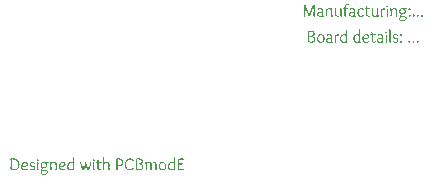
<source format=gbr>
G04                                                      *
G04 Greetings!                                           *
G04 This Gerber was generated by PCBmodE, an open source *
G04 PCB design software. Get it here:                    *
G04                                                      *
G04   http://pcbmode.com                                 *
G04                                                      *
G04 Also visit                                           *
G04                                                      *
G04   http://boldport.com                                *
G04                                                      *
G04 and follow @boldport / @pcbmode for updates!         *
G04                                                      *

G04 leading zeros omitted (L); absolute data (A); 6 integer digits and 6 fractional digits *
%FSLAX66Y66*%

G04 mode (MO): millimeters (MM) *
%MOMM*%

G04 Aperture definitions *
%ADD10C,0.001X*%
%ADD11C,0.001X*%

%LPD*%
G36*
G01X30333286Y-19495762D02*
G01X30333286Y-19495762D01*
G01X30339836Y-19440266D01*
G01X30345081Y-19378129D01*
G01X30349166Y-19312293D01*
G01X30352235Y-19245696D01*
G01X30354435Y-19181279D01*
G01X30355909Y-19121981D01*
G01X30356803Y-19070743D01*
G01X30357263Y-19030504D01*
G01X30357432Y-19004205D01*
G01X30357456Y-18994786D01*
G01X30357456Y-18994786D01*
G01X30357456Y-18994786D01*
G01X30356540Y-18893385D01*
G01X30354141Y-18806710D01*
G01X30350779Y-18734557D01*
G01X30346975Y-18676723D01*
G01X30343252Y-18633006D01*
G01X30340131Y-18603203D01*
G01X30338132Y-18587112D01*
G01X30337681Y-18583897D01*
G01X30337681Y-18583897D01*
G01X30409024Y-18574661D01*
G01X30476037Y-18569406D01*
G01X30529922Y-18567010D01*
G01X30561883Y-18566349D01*
G01X30566929Y-18566319D01*
G01X30576450Y-18566319D01*
G01X30576450Y-18566319D01*
G01X30662782Y-18571999D01*
G01X30734376Y-18585745D01*
G01X30789424Y-18602613D01*
G01X30826117Y-18617660D01*
G01X30842646Y-18625942D01*
G01X30843418Y-18626377D01*
G01X30843418Y-18626377D01*
G01X30897874Y-18674996D01*
G01X30928855Y-18732403D01*
G01X30942982Y-18784842D01*
G01X30946877Y-18818555D01*
G01X30947056Y-18824131D01*
G01X30947056Y-18824131D01*
G01X30933497Y-18903497D01*
G01X30901165Y-18962471D01*
G01X30862575Y-19002637D01*
G01X30830243Y-19025577D01*
G01X30816685Y-19032872D01*
G01X30816685Y-19032872D01*
G01X30816685Y-19032872D01*
G01X30884402Y-19074273D01*
G01X30930667Y-19126034D01*
G01X30959567Y-19180737D01*
G01X30975187Y-19230968D01*
G01X30981614Y-19269309D01*
G01X30982934Y-19288346D01*
G01X30982944Y-19289219D01*
G01X30982944Y-19289219D01*
G01X30972444Y-19370625D01*
G01X30947782Y-19434315D01*
G01X30919212Y-19479435D01*
G01X30896991Y-19505131D01*
G01X30890659Y-19511143D01*
G01X30890659Y-19511143D01*
G01X30828708Y-19551244D01*
G01X30765589Y-19574811D01*
G01X30710990Y-19586238D01*
G01X30674597Y-19589921D01*
G01X30665073Y-19590245D01*
G01X30665073Y-19590245D01*
G01X30574193Y-19584505D01*
G01X30497477Y-19569836D01*
G01X30435147Y-19550066D01*
G01X30387427Y-19529020D01*
G01X30354538Y-19510525D01*
G01X30336703Y-19498408D01*
G01X30333286Y-19495762D01*
G37*
%LPC*%
G36*
G01X30449009Y-19445225D02*
G01X30449009Y-19445225D01*
G01X30506332Y-19474912D01*
G01X30532139Y-19483677D01*
G01X30532139Y-19483677D01*
G01X30601911Y-19497080D01*
G01X30637430Y-19499421D01*
G01X30637974Y-19499424D01*
G01X30637974Y-19499424D01*
G01X30713937Y-19488244D01*
G01X30768970Y-19465423D01*
G01X30798037Y-19447036D01*
G01X30801304Y-19444493D01*
G01X30801304Y-19444493D01*
G01X30844612Y-19387994D01*
G01X30863003Y-19331852D01*
G01X30867156Y-19297779D01*
G01X30867222Y-19295079D01*
G01X30867222Y-19295079D01*
G01X30853071Y-19218787D01*
G01X30823609Y-19166446D01*
G01X30798322Y-19138926D01*
G01X30793247Y-19134678D01*
G01X30793247Y-19134678D01*
G01X30731076Y-19101571D01*
G01X30670004Y-19085170D01*
G01X30625093Y-19079607D01*
G01X30610874Y-19079014D01*
G01X30610874Y-19079014D01*
G01X30525796Y-19081178D01*
G01X30479469Y-19084937D01*
G01X30468784Y-19086338D01*
G01X30468784Y-19086338D01*
G01X30467730Y-19142784D01*
G01X30465001Y-19207298D01*
G01X30461249Y-19273996D01*
G01X30457125Y-19336994D01*
G01X30453280Y-19390408D01*
G01X30450366Y-19428352D01*
G01X30449032Y-19444941D01*
G01X30449009Y-19445225D01*
G37*
G36*
G01X30463657Y-18663731D02*
G01X30463657Y-18663731D01*
G01X30465963Y-18725201D01*
G01X30467665Y-18792218D01*
G01X30468853Y-18858761D01*
G01X30469616Y-18918807D01*
G01X30470043Y-18966336D01*
G01X30470223Y-18995325D01*
G01X30470249Y-19001377D01*
G01X30470249Y-19001377D01*
G01X30538037Y-19004133D01*
G01X30552280Y-19004307D01*
G01X30552280Y-19004307D01*
G01X30653840Y-18995170D01*
G01X30727177Y-18971521D01*
G01X30776886Y-18939005D01*
G01X30807562Y-18903263D01*
G01X30823799Y-18869940D01*
G01X30830190Y-18844679D01*
G01X30831331Y-18833123D01*
G01X30831333Y-18832920D01*
G01X30831333Y-18832920D01*
G01X30815226Y-18765373D01*
G01X30774064Y-18717913D01*
G01X30718584Y-18686995D01*
G01X30659524Y-18669075D01*
G01X30607624Y-18660607D01*
G01X30573620Y-18658047D01*
G01X30566196Y-18657872D01*
G01X30566196Y-18657872D01*
G01X30502743Y-18660713D01*
G01X30463736Y-18663724D01*
G01X30463657Y-18663731D01*
G37*
%LPD*%
G36*
G01X31117710Y-19227696D02*
G01X31117710Y-19227696D01*
G01X31125416Y-19145212D01*
G01X31144330Y-19076559D01*
G01X31168148Y-19022968D01*
G01X31190564Y-18985668D01*
G01X31205275Y-18965889D01*
G01X31207798Y-18962925D01*
G01X31207798Y-18962925D01*
G01X31266919Y-18914137D01*
G01X31329731Y-18884544D01*
G01X31386567Y-18869348D01*
G01X31427759Y-18863749D01*
G01X31443638Y-18862950D01*
G01X31443638Y-18862950D01*
G01X31443638Y-18862950D01*
G01X31521104Y-18872406D01*
G01X31584790Y-18895287D01*
G01X31633370Y-18923366D01*
G01X31665518Y-18948414D01*
G01X31679907Y-18962200D01*
G01X31680576Y-18962925D01*
G01X31680576Y-18962925D01*
G01X31720828Y-19021873D01*
G01X31746778Y-19085388D01*
G01X31761565Y-19145434D01*
G01X31768328Y-19193976D01*
G01X31770208Y-19222982D01*
G01X31770298Y-19227696D01*
G01X31770298Y-19227696D01*
G01X31762623Y-19310086D01*
G01X31743786Y-19378508D01*
G01X31720065Y-19431809D01*
G01X31697740Y-19468835D01*
G01X31683088Y-19488434D01*
G01X31680576Y-19491368D01*
G01X31680576Y-19491368D01*
G01X31624612Y-19537697D01*
G01X31564620Y-19566679D01*
G01X31509023Y-19582383D01*
G01X31466247Y-19588878D01*
G01X31444716Y-19590232D01*
G01X31443638Y-19590245D01*
G01X31443638Y-19590245D01*
G01X31363142Y-19579961D01*
G01X31297657Y-19555440D01*
G01X31248837Y-19526172D01*
G01X31218333Y-19501651D01*
G01X31207798Y-19491368D01*
G01X31207798Y-19491368D01*
G01X31207798Y-19491368D01*
G01X31167382Y-19432912D01*
G01X31141326Y-19369716D01*
G01X31126479Y-19309851D01*
G01X31119688Y-19261391D01*
G01X31117800Y-19232409D01*
G01X31117710Y-19227696D01*
G37*
%LPC*%
G36*
G01X31223179Y-19206456D02*
G01X31223179Y-19206456D01*
G01X31231003Y-19288026D01*
G01X31248806Y-19352780D01*
G01X31268089Y-19397615D01*
G01X31280348Y-19419432D01*
G01X31281406Y-19421055D01*
G01X31281406Y-19421055D01*
G01X31335634Y-19473412D01*
G01X31392195Y-19498407D01*
G01X31433401Y-19506161D01*
G01X31443638Y-19506748D01*
G01X31443638Y-19506748D01*
G01X31520490Y-19493298D01*
G01X31573997Y-19465294D01*
G01X31602519Y-19441260D01*
G01X31606968Y-19436436D01*
G01X31606968Y-19436436D01*
G01X31641818Y-19374970D01*
G01X31659082Y-19311792D01*
G01X31664938Y-19264205D01*
G01X31665562Y-19248936D01*
G01X31665562Y-19248936D01*
G01X31657492Y-19167267D01*
G01X31639128Y-19102289D01*
G01X31619239Y-19057211D01*
G01X31606595Y-19035241D01*
G01X31605503Y-19033604D01*
G01X31605503Y-19033604D01*
G01X31550551Y-18980799D01*
G01X31494292Y-18955591D01*
G01X31453679Y-18947771D01*
G01X31443638Y-18947178D01*
G01X31443638Y-18947178D01*
G01X31366925Y-18960769D01*
G01X31313710Y-18989064D01*
G01X31285439Y-19013349D01*
G01X31281040Y-19018223D01*
G01X31281040Y-19018223D01*
G01X31247589Y-19077606D01*
G01X31230411Y-19138981D01*
G01X31224083Y-19187035D01*
G01X31223179Y-19206456D01*
G01X31223179Y-19206456D01*
G37*
%LPD*%
G36*
G01X31905064Y-19379307D02*
G01X31905064Y-19379307D01*
G01X31918738Y-19304183D01*
G01X31938490Y-19269680D01*
G01X31940952Y-19266880D01*
G01X31940952Y-19266880D01*
G01X31996391Y-19229477D01*
G01X32037264Y-19213105D01*
G01X32039829Y-19212315D01*
G01X32039829Y-19212315D01*
G01X32105217Y-19197966D01*
G01X32174130Y-19187128D01*
G01X32238418Y-19179468D01*
G01X32289932Y-19174652D01*
G01X32320521Y-19172349D01*
G01X32325474Y-19172032D01*
G01X32325474Y-19172032D01*
G01X32319449Y-19082840D01*
G01X32306906Y-19026731D01*
G01X32296140Y-18999748D01*
G01X32293980Y-18995884D01*
G01X32293980Y-18995884D01*
G01X32244040Y-18961181D01*
G01X32185758Y-18948774D01*
G01X32159946Y-18947178D01*
G01X32159946Y-18947178D01*
G01X32096114Y-18962543D01*
G01X32073154Y-18973912D01*
G01X32073154Y-18973912D01*
G01X32023772Y-19020984D01*
G01X32005514Y-19051673D01*
G01X32005405Y-19051914D01*
G01X32005405Y-19051914D01*
G01X31944658Y-19016141D01*
G01X31936558Y-18991856D01*
G01X31936558Y-18991856D01*
G01X31962995Y-18932413D01*
G01X32002530Y-18901455D01*
G01X32008701Y-18898106D01*
G01X32008701Y-18898106D01*
G01X32074551Y-18875532D01*
G01X32134889Y-18865554D01*
G01X32172191Y-18863027D01*
G01X32176792Y-18862950D01*
G01X32176792Y-18862950D01*
G01X32263531Y-18871913D01*
G01X32323272Y-18891286D01*
G01X32356943Y-18909792D01*
G01X32365757Y-18916416D01*
G01X32365757Y-18916416D01*
G01X32400478Y-18968842D01*
G01X32418308Y-19032048D01*
G01X32424877Y-19085228D01*
G01X32425815Y-19107579D01*
G01X32425815Y-19107579D01*
G01X32425815Y-19107579D01*
G01X32424930Y-19164619D01*
G01X32424351Y-19195835D01*
G01X32424351Y-19195835D01*
G01X32423143Y-19274564D01*
G01X32422888Y-19308813D01*
G01X32422886Y-19310459D01*
G01X32422886Y-19310459D01*
G01X32425856Y-19403647D01*
G01X32432940Y-19475881D01*
G01X32441396Y-19527303D01*
G01X32448480Y-19558053D01*
G01X32451450Y-19568272D01*
G01X32451450Y-19568272D01*
G01X32451450Y-19568272D01*
G01X32395317Y-19579943D01*
G01X32392856Y-19579991D01*
G01X32392856Y-19579991D01*
G01X32346348Y-19564244D01*
G01X32346348Y-19564244D01*
G01X32346348Y-19564244D01*
G01X32328470Y-19514561D01*
G01X32328403Y-19514073D01*
G01X32328403Y-19514073D01*
G01X32261866Y-19556807D01*
G01X32201991Y-19579534D01*
G01X32157465Y-19588572D01*
G01X32136977Y-19590240D01*
G01X32136509Y-19590245D01*
G01X32136509Y-19590245D01*
G01X32047438Y-19577430D01*
G01X31984772Y-19544682D01*
G01X31943869Y-19500543D01*
G01X31920087Y-19453557D01*
G01X31908783Y-19412266D01*
G01X31905315Y-19385213D01*
G01X31905063Y-19379307D01*
G37*
%LPC*%
G36*
G01X32010532Y-19379307D02*
G01X32010532Y-19379307D01*
G01X32027617Y-19450263D01*
G01X32048645Y-19478296D01*
G01X32049351Y-19478916D01*
G01X32049351Y-19478916D01*
G01X32110939Y-19506612D01*
G01X32147944Y-19511141D01*
G01X32148228Y-19511143D01*
G01X32148228Y-19511143D01*
G01X32223039Y-19499059D01*
G01X32279491Y-19473417D01*
G01X32312998Y-19450133D01*
G01X32320347Y-19443760D01*
G01X32320347Y-19443760D01*
G01X32318914Y-19383301D01*
G01X32318882Y-19373448D01*
G01X32318882Y-19373448D01*
G01X32321074Y-19301477D01*
G01X32323629Y-19254683D01*
G01X32324009Y-19248936D01*
G01X32324009Y-19248936D01*
G01X32262301Y-19255813D01*
G01X32258823Y-19256260D01*
G01X32258823Y-19256260D01*
G01X32202184Y-19263308D01*
G01X32199863Y-19263584D01*
G01X32199863Y-19263584D01*
G01X32145471Y-19272246D01*
G01X32144932Y-19272373D01*
G01X32144932Y-19272373D01*
G01X32100986Y-19284458D01*
G01X32100986Y-19284458D01*
G01X32062168Y-19301304D01*
G01X32062168Y-19301304D01*
G01X32035068Y-19321446D01*
G01X32035068Y-19321446D01*
G01X32015659Y-19346714D01*
G01X32015659Y-19346714D01*
G01X32010532Y-19379307D01*
G37*
%LPD*%
G36*
G01X32623569Y-18878331D02*
G01X32623569Y-18878331D01*
G01X32674807Y-18873936D01*
G01X32674839Y-18873936D01*
G01X32674839Y-18873936D01*
G01X32732600Y-18904669D01*
G01X32739292Y-18930332D01*
G01X32739292Y-18930332D01*
G01X32738560Y-18950840D01*
G01X32738560Y-18950840D01*
G01X32737827Y-18983067D01*
G01X32737827Y-18983067D01*
G01X32783175Y-18929847D01*
G01X32815981Y-18901487D01*
G01X32818027Y-18899937D01*
G01X32818027Y-18899937D01*
G01X32883060Y-18868456D01*
G01X32916751Y-18862958D01*
G01X32917271Y-18862950D01*
G01X32917271Y-18862950D01*
G01X32970624Y-18878071D01*
G01X32971470Y-18878697D01*
G01X32971470Y-18878697D01*
G01X32991245Y-18921543D01*
G01X32991245Y-18921543D01*
G01X32968868Y-18978008D01*
G01X32961216Y-18988926D01*
G01X32961216Y-18988926D01*
G01X32902612Y-18961809D01*
G01X32888706Y-18960362D01*
G01X32888706Y-18960362D01*
G01X32826557Y-18979305D01*
G01X32804844Y-18993321D01*
G01X32804844Y-18993321D01*
G01X32757589Y-19043844D01*
G01X32735007Y-19078928D01*
G01X32734165Y-19080479D01*
G01X32734165Y-19080479D01*
G01X32733270Y-19136760D01*
G01X32732843Y-19204670D01*
G01X32732710Y-19257395D01*
G01X32732700Y-19270909D01*
G01X32732700Y-19270909D01*
G01X32734896Y-19364791D01*
G01X32740361Y-19440476D01*
G01X32747411Y-19498310D01*
G01X32754362Y-19538638D01*
G01X32759529Y-19561805D01*
G01X32761265Y-19568272D01*
G01X32761265Y-19568272D01*
G01X32705811Y-19579959D01*
G01X32704136Y-19579991D01*
G01X32704136Y-19579991D01*
G01X32647815Y-19562600D01*
G01X32645908Y-19560581D01*
G01X32645908Y-19560581D01*
G01X32631189Y-19503086D01*
G01X32630894Y-19494297D01*
G01X32630894Y-19494297D01*
G01X32631473Y-19437363D01*
G01X32632280Y-19381095D01*
G01X32632358Y-19376011D01*
G01X32632358Y-19376011D01*
G01X32633421Y-19292884D01*
G01X32633784Y-19243092D01*
G01X32633823Y-19229161D01*
G01X32633823Y-19229161D01*
G01X32633200Y-19138076D01*
G01X32631608Y-19058743D01*
G01X32629463Y-18992333D01*
G01X32627179Y-18940018D01*
G01X32625172Y-18902970D01*
G01X32623856Y-18882360D01*
G01X32623569Y-18878331D01*
G37*
G36*
G01X33073276Y-19227696D02*
G01X33073276Y-19227696D01*
G01X33081170Y-19145806D01*
G01X33100546Y-19077424D01*
G01X33124944Y-19023880D01*
G01X33147908Y-18986508D01*
G01X33162978Y-18966641D01*
G01X33165562Y-18963658D01*
G01X33165562Y-18963658D01*
G01X33224155Y-18914512D01*
G01X33283804Y-18884703D01*
G01X33336421Y-18869395D01*
G01X33373921Y-18863755D01*
G01X33388218Y-18862950D01*
G01X33388218Y-18862950D01*
G01X33388218Y-18862950D01*
G01X33460793Y-18872757D01*
G01X33520290Y-18893177D01*
G01X33556386Y-18910702D01*
G01X33562534Y-18914219D01*
G01X33562534Y-18914219D01*
G01X33564583Y-18831825D01*
G01X33565349Y-18778092D01*
G01X33565464Y-18758231D01*
G01X33565464Y-18758213D01*
G01X33565464Y-18758213D01*
G01X33564462Y-18666137D01*
G01X33562001Y-18589997D01*
G01X33558903Y-18530919D01*
G01X33555987Y-18490032D01*
G01X33554073Y-18468464D01*
G01X33553745Y-18465245D01*
G01X33553745Y-18465245D01*
G01X33606903Y-18460851D01*
G01X33607212Y-18460850D01*
G01X33607212Y-18460850D01*
G01X33666667Y-18490271D01*
G01X33674595Y-18517979D01*
G01X33674595Y-18517979D01*
G01X33674143Y-18559099D01*
G01X33673002Y-18622219D01*
G01X33671497Y-18695028D01*
G01X33669951Y-18765213D01*
G01X33668689Y-18820463D01*
G01X33668034Y-18848466D01*
G01X33668003Y-18849766D01*
G01X33668003Y-18849766D01*
G01X33665752Y-18949818D01*
G01X33664082Y-19033901D01*
G01X33662907Y-19102680D01*
G01X33662140Y-19156822D01*
G01X33661694Y-19196992D01*
G01X33661481Y-19223857D01*
G01X33661416Y-19238084D01*
G01X33661411Y-19240879D01*
G01X33661411Y-19240879D01*
G01X33663371Y-19348178D01*
G01X33668314Y-19431191D01*
G01X33674837Y-19492293D01*
G01X33681535Y-19533861D01*
G01X33687005Y-19558270D01*
G01X33689842Y-19567897D01*
G01X33689976Y-19568272D01*
G01X33689976Y-19568272D01*
G01X33634670Y-19579959D01*
G01X33632847Y-19579991D01*
G01X33632847Y-19579991D01*
G01X33578487Y-19547110D01*
G01X33567014Y-19506642D01*
G01X33566929Y-19505284D01*
G01X33566929Y-19505284D01*
G01X33501489Y-19552949D01*
G01X33440565Y-19578298D01*
G01X33394242Y-19588380D01*
G01X33372603Y-19590239D01*
G01X33372105Y-19590245D01*
G01X33370640Y-19590245D01*
G01X33370640Y-19590245D01*
G01X33299662Y-19578578D01*
G01X33240191Y-19551175D01*
G01X33195403Y-19519430D01*
G01X33168472Y-19494741D01*
G01X33161899Y-19487706D01*
G01X33161899Y-19487706D01*
G01X33122140Y-19428234D01*
G01X33096508Y-19365516D01*
G01X33081903Y-19306984D01*
G01X33075222Y-19260070D01*
G01X33073365Y-19232207D01*
G01X33073276Y-19227696D01*
G37*
%LPC*%
G36*
G01X33178745Y-19206456D02*
G01X33178745Y-19206456D01*
G01X33186550Y-19287116D01*
G01X33204598Y-19351518D01*
G01X33224840Y-19397228D01*
G01X33239230Y-19421814D01*
G01X33241733Y-19425450D01*
G01X33241733Y-19425450D01*
G01X33298305Y-19479158D01*
G01X33352037Y-19503843D01*
G01X33387689Y-19510792D01*
G01X33394077Y-19511143D01*
G01X33394077Y-19511143D01*
G01X33460172Y-19496777D01*
G01X33515210Y-19465727D01*
G01X33551699Y-19436067D01*
G01X33562534Y-19425450D01*
G01X33562534Y-19425450D01*
G01X33561601Y-19300202D01*
G01X33560891Y-19201383D01*
G01X33560373Y-19125932D01*
G01X33560016Y-19070789D01*
G01X33559792Y-19032895D01*
G01X33559669Y-19009188D01*
G01X33559617Y-18996609D01*
G01X33559605Y-18992096D01*
G01X33559605Y-18991856D01*
G01X33559605Y-18991856D01*
G01X33488910Y-18961855D01*
G01X33433609Y-18949630D01*
G01X33406138Y-18947193D01*
G01X33405063Y-18947178D01*
G01X33405063Y-18947178D01*
G01X33327791Y-18960769D01*
G01X33273409Y-18989064D01*
G01X33244136Y-19013349D01*
G01X33239536Y-19018223D01*
G01X33239536Y-19018223D01*
G01X33204391Y-19077606D01*
G01X33186344Y-19138981D01*
G01X33179695Y-19187035D01*
G01X33178745Y-19206456D01*
G01X33178745Y-19206456D01*
G37*
%LPD*%
G36*
G01X34191685Y-19227696D02*
G01X34191685Y-19227696D01*
G01X34199578Y-19145806D01*
G01X34218954Y-19077424D01*
G01X34243352Y-19023880D01*
G01X34266316Y-18986508D01*
G01X34281386Y-18966641D01*
G01X34283970Y-18963658D01*
G01X34283970Y-18963658D01*
G01X34342563Y-18914512D01*
G01X34402212Y-18884703D01*
G01X34454829Y-18869395D01*
G01X34492329Y-18863755D01*
G01X34506626Y-18862950D01*
G01X34506626Y-18862950D01*
G01X34506626Y-18862950D01*
G01X34579201Y-18872757D01*
G01X34638698Y-18893177D01*
G01X34674795Y-18910702D01*
G01X34680942Y-18914219D01*
G01X34680942Y-18914219D01*
G01X34682991Y-18831825D01*
G01X34683757Y-18778092D01*
G01X34683872Y-18758231D01*
G01X34683872Y-18758213D01*
G01X34683872Y-18758213D01*
G01X34682870Y-18666137D01*
G01X34680409Y-18589997D01*
G01X34677311Y-18530919D01*
G01X34674395Y-18490032D01*
G01X34672481Y-18468464D01*
G01X34672153Y-18465245D01*
G01X34672153Y-18465245D01*
G01X34725311Y-18460851D01*
G01X34725620Y-18460850D01*
G01X34725620Y-18460850D01*
G01X34785075Y-18490271D01*
G01X34793003Y-18517979D01*
G01X34793003Y-18517979D01*
G01X34792551Y-18559099D01*
G01X34791410Y-18622219D01*
G01X34789905Y-18695028D01*
G01X34788359Y-18765213D01*
G01X34787097Y-18820463D01*
G01X34786442Y-18848466D01*
G01X34786411Y-18849766D01*
G01X34786411Y-18849766D01*
G01X34784160Y-18949818D01*
G01X34782491Y-19033901D01*
G01X34781316Y-19102680D01*
G01X34780548Y-19156822D01*
G01X34780102Y-19196992D01*
G01X34779890Y-19223857D01*
G01X34779824Y-19238084D01*
G01X34779819Y-19240879D01*
G01X34779819Y-19240879D01*
G01X34781779Y-19348178D01*
G01X34786722Y-19431191D01*
G01X34793245Y-19492293D01*
G01X34799943Y-19533861D01*
G01X34805413Y-19558270D01*
G01X34808250Y-19567897D01*
G01X34808384Y-19568272D01*
G01X34808384Y-19568272D01*
G01X34753078Y-19579959D01*
G01X34751255Y-19579991D01*
G01X34751255Y-19579991D01*
G01X34696896Y-19547110D01*
G01X34685422Y-19506642D01*
G01X34685337Y-19505284D01*
G01X34685337Y-19505284D01*
G01X34619897Y-19552949D01*
G01X34558974Y-19578298D01*
G01X34512650Y-19588380D01*
G01X34491011Y-19590239D01*
G01X34490513Y-19590245D01*
G01X34489048Y-19590245D01*
G01X34489048Y-19590245D01*
G01X34418070Y-19578578D01*
G01X34358599Y-19551175D01*
G01X34313811Y-19519430D01*
G01X34286880Y-19494741D01*
G01X34280308Y-19487706D01*
G01X34280308Y-19487706D01*
G01X34240549Y-19428234D01*
G01X34214917Y-19365516D01*
G01X34200311Y-19306984D01*
G01X34193630Y-19260070D01*
G01X34191773Y-19232207D01*
G01X34191685Y-19227696D01*
G37*
%LPC*%
G36*
G01X34297153Y-19206456D02*
G01X34297153Y-19206456D01*
G01X34304958Y-19287116D01*
G01X34323006Y-19351518D01*
G01X34343249Y-19397228D01*
G01X34357638Y-19421814D01*
G01X34360142Y-19425450D01*
G01X34360142Y-19425450D01*
G01X34416713Y-19479158D01*
G01X34470445Y-19503843D01*
G01X34506097Y-19510792D01*
G01X34512485Y-19511143D01*
G01X34512485Y-19511143D01*
G01X34578580Y-19496777D01*
G01X34633618Y-19465727D01*
G01X34670107Y-19436067D01*
G01X34680942Y-19425450D01*
G01X34680942Y-19425450D01*
G01X34680009Y-19300202D01*
G01X34679299Y-19201383D01*
G01X34678781Y-19125932D01*
G01X34678425Y-19070789D01*
G01X34678200Y-19032895D01*
G01X34678077Y-19009188D01*
G01X34678025Y-18996609D01*
G01X34678013Y-18992096D01*
G01X34678013Y-18991856D01*
G01X34678013Y-18991856D01*
G01X34607318Y-18961855D01*
G01X34552017Y-18949630D01*
G01X34524546Y-18947193D01*
G01X34523472Y-18947178D01*
G01X34523472Y-18947178D01*
G01X34446199Y-18960769D01*
G01X34391817Y-18989064D01*
G01X34362544Y-19013349D01*
G01X34357944Y-19018223D01*
G01X34357944Y-19018223D01*
G01X34322800Y-19077606D01*
G01X34304752Y-19138981D01*
G01X34298103Y-19187035D01*
G01X34297153Y-19206456D01*
G01X34297153Y-19206456D01*
G37*
%LPD*%
G36*
G01X34965122Y-19230625D02*
G01X34965122Y-19230625D01*
G01X34972808Y-19147407D01*
G01X34991935Y-19078801D01*
G01X35016609Y-19025197D01*
G01X35040937Y-18986982D01*
G01X35059024Y-18964547D01*
G01X35065098Y-18958164D01*
G01X35065098Y-18958164D01*
G01X35127901Y-18911700D01*
G01X35190916Y-18883516D01*
G01X35246003Y-18869043D01*
G01X35285023Y-18863711D01*
G01X35299839Y-18862950D01*
G01X35299839Y-18862950D01*
G01X35299839Y-18862950D01*
G01X35377952Y-18874299D01*
G01X35434085Y-18897926D01*
G01X35464860Y-18918206D01*
G01X35469761Y-18922276D01*
G01X35469761Y-18922276D01*
G01X35514450Y-18982241D01*
G01X35531905Y-19035078D01*
G01X35534942Y-19061059D01*
G01X35534946Y-19061436D01*
G01X35534946Y-19061436D01*
G01X35524509Y-19132115D01*
G01X35514072Y-19158848D01*
G01X35514072Y-19158848D01*
G01X35514072Y-19158848D01*
G01X35472121Y-19210160D01*
G01X35459507Y-19220005D01*
G01X35459507Y-19220005D01*
G01X35399380Y-19245242D01*
G01X35362170Y-19254415D01*
G01X35362095Y-19254429D01*
G01X35362095Y-19254429D01*
G01X35290481Y-19264935D01*
G01X35243759Y-19269042D01*
G01X35236851Y-19269444D01*
G01X35236851Y-19269444D01*
G01X35172588Y-19271411D01*
G01X35110817Y-19272213D01*
G01X35076413Y-19272372D01*
G01X35074985Y-19272373D01*
G01X35074985Y-19272373D01*
G01X35092488Y-19351973D01*
G01X35117012Y-19408220D01*
G01X35136114Y-19438606D01*
G01X35139805Y-19443394D01*
G01X35139805Y-19443394D01*
G01X35197071Y-19485936D01*
G01X35253913Y-19503272D01*
G01X35286045Y-19506727D01*
G01X35287388Y-19506748D01*
G01X35287388Y-19506748D01*
G01X35365973Y-19492694D01*
G01X35416450Y-19462872D01*
G01X35442106Y-19435792D01*
G01X35447056Y-19428379D01*
G01X35447056Y-19428379D01*
G01X35501221Y-19472658D01*
G01X35506382Y-19491368D01*
G01X35506382Y-19491368D01*
G01X35474367Y-19542501D01*
G01X35438585Y-19563015D01*
G01X35438267Y-19563145D01*
G01X35438267Y-19563145D01*
G01X35369174Y-19582094D01*
G01X35311190Y-19589179D01*
G01X35285948Y-19590245D01*
G01X35285923Y-19590245D01*
G01X35285923Y-19590245D01*
G01X35207609Y-19580990D01*
G01X35143517Y-19558920D01*
G01X35095473Y-19532580D01*
G01X35065306Y-19510510D01*
G01X35054844Y-19501255D01*
G01X35054844Y-19501255D01*
G01X35054844Y-19501255D01*
G01X35014592Y-19445795D01*
G01X34988642Y-19381921D01*
G01X34973855Y-19319232D01*
G01X34967092Y-19267326D01*
G01X34965212Y-19235800D01*
G01X34965122Y-19230625D01*
G37*
%LPC*%
G36*
G01X35073521Y-19197666D02*
G01X35073521Y-19197666D01*
G01X35148622Y-19197000D01*
G01X35180739Y-19196217D01*
G01X35181187Y-19196202D01*
G01X35181187Y-19196202D01*
G01X35247338Y-19190698D01*
G01X35275669Y-19187046D01*
G01X35275669Y-19187046D01*
G01X35343794Y-19171302D01*
G01X35358433Y-19165806D01*
G01X35358433Y-19165806D01*
G01X35406800Y-19130548D01*
G01X35410068Y-19126988D01*
G01X35410068Y-19126988D01*
G01X35431337Y-19070597D01*
G01X35431675Y-19064366D01*
G01X35431675Y-19064366D01*
G01X35410122Y-19001886D01*
G01X35392124Y-18980870D01*
G01X35392124Y-18980870D01*
G01X35330594Y-18950657D01*
G01X35294256Y-18945716D01*
G01X35293980Y-18945713D01*
G01X35293980Y-18945713D01*
G01X35221028Y-18959002D01*
G01X35168366Y-18985581D01*
G01X35142045Y-19005514D01*
G01X35140171Y-19007237D01*
G01X35140171Y-19007237D01*
G01X35102875Y-19062947D01*
G01X35082950Y-19125523D01*
G01X35074974Y-19176564D01*
G01X35073521Y-19197666D01*
G01X35073521Y-19197666D01*
G37*
%LPD*%
G36*
G01X35602329Y-18931797D02*
G01X35602329Y-18931797D01*
G01X35624609Y-18887878D01*
G01X35624668Y-18887852D01*
G01X35624668Y-18887852D01*
G01X35684978Y-18878739D01*
G01X35701206Y-18878331D01*
G01X35743687Y-18878331D01*
G01X35743687Y-18878331D01*
G01X35740338Y-18797693D01*
G01X35736673Y-18740272D01*
G01X35734353Y-18711881D01*
G01X35734165Y-18709873D01*
G01X35734165Y-18709873D01*
G01X35783970Y-18705479D01*
G01X35783970Y-18705479D01*
G01X35783970Y-18705479D01*
G01X35846226Y-18733187D01*
G01X35855747Y-18762540D01*
G01X35855747Y-18762608D01*
G01X35855747Y-18762608D01*
G01X35853429Y-18817880D01*
G01X35850200Y-18874622D01*
G01X35849888Y-18879795D01*
G01X35849888Y-18879795D01*
G01X35949216Y-18878957D01*
G01X36020841Y-18876959D01*
G01X36067997Y-18874575D01*
G01X36093919Y-18872577D01*
G01X36101841Y-18871739D01*
G01X36101841Y-18871739D01*
G01X36101841Y-18871739D01*
G01X36107700Y-18906895D01*
G01X36107700Y-18906895D01*
G01X36091953Y-18947178D01*
G01X36091953Y-18947178D01*
G01X36041874Y-18958893D01*
G01X36041782Y-18958897D01*
G01X36041782Y-18958897D01*
G01X35987222Y-18959768D01*
G01X35920101Y-18960200D01*
G01X35865291Y-18960346D01*
G01X35846958Y-18960362D01*
G01X35846958Y-18960362D01*
G01X35845828Y-19033678D01*
G01X35845033Y-19105309D01*
G01X35844516Y-19171294D01*
G01X35844216Y-19227672D01*
G01X35844074Y-19270485D01*
G01X35844031Y-19295772D01*
G01X35844028Y-19300938D01*
G01X35844028Y-19300938D01*
G01X35849991Y-19391980D01*
G01X35862162Y-19445455D01*
G01X35871969Y-19468328D01*
G01X35873325Y-19470494D01*
G01X35873325Y-19470494D01*
G01X35928923Y-19505091D01*
G01X35969300Y-19511134D01*
G01X35970005Y-19511143D01*
G01X35970005Y-19511143D01*
G01X36037727Y-19493841D01*
G01X36074348Y-19468848D01*
G01X36077671Y-19465733D01*
G01X36077671Y-19465733D01*
G01X36104585Y-19517312D01*
G01X36104771Y-19519932D01*
G01X36104771Y-19519932D01*
G01X36072018Y-19567311D01*
G01X36065952Y-19570835D01*
G01X36065952Y-19570835D01*
G01X36001926Y-19588098D01*
G01X35971470Y-19590245D01*
G01X35971470Y-19590245D01*
G01X35888757Y-19578211D01*
G01X35833362Y-19552204D01*
G01X35803046Y-19527361D01*
G01X35795322Y-19518467D01*
G01X35795322Y-19518467D01*
G01X35767260Y-19460268D01*
G01X35751817Y-19395132D01*
G01X35745225Y-19338672D01*
G01X35743713Y-19306500D01*
G01X35743687Y-19303868D01*
G01X35743687Y-19303868D01*
G01X35744817Y-19194565D01*
G01X35745611Y-19109522D01*
G01X35746129Y-19046202D01*
G01X35746429Y-19002069D01*
G01X35746570Y-18974587D01*
G01X35746613Y-18961219D01*
G01X35746616Y-18958897D01*
G01X35746616Y-18958897D01*
G01X35703336Y-18962143D01*
G01X35632740Y-18967782D01*
G01X35606724Y-18969883D01*
G01X35606724Y-18969883D01*
G01X35602329Y-18931797D01*
G37*
G36*
G01X36197056Y-19379307D02*
G01X36197056Y-19379307D01*
G01X36210730Y-19304183D01*
G01X36230482Y-19269680D01*
G01X36232944Y-19266880D01*
G01X36232944Y-19266880D01*
G01X36288383Y-19229477D01*
G01X36329256Y-19213105D01*
G01X36331821Y-19212315D01*
G01X36331821Y-19212315D01*
G01X36397209Y-19197966D01*
G01X36466122Y-19187128D01*
G01X36530410Y-19179468D01*
G01X36581924Y-19174652D01*
G01X36612513Y-19172349D01*
G01X36617466Y-19172032D01*
G01X36617466Y-19172032D01*
G01X36611441Y-19082840D01*
G01X36598898Y-19026731D01*
G01X36588132Y-18999748D01*
G01X36585972Y-18995884D01*
G01X36585972Y-18995884D01*
G01X36536032Y-18961181D01*
G01X36477750Y-18948774D01*
G01X36451938Y-18947178D01*
G01X36451938Y-18947178D01*
G01X36388106Y-18962543D01*
G01X36365147Y-18973912D01*
G01X36365147Y-18973912D01*
G01X36315764Y-19020984D01*
G01X36297506Y-19051673D01*
G01X36297397Y-19051915D01*
G01X36297397Y-19051915D01*
G01X36236650Y-19016141D01*
G01X36228550Y-18991856D01*
G01X36228550Y-18991856D01*
G01X36254987Y-18932413D01*
G01X36294522Y-18901455D01*
G01X36300693Y-18898106D01*
G01X36300693Y-18898106D01*
G01X36366543Y-18875532D01*
G01X36426881Y-18865554D01*
G01X36464183Y-18863027D01*
G01X36468784Y-18862950D01*
G01X36468784Y-18862950D01*
G01X36555523Y-18871913D01*
G01X36615265Y-18891286D01*
G01X36648935Y-18909792D01*
G01X36657749Y-18916416D01*
G01X36657749Y-18916416D01*
G01X36692470Y-18968842D01*
G01X36710300Y-19032048D01*
G01X36716869Y-19085228D01*
G01X36717808Y-19107579D01*
G01X36717808Y-19107579D01*
G01X36717808Y-19107579D01*
G01X36716922Y-19164619D01*
G01X36716343Y-19195835D01*
G01X36716343Y-19195835D01*
G01X36715135Y-19274564D01*
G01X36714880Y-19308813D01*
G01X36714878Y-19310459D01*
G01X36714878Y-19310459D01*
G01X36717849Y-19403647D01*
G01X36724933Y-19475881D01*
G01X36733388Y-19527303D01*
G01X36740472Y-19558053D01*
G01X36743442Y-19568272D01*
G01X36743442Y-19568272D01*
G01X36743442Y-19568272D01*
G01X36687309Y-19579943D01*
G01X36684849Y-19579991D01*
G01X36684849Y-19579991D01*
G01X36638340Y-19564244D01*
G01X36638340Y-19564244D01*
G01X36638340Y-19564244D01*
G01X36620462Y-19514561D01*
G01X36620396Y-19514073D01*
G01X36620396Y-19514073D01*
G01X36553858Y-19556807D01*
G01X36493983Y-19579534D01*
G01X36449458Y-19588572D01*
G01X36428969Y-19590240D01*
G01X36428501Y-19590245D01*
G01X36428501Y-19590245D01*
G01X36339430Y-19577430D01*
G01X36276764Y-19544682D01*
G01X36235861Y-19500543D01*
G01X36212079Y-19453557D01*
G01X36200775Y-19412266D01*
G01X36197307Y-19385213D01*
G01X36197056Y-19379307D01*
G37*
%LPC*%
G36*
G01X36302524Y-19379307D02*
G01X36302524Y-19379307D01*
G01X36319609Y-19450263D01*
G01X36340637Y-19478296D01*
G01X36341343Y-19478916D01*
G01X36341343Y-19478916D01*
G01X36402931Y-19506612D01*
G01X36439937Y-19511141D01*
G01X36440220Y-19511143D01*
G01X36440220Y-19511143D01*
G01X36515031Y-19499059D01*
G01X36571483Y-19473417D01*
G01X36604990Y-19450133D01*
G01X36612339Y-19443760D01*
G01X36612339Y-19443760D01*
G01X36610906Y-19383301D01*
G01X36610874Y-19373448D01*
G01X36610874Y-19373448D01*
G01X36613066Y-19301477D01*
G01X36615621Y-19254683D01*
G01X36616001Y-19248936D01*
G01X36616001Y-19248936D01*
G01X36554294Y-19255813D01*
G01X36550815Y-19256260D01*
G01X36550815Y-19256260D01*
G01X36494177Y-19263308D01*
G01X36491855Y-19263584D01*
G01X36491855Y-19263584D01*
G01X36437463Y-19272246D01*
G01X36436924Y-19272373D01*
G01X36436924Y-19272373D01*
G01X36392979Y-19284458D01*
G01X36392979Y-19284458D01*
G01X36354160Y-19301304D01*
G01X36354160Y-19301304D01*
G01X36327061Y-19321446D01*
G01X36327061Y-19321446D01*
G01X36307651Y-19346714D01*
G01X36307651Y-19346714D01*
G01X36302524Y-19379307D01*
G37*
%LPD*%
G36*
G01X36905308Y-18712803D02*
G01X36905308Y-18712803D01*
G01X36926860Y-18659181D01*
G01X36929111Y-18656773D01*
G01X36929111Y-18656773D01*
G01X36981576Y-18633836D01*
G01X36984409Y-18633702D01*
G01X36984409Y-18633702D01*
G01X37035504Y-18655543D01*
G01X37036777Y-18656773D01*
G01X37036777Y-18656773D01*
G01X37058986Y-18709849D01*
G01X37059116Y-18712803D01*
G01X37059116Y-18712803D01*
G01X37038021Y-18767679D01*
G01X37035313Y-18770664D01*
G01X37035313Y-18770664D01*
G01X36983637Y-18794006D01*
G01X36981479Y-18794102D01*
G01X36981479Y-18794102D01*
G01X36929308Y-18773296D01*
G01X36927646Y-18771763D01*
G01X36927646Y-18771763D01*
G01X36905545Y-18717579D01*
G01X36905308Y-18712803D01*
G37*
G36*
G01X36924351Y-18878331D02*
G01X36924351Y-18878331D01*
G01X36975588Y-18873936D01*
G01X36975620Y-18873936D01*
G01X36975620Y-18873936D01*
G01X37037144Y-18902134D01*
G01X37045933Y-18930332D01*
G01X37045933Y-18930332D01*
G01X37045933Y-18930332D01*
G01X37043254Y-18987294D01*
G01X37043003Y-18991856D01*
G01X37043003Y-18991856D01*
G01X37039749Y-19058959D01*
G01X37037538Y-19112367D01*
G01X37037144Y-19122593D01*
G01X37037144Y-19122593D01*
G01X37035056Y-19197028D01*
G01X37034310Y-19251361D01*
G01X37034214Y-19270909D01*
G01X37034214Y-19270909D01*
G01X37036410Y-19364791D01*
G01X37041875Y-19440476D01*
G01X37048924Y-19498310D01*
G01X37055875Y-19538638D01*
G01X37061043Y-19561805D01*
G01X37062778Y-19568272D01*
G01X37062778Y-19568272D01*
G01X37007325Y-19579959D01*
G01X37005649Y-19579991D01*
G01X37005649Y-19579991D01*
G01X36949206Y-19562790D01*
G01X36947056Y-19560581D01*
G01X36947056Y-19560581D01*
G01X36931978Y-19503086D01*
G01X36931675Y-19494297D01*
G01X36931675Y-19494297D01*
G01X36932399Y-19437363D01*
G01X36933408Y-19381095D01*
G01X36933506Y-19376011D01*
G01X36933506Y-19376011D01*
G01X36934834Y-19292884D01*
G01X36935287Y-19243092D01*
G01X36935337Y-19229161D01*
G01X36935337Y-19229161D01*
G01X36934669Y-19138076D01*
G01X36932964Y-19058743D01*
G01X36930665Y-18992333D01*
G01X36928218Y-18940018D01*
G01X36926067Y-18902970D01*
G01X36924658Y-18882360D01*
G01X36924351Y-18878331D01*
G37*
G36*
G01X37234897Y-18465245D02*
G01X37234897Y-18465245D01*
G01X37287422Y-18460851D01*
G01X37287632Y-18460850D01*
G01X37287632Y-18460850D01*
G01X37347874Y-18489414D01*
G01X37356480Y-18517979D01*
G01X37356480Y-18517979D01*
G01X37356480Y-18517979D01*
G01X37354962Y-18574882D01*
G01X37354282Y-18598179D01*
G01X37354282Y-18598179D01*
G01X37352423Y-18662901D01*
G01X37350581Y-18729123D01*
G01X37349221Y-18778888D01*
G01X37348789Y-18794834D01*
G01X37348789Y-18794834D01*
G01X37347118Y-18870676D01*
G01X37346136Y-18939610D01*
G01X37345660Y-18994919D01*
G01X37345507Y-19029888D01*
G01X37345493Y-19038731D01*
G01X37345493Y-19272373D01*
G01X37345493Y-19272373D01*
G01X37347689Y-19365114D01*
G01X37353154Y-19440246D01*
G01X37360204Y-19497944D01*
G01X37367155Y-19538380D01*
G01X37372322Y-19561726D01*
G01X37374058Y-19568272D01*
G01X37374058Y-19568272D01*
G01X37319077Y-19579965D01*
G01X37317661Y-19579991D01*
G01X37317661Y-19579991D01*
G01X37261610Y-19563744D01*
G01X37259800Y-19562046D01*
G01X37259800Y-19562046D01*
G01X37243815Y-19506839D01*
G01X37243687Y-19502354D01*
G01X37243687Y-19502354D01*
G01X37243949Y-19454543D01*
G01X37244507Y-19384737D01*
G01X37245013Y-19326841D01*
G01X37245151Y-19311558D01*
G01X37245151Y-19311558D01*
G01X37245894Y-19221798D01*
G01X37246330Y-19153198D01*
G01X37246542Y-19105697D01*
G01X37246610Y-19079234D01*
G01X37246616Y-19073155D01*
G01X37246616Y-18898838D01*
G01X37246616Y-18898838D01*
G01X37246150Y-18782983D01*
G01X37244915Y-18688783D01*
G01X37243153Y-18614225D01*
G01X37241108Y-18557297D01*
G01X37239022Y-18515987D01*
G01X37237139Y-18488282D01*
G01X37235701Y-18472171D01*
G01X37234952Y-18465640D01*
G01X37234897Y-18465245D01*
G37*
G36*
G01X37524204Y-19470860D02*
G01X37524204Y-19470860D01*
G01X37558906Y-19422547D01*
G01X37591587Y-19407872D01*
G01X37591587Y-19407872D01*
G01X37631711Y-19461291D01*
G01X37662742Y-19481359D01*
G01X37662998Y-19481480D01*
G01X37662998Y-19481480D01*
G01X37729976Y-19501559D01*
G01X37776185Y-19506601D01*
G01X37782017Y-19506748D01*
G01X37782017Y-19506748D01*
G01X37853889Y-19494176D01*
G01X37885628Y-19478703D01*
G01X37886387Y-19478184D01*
G01X37886387Y-19478184D01*
G01X37921314Y-19423161D01*
G01X37926304Y-19389561D01*
G01X37926304Y-19389561D01*
G01X37926304Y-19389561D01*
G01X37899865Y-19331525D01*
G01X37886387Y-19320713D01*
G01X37886387Y-19320713D01*
G01X37824235Y-19293533D01*
G01X37789775Y-19283741D01*
G01X37789707Y-19283726D01*
G01X37789707Y-19283726D01*
G01X37720851Y-19266472D01*
G01X37679017Y-19254649D01*
G01X37675815Y-19253697D01*
G01X37675815Y-19253697D01*
G01X37613472Y-19220690D01*
G01X37581054Y-19191116D01*
G01X37578770Y-19188511D01*
G01X37578770Y-19188511D01*
G01X37548834Y-19128060D01*
G01X37539554Y-19075540D01*
G01X37538853Y-19061436D01*
G01X37538853Y-19061436D01*
G01X37555543Y-18992150D01*
G01X37588924Y-18943786D01*
G01X37613959Y-18920259D01*
G01X37616123Y-18918614D01*
G01X37616123Y-18918614D01*
G01X37680803Y-18884604D01*
G01X37740411Y-18868368D01*
G01X37781062Y-18863331D01*
G01X37790806Y-18862950D01*
G01X37790806Y-18862950D01*
G01X37862705Y-18872256D01*
G01X37914364Y-18888419D01*
G01X37928867Y-18894444D01*
G01X37928867Y-18894444D01*
G01X37984718Y-18943253D01*
G01X37996499Y-18979335D01*
G01X37996616Y-18981602D01*
G01X37996616Y-18981602D01*
G01X37961914Y-19030991D01*
G01X37929233Y-19044590D01*
G01X37929233Y-19044590D01*
G01X37888154Y-18992505D01*
G01X37861484Y-18974278D01*
G01X37861484Y-18974278D01*
G01X37794097Y-18951445D01*
G01X37755955Y-18947192D01*
G01X37754917Y-18947178D01*
G01X37754917Y-18947178D01*
G01X37687725Y-18962761D01*
G01X37666294Y-18975010D01*
G01X37666294Y-18975010D01*
G01X37632122Y-19030266D01*
G01X37628940Y-19053379D01*
G01X37628940Y-19053379D01*
G01X37654807Y-19111809D01*
G01X37668857Y-19123692D01*
G01X37668857Y-19123692D01*
G01X37729841Y-19152091D01*
G01X37765269Y-19162811D01*
G01X37765537Y-19162876D01*
G01X37765537Y-19162876D01*
G01X37834393Y-19180727D01*
G01X37876227Y-19192683D01*
G01X37879429Y-19193638D01*
G01X37879429Y-19193638D01*
G01X37941772Y-19225486D01*
G01X37974190Y-19253445D01*
G01X37976475Y-19255894D01*
G01X37976475Y-19255894D01*
G01X38007770Y-19316732D01*
G01X38016072Y-19365546D01*
G01X38016392Y-19373448D01*
G01X38016392Y-19373448D01*
G01X38001750Y-19450588D01*
G01X37971267Y-19503204D01*
G01X37945105Y-19530718D01*
G01X37939854Y-19534947D01*
G01X37939854Y-19534947D01*
G01X37876649Y-19567837D01*
G01X37815883Y-19584129D01*
G01X37771730Y-19589656D01*
G01X37757847Y-19590245D01*
G01X37757847Y-19590245D01*
G01X37682351Y-19582809D01*
G01X37626116Y-19567938D01*
G01X37597330Y-19556785D01*
G01X37595249Y-19555821D01*
G01X37595249Y-19555821D01*
G01X37536681Y-19506700D01*
G01X37524327Y-19472928D01*
G01X37524204Y-19470860D01*
G37*
G36*
G01X38151890Y-19496128D02*
G01X38151890Y-19496128D01*
G01X38172084Y-19436200D01*
G01X38178989Y-19427647D01*
G01X38178989Y-19427647D01*
G01X38234929Y-19400566D01*
G01X38243809Y-19399815D01*
G01X38243809Y-19399815D01*
G01X38301318Y-19421982D01*
G01X38307529Y-19427647D01*
G01X38307529Y-19427647D01*
G01X38332596Y-19484770D01*
G01X38333530Y-19496128D01*
G01X38333530Y-19496128D01*
G01X38313813Y-19555719D01*
G01X38307529Y-19563511D01*
G01X38307529Y-19563511D01*
G01X38252120Y-19589593D01*
G01X38243809Y-19590245D01*
G01X38243809Y-19590245D01*
G01X38185861Y-19569286D01*
G01X38178989Y-19563511D01*
G01X38178989Y-19563511D01*
G01X38152778Y-19506828D01*
G01X38151890Y-19496128D01*
G37*
G36*
G01X38151890Y-18954502D02*
G01X38151890Y-18954502D01*
G01X38172084Y-18894927D01*
G01X38178989Y-18886387D01*
G01X38178989Y-18886387D01*
G01X38234929Y-18859307D01*
G01X38243809Y-18858555D01*
G01X38243809Y-18858555D01*
G01X38301318Y-18880723D01*
G01X38307529Y-18886387D01*
G01X38307529Y-18886387D01*
G01X38332678Y-18943855D01*
G01X38333530Y-18954502D01*
G01X38333530Y-18954502D01*
G01X38313813Y-19014016D01*
G01X38307529Y-19021885D01*
G01X38307529Y-19021885D01*
G01X38252120Y-19048324D01*
G01X38243809Y-19048985D01*
G01X38243809Y-19048985D01*
G01X38185861Y-19027739D01*
G01X38178989Y-19021885D01*
G01X38178989Y-19021885D01*
G01X38152778Y-18965125D01*
G01X38151890Y-18954502D01*
G37*
G36*
G01X38843296Y-19496128D02*
G01X38843296Y-19496128D01*
G01X38863490Y-19436200D01*
G01X38870396Y-19427647D01*
G01X38870396Y-19427647D01*
G01X38926336Y-19400566D01*
G01X38935215Y-19399815D01*
G01X38935215Y-19399815D01*
G01X38992724Y-19421982D01*
G01X38998936Y-19427647D01*
G01X38998936Y-19427647D01*
G01X39024002Y-19484770D01*
G01X39024937Y-19496128D01*
G01X39024937Y-19496128D01*
G01X39005219Y-19555719D01*
G01X38998936Y-19563511D01*
G01X38998936Y-19563511D01*
G01X38943526Y-19589593D01*
G01X38935215Y-19590245D01*
G01X38935215Y-19590245D01*
G01X38877267Y-19569286D01*
G01X38870396Y-19563511D01*
G01X38870396Y-19563511D01*
G01X38844184Y-19506828D01*
G01X38843296Y-19496128D01*
G37*
G36*
G01X39189731Y-19496128D02*
G01X39189731Y-19496128D01*
G01X39209925Y-19436200D01*
G01X39216831Y-19427647D01*
G01X39216831Y-19427647D01*
G01X39272771Y-19400566D01*
G01X39281650Y-19399815D01*
G01X39281650Y-19399815D01*
G01X39339159Y-19421982D01*
G01X39345371Y-19427647D01*
G01X39345371Y-19427647D01*
G01X39370438Y-19484770D01*
G01X39371372Y-19496128D01*
G01X39371372Y-19496128D01*
G01X39351655Y-19555719D01*
G01X39345371Y-19563511D01*
G01X39345371Y-19563511D01*
G01X39289961Y-19589593D01*
G01X39281650Y-19590245D01*
G01X39281650Y-19590245D01*
G01X39223703Y-19569286D01*
G01X39216831Y-19563511D01*
G01X39216831Y-19563511D01*
G01X39190619Y-19506828D01*
G01X39189731Y-19496128D01*
G37*
G36*
G01X39536167Y-19496128D02*
G01X39536167Y-19496128D01*
G01X39556361Y-19436200D01*
G01X39563267Y-19427647D01*
G01X39563267Y-19427647D01*
G01X39619207Y-19400566D01*
G01X39628086Y-19399815D01*
G01X39628086Y-19399815D01*
G01X39685595Y-19421982D01*
G01X39691807Y-19427647D01*
G01X39691807Y-19427647D01*
G01X39716873Y-19484770D01*
G01X39717808Y-19496128D01*
G01X39717808Y-19496128D01*
G01X39698090Y-19555719D01*
G01X39691807Y-19563511D01*
G01X39691807Y-19563511D01*
G01X39636397Y-19589593D01*
G01X39628086Y-19590245D01*
G01X39628086Y-19590245D01*
G01X39570139Y-19569286D01*
G01X39563267Y-19563511D01*
G01X39563267Y-19563511D01*
G01X39537055Y-19506828D01*
G01X39536167Y-19496128D01*
G37*
G36*
G01X29969639Y-16383945D02*
G01X29969639Y-16383945D01*
G01X30037594Y-16373158D01*
G01X30056797Y-16372226D01*
G01X30056797Y-16372226D01*
G01X30118751Y-16395443D01*
G01X30155855Y-16433585D01*
G01X30162999Y-16444004D01*
G01X30162999Y-16444004D01*
G01X30196134Y-16505630D01*
G01X30227054Y-16569165D01*
G01X30253228Y-16626681D01*
G01X30272123Y-16670251D01*
G01X30281208Y-16691947D01*
G01X30281651Y-16693027D01*
G01X30281651Y-16693027D01*
G01X30312978Y-16771567D01*
G01X30338293Y-16837851D01*
G01X30357295Y-16889620D01*
G01X30369680Y-16924612D01*
G01X30375149Y-16940567D01*
G01X30375401Y-16941318D01*
G01X30375401Y-16941318D01*
G01X30394558Y-16999408D01*
G01X30415906Y-17064995D01*
G01X30436813Y-17129704D01*
G01X30454644Y-17185156D01*
G01X30466764Y-17222976D01*
G01X30470616Y-17235019D01*
G01X30470616Y-17235019D01*
G01X30488457Y-17167175D01*
G01X30507985Y-17099287D01*
G01X30528036Y-17033908D01*
G01X30547449Y-16973588D01*
G01X30565063Y-16920881D01*
G01X30579715Y-16878336D01*
G01X30590244Y-16848506D01*
G01X30595487Y-16833941D01*
G01X30595860Y-16832920D01*
G01X30595860Y-16832920D01*
G01X30624927Y-16757227D01*
G01X30654377Y-16686613D01*
G01X30683010Y-16622420D01*
G01X30709624Y-16565993D01*
G01X30733022Y-16518676D01*
G01X30752003Y-16481813D01*
G01X30765366Y-16456748D01*
G01X30771913Y-16444825D01*
G01X30772374Y-16444004D01*
G01X30772374Y-16444004D01*
G01X30823885Y-16390174D01*
G01X30869254Y-16373488D01*
G01X30881504Y-16372226D01*
G01X30881504Y-16372226D01*
G01X30950121Y-16379651D01*
G01X30965733Y-16383945D01*
G01X30965733Y-16383945D01*
G01X30955276Y-16433569D01*
G01X30947928Y-16495973D01*
G01X30943142Y-16563073D01*
G01X30940368Y-16626787D01*
G01X30939057Y-16679031D01*
G01X30938660Y-16711722D01*
G01X30938633Y-16718662D01*
G01X30938633Y-17068027D01*
G01X30938633Y-17068027D01*
G01X30940829Y-17161909D01*
G01X30946294Y-17237595D01*
G01X30953344Y-17295429D01*
G01X30960295Y-17335756D01*
G01X30965462Y-17358924D01*
G01X30967198Y-17365390D01*
G01X30967198Y-17365390D01*
G01X30906664Y-17376793D01*
G01X30896519Y-17377109D01*
G01X30896519Y-17377109D01*
G01X30840037Y-17359908D01*
G01X30837925Y-17357700D01*
G01X30837925Y-17357700D01*
G01X30823206Y-17300204D01*
G01X30822911Y-17291416D01*
G01X30822911Y-17291416D01*
G01X30823427Y-17238195D01*
G01X30824004Y-17187122D01*
G01X30824009Y-17186680D01*
G01X30824009Y-17186680D01*
G01X30824593Y-17125887D01*
G01X30825083Y-17058213D01*
G01X30825463Y-16994146D01*
G01X30825719Y-16944176D01*
G01X30825835Y-16918793D01*
G01X30825840Y-16917514D01*
G01X30825840Y-16917514D01*
G01X30826107Y-16842890D01*
G01X30826299Y-16768381D01*
G01X30826430Y-16697938D01*
G01X30826510Y-16635509D01*
G01X30826553Y-16585044D01*
G01X30826570Y-16550493D01*
G01X30826573Y-16535803D01*
G01X30826573Y-16535556D01*
G01X30826573Y-16535556D01*
G01X30801544Y-16588356D01*
G01X30776192Y-16646099D01*
G01X30750765Y-16707704D01*
G01X30725508Y-16772087D01*
G01X30700669Y-16838166D01*
G01X30676495Y-16904857D01*
G01X30653232Y-16971077D01*
G01X30631126Y-17035743D01*
G01X30610426Y-17097773D01*
G01X30591377Y-17156082D01*
G01X30574227Y-17209588D01*
G01X30559222Y-17257208D01*
G01X30546609Y-17297859D01*
G01X30536635Y-17330458D01*
G01X30529546Y-17353921D01*
G01X30525590Y-17367167D01*
G01X30524815Y-17369785D01*
G01X30524815Y-17369785D01*
G01X30484532Y-17375644D01*
G01X30484532Y-17375644D01*
G01X30420416Y-17352186D01*
G01X30409092Y-17336826D01*
G01X30409092Y-17336826D01*
G01X30392224Y-17296107D01*
G01X30371047Y-17241566D01*
G01X30347715Y-17179508D01*
G01X30324381Y-17116237D01*
G01X30303198Y-17058057D01*
G01X30286318Y-17011274D01*
G01X30275896Y-16982192D01*
G01X30273594Y-16975742D01*
G01X30273594Y-16975742D01*
G01X30241570Y-16887900D01*
G01X30211544Y-16809218D01*
G01X30183973Y-16739978D01*
G01X30159313Y-16680461D01*
G01X30138019Y-16630946D01*
G01X30120549Y-16591715D01*
G01X30107358Y-16563049D01*
G01X30098903Y-16545228D01*
G01X30095639Y-16538533D01*
G01X30095616Y-16538486D01*
G01X30095616Y-17068027D01*
G01X30095616Y-17068027D01*
G01X30097812Y-17161909D01*
G01X30103276Y-17237595D01*
G01X30110326Y-17295429D01*
G01X30117277Y-17335756D01*
G01X30122445Y-17358924D01*
G01X30124180Y-17365390D01*
G01X30124180Y-17365390D01*
G01X30069698Y-17377089D01*
G01X30068516Y-17377109D01*
G01X30068516Y-17377109D01*
G01X30012196Y-17359719D01*
G01X30010289Y-17357700D01*
G01X30010289Y-17357700D01*
G01X29995569Y-17300204D01*
G01X29995274Y-17291416D01*
G01X29995274Y-17291416D01*
G01X29995854Y-17234482D01*
G01X29996661Y-17178214D01*
G01X29996739Y-17173130D01*
G01X29996739Y-17173130D01*
G01X29997801Y-17090002D01*
G01X29998164Y-17040211D01*
G01X29998204Y-17026279D01*
G01X29998204Y-16648349D01*
G01X29998204Y-16648349D01*
G01X29995502Y-16560616D01*
G01X29988964Y-16489327D01*
G01X29980942Y-16435535D01*
G01X29973785Y-16400297D01*
G01X29969846Y-16384667D01*
G01X29969639Y-16383945D01*
G37*
G36*
G01X31133458Y-17176426D02*
G01X31133458Y-17176426D01*
G01X31147132Y-17101302D01*
G01X31166884Y-17066798D01*
G01X31169346Y-17063999D01*
G01X31169346Y-17063999D01*
G01X31224785Y-17026596D01*
G01X31265658Y-17010224D01*
G01X31268223Y-17009433D01*
G01X31268223Y-17009433D01*
G01X31333611Y-16995084D01*
G01X31402524Y-16984246D01*
G01X31466812Y-16976586D01*
G01X31518326Y-16971771D01*
G01X31548915Y-16969467D01*
G01X31553868Y-16969150D01*
G01X31553868Y-16969150D01*
G01X31547843Y-16879959D01*
G01X31535300Y-16823849D01*
G01X31524534Y-16796866D01*
G01X31522374Y-16793003D01*
G01X31522374Y-16793003D01*
G01X31472434Y-16758300D01*
G01X31414152Y-16745893D01*
G01X31388340Y-16744297D01*
G01X31388340Y-16744297D01*
G01X31324508Y-16759662D01*
G01X31301548Y-16771030D01*
G01X31301548Y-16771030D01*
G01X31252166Y-16818102D01*
G01X31233908Y-16848792D01*
G01X31233799Y-16849033D01*
G01X31233799Y-16849033D01*
G01X31173052Y-16813260D01*
G01X31164952Y-16788974D01*
G01X31164952Y-16788974D01*
G01X31191389Y-16729531D01*
G01X31230924Y-16698573D01*
G01X31237095Y-16695224D01*
G01X31237095Y-16695224D01*
G01X31302945Y-16672651D01*
G01X31363283Y-16662673D01*
G01X31400585Y-16660145D01*
G01X31405186Y-16660068D01*
G01X31405186Y-16660068D01*
G01X31491925Y-16669032D01*
G01X31551666Y-16688405D01*
G01X31585337Y-16706910D01*
G01X31594151Y-16713535D01*
G01X31594151Y-16713535D01*
G01X31628872Y-16765960D01*
G01X31646702Y-16829166D01*
G01X31653271Y-16882347D01*
G01X31654209Y-16904697D01*
G01X31654209Y-16904697D01*
G01X31654209Y-16904697D01*
G01X31653324Y-16961737D01*
G01X31652745Y-16992954D01*
G01X31652745Y-16992954D01*
G01X31651537Y-17071682D01*
G01X31651282Y-17105932D01*
G01X31651280Y-17107578D01*
G01X31651280Y-17107578D01*
G01X31654250Y-17200765D01*
G01X31661334Y-17273000D01*
G01X31669790Y-17324422D01*
G01X31676874Y-17355172D01*
G01X31679844Y-17365390D01*
G01X31679844Y-17365390D01*
G01X31679844Y-17365390D01*
G01X31623711Y-17377061D01*
G01X31621250Y-17377109D01*
G01X31621250Y-17377109D01*
G01X31574742Y-17361362D01*
G01X31574742Y-17361362D01*
G01X31574742Y-17361362D01*
G01X31556864Y-17311679D01*
G01X31556797Y-17311191D01*
G01X31556797Y-17311191D01*
G01X31490260Y-17353926D01*
G01X31430385Y-17376653D01*
G01X31385859Y-17385691D01*
G01X31365371Y-17387358D01*
G01X31364903Y-17387363D01*
G01X31364903Y-17387363D01*
G01X31275832Y-17374549D01*
G01X31213166Y-17341801D01*
G01X31172263Y-17297662D01*
G01X31148481Y-17250676D01*
G01X31137177Y-17209385D01*
G01X31133709Y-17182332D01*
G01X31133457Y-17176426D01*
G37*
%LPC*%
G36*
G01X31238926Y-17176426D02*
G01X31238926Y-17176426D01*
G01X31256011Y-17247382D01*
G01X31277039Y-17275415D01*
G01X31277745Y-17276035D01*
G01X31277745Y-17276035D01*
G01X31339333Y-17303730D01*
G01X31376338Y-17308259D01*
G01X31376622Y-17308262D01*
G01X31376622Y-17308262D01*
G01X31451433Y-17296178D01*
G01X31507885Y-17270536D01*
G01X31541392Y-17247252D01*
G01X31548741Y-17240879D01*
G01X31548741Y-17240879D01*
G01X31547308Y-17180420D01*
G01X31547276Y-17170566D01*
G01X31547276Y-17170566D01*
G01X31549468Y-17098596D01*
G01X31552023Y-17051801D01*
G01X31552403Y-17046055D01*
G01X31552403Y-17046055D01*
G01X31490695Y-17052932D01*
G01X31487217Y-17053379D01*
G01X31487217Y-17053379D01*
G01X31430578Y-17060426D01*
G01X31428257Y-17060703D01*
G01X31428257Y-17060703D01*
G01X31373865Y-17069365D01*
G01X31373326Y-17069492D01*
G01X31373326Y-17069492D01*
G01X31329380Y-17081577D01*
G01X31329380Y-17081577D01*
G01X31290562Y-17098423D01*
G01X31290562Y-17098423D01*
G01X31263462Y-17118564D01*
G01X31263462Y-17118564D01*
G01X31244053Y-17143833D01*
G01X31244053Y-17143833D01*
G01X31238926Y-17176426D01*
G37*
%LPD*%
G36*
G01X31851963Y-16682773D02*
G01X31851963Y-16682773D01*
G01X31905456Y-16671066D01*
G01X31906163Y-16671055D01*
G01X31906163Y-16671055D01*
G01X31962920Y-16701717D01*
G01X31974891Y-16742792D01*
G01X31975010Y-16745762D01*
G01X31975010Y-16745762D01*
G01X32033412Y-16710495D01*
G01X32081134Y-16689246D01*
G01X32090367Y-16685703D01*
G01X32090367Y-16685703D01*
G01X32162428Y-16666788D01*
G01X32213987Y-16660631D01*
G01X32228428Y-16660068D01*
G01X32228428Y-16660068D01*
G01X32304675Y-16672853D01*
G01X32354571Y-16696784D01*
G01X32373065Y-16710224D01*
G01X32373082Y-16710239D01*
G01X32373082Y-16710239D01*
G01X32409058Y-16765111D01*
G01X32424961Y-16825602D01*
G01X32428989Y-16866473D01*
G01X32429112Y-16871738D01*
G01X32429112Y-16871738D01*
G01X32428112Y-16922059D01*
G01X32426937Y-16978680D01*
G01X32426915Y-16979770D01*
G01X32426915Y-16979770D01*
G01X32425408Y-17064923D01*
G01X32424820Y-17118153D01*
G01X32424717Y-17138812D01*
G01X32424717Y-17139072D01*
G01X32424717Y-17139072D01*
G01X32427894Y-17222405D01*
G01X32435239Y-17288960D01*
G01X32443477Y-17336210D01*
G01X32449333Y-17361630D01*
G01X32450352Y-17365390D01*
G01X32450352Y-17365390D01*
G01X32393841Y-17377061D01*
G01X32391758Y-17377109D01*
G01X32391758Y-17377109D01*
G01X32337068Y-17361078D01*
G01X32335728Y-17359897D01*
G01X32335728Y-17359897D01*
G01X32318654Y-17305417D01*
G01X32318516Y-17300937D01*
G01X32318516Y-17300937D01*
G01X32319203Y-17245800D01*
G01X32320713Y-17177341D01*
G01X32322224Y-17119045D01*
G01X32322911Y-17094394D01*
G01X32322911Y-17094394D01*
G01X32322911Y-17094394D01*
G01X32325665Y-16993168D01*
G01X32326931Y-16937324D01*
G01X32327287Y-16914706D01*
G01X32327305Y-16912021D01*
G01X32327305Y-16912021D01*
G01X32314502Y-16835937D01*
G01X32292861Y-16794524D01*
G01X32285923Y-16786045D01*
G01X32285923Y-16786045D01*
G01X32226702Y-16752028D01*
G01X32183638Y-16744411D01*
G01X32180088Y-16744297D01*
G01X32180088Y-16744297D01*
G01X32111474Y-16755417D01*
G01X32050794Y-16780723D01*
G01X32005053Y-16808131D01*
G01X31981254Y-16825556D01*
G01X31979405Y-16827060D01*
G01X31979405Y-16827060D01*
G01X31980659Y-16921658D01*
G01X31981492Y-16997408D01*
G01X31981990Y-17054892D01*
G01X31982238Y-17094693D01*
G01X31982325Y-17117395D01*
G01X31982334Y-17123691D01*
G01X31982334Y-17123691D01*
G01X31983334Y-17209165D01*
G01X31985683Y-17279796D01*
G01X31988404Y-17332369D01*
G01X31990521Y-17363668D01*
G01X31991124Y-17371250D01*
G01X31991124Y-17371250D01*
G01X31940594Y-17375644D01*
G01X31940586Y-17375644D01*
G01X31940586Y-17375644D01*
G01X31881131Y-17346223D01*
G01X31873204Y-17318515D01*
G01X31873204Y-17318515D01*
G01X31874815Y-17267643D01*
G01X31876799Y-17210186D01*
G01X31876866Y-17208286D01*
G01X31876866Y-17208286D01*
G01X31878983Y-17131811D01*
G01X31880070Y-17065326D01*
G01X31880471Y-17018411D01*
G01X31880528Y-17000644D01*
G01X31880528Y-17000644D01*
G01X31880528Y-17000644D01*
G01X31878568Y-16895487D01*
G01X31873625Y-16814584D01*
G01X31867102Y-16755417D01*
G01X31860404Y-16715464D01*
G01X31854934Y-16692207D01*
G01X31852097Y-16683124D01*
G01X31851963Y-16682773D01*
G37*
G36*
G01X32629795Y-16682773D02*
G01X32629795Y-16682773D01*
G01X32686306Y-16671103D01*
G01X32688389Y-16671055D01*
G01X32688389Y-16671055D01*
G01X32743080Y-16687086D01*
G01X32744419Y-16688266D01*
G01X32744419Y-16688266D01*
G01X32761494Y-16742747D01*
G01X32761631Y-16747226D01*
G01X32761631Y-16747226D01*
G01X32760945Y-16802307D01*
G01X32759434Y-16870639D01*
G01X32757923Y-16928810D01*
G01X32757237Y-16953403D01*
G01X32757237Y-16953403D01*
G01X32757237Y-16953403D01*
G01X32754483Y-17054400D01*
G01X32753217Y-17110139D01*
G01X32752860Y-17132727D01*
G01X32752842Y-17135410D01*
G01X32752842Y-17135410D01*
G01X32765635Y-17211429D01*
G01X32786652Y-17252838D01*
G01X32792393Y-17260288D01*
G01X32792393Y-17260288D01*
G01X32850850Y-17296214D01*
G01X32892360Y-17303792D01*
G01X32894932Y-17303867D01*
G01X32894932Y-17303867D01*
G01X32966239Y-17292746D01*
G01X33027551Y-17267440D01*
G01X33072828Y-17240033D01*
G01X33096027Y-17222608D01*
G01X33097813Y-17221103D01*
G01X33097813Y-17221103D01*
G01X33096942Y-17160666D01*
G01X33096510Y-17093907D01*
G01X33096364Y-17041836D01*
G01X33096348Y-17024814D01*
G01X33096348Y-17024814D01*
G01X33095681Y-16932390D01*
G01X33093975Y-16852775D01*
G01X33091676Y-16786815D01*
G01X33089229Y-16735355D01*
G01X33087078Y-16699241D01*
G01X33085669Y-16679318D01*
G01X33085362Y-16675449D01*
G01X33085362Y-16675449D01*
G01X33136599Y-16671055D01*
G01X33136631Y-16671055D01*
G01X33136631Y-16671055D01*
G01X33196087Y-16700099D01*
G01X33204014Y-16727451D01*
G01X33204014Y-16727451D01*
G01X33202898Y-16776260D01*
G01X33201285Y-16841070D01*
G01X33201084Y-16849033D01*
G01X33201084Y-16849033D01*
G01X33199492Y-16925801D01*
G01X33198616Y-16991986D01*
G01X33198242Y-17040960D01*
G01X33198156Y-17066091D01*
G01X33198155Y-17068027D01*
G01X33198155Y-17068027D01*
G01X33200351Y-17158049D01*
G01X33205816Y-17232713D01*
G01X33212865Y-17291393D01*
G01X33219816Y-17333461D01*
G01X33224984Y-17358294D01*
G01X33226719Y-17365390D01*
G01X33226719Y-17365390D01*
G01X33172126Y-17377089D01*
G01X33171055Y-17377109D01*
G01X33171055Y-17377109D01*
G01X33114298Y-17346447D01*
G01X33102326Y-17305371D01*
G01X33102207Y-17302402D01*
G01X33102207Y-17302402D01*
G01X33036541Y-17343863D01*
G01X32972739Y-17369012D01*
G01X32918112Y-17381926D01*
G01X32879973Y-17386683D01*
G01X32865635Y-17387363D01*
G01X32865635Y-17387363D01*
G01X32863438Y-17387363D01*
G01X32863438Y-17387363D01*
G01X32781477Y-17374638D01*
G01X32723890Y-17342117D01*
G01X32686374Y-17298285D01*
G01X32664629Y-17251625D01*
G01X32654354Y-17210621D01*
G01X32651248Y-17183756D01*
G01X32651036Y-17177890D01*
G01X32651036Y-17177890D01*
G01X32652003Y-17126695D01*
G01X32653193Y-17068842D01*
G01X32653233Y-17066929D01*
G01X32653233Y-17066929D01*
G01X32654739Y-16982130D01*
G01X32655328Y-16929578D01*
G01X32655430Y-16909345D01*
G01X32655430Y-16909092D01*
G01X32655430Y-16909092D01*
G01X32652254Y-16826347D01*
G01X32644909Y-16759810D01*
G01X32636670Y-16712289D01*
G01X32630814Y-16686589D01*
G01X32629795Y-16682773D01*
G37*
G36*
G01X33323399Y-16725986D02*
G01X33323399Y-16725986D01*
G01X33361841Y-16682306D01*
G01X33379063Y-16678379D01*
G01X33379063Y-16678379D01*
G01X33439741Y-16675490D01*
G01X33444981Y-16675449D01*
G01X33444981Y-16675449D01*
G01X33446934Y-16600220D01*
G01X33449756Y-16558449D01*
G01X33450108Y-16554599D01*
G01X33450108Y-16554599D01*
G01X33461571Y-16486328D01*
G01X33470179Y-16452664D01*
G01X33470250Y-16452427D01*
G01X33470250Y-16452427D01*
G01X33499050Y-16388726D01*
G01X33511631Y-16370762D01*
G01X33511631Y-16370762D01*
G01X33563565Y-16330042D01*
G01X33583775Y-16319858D01*
G01X33583775Y-16319858D01*
G01X33649421Y-16303505D01*
G01X33689933Y-16300459D01*
G01X33691075Y-16300449D01*
G01X33691075Y-16300449D01*
G01X33760801Y-16309429D01*
G01X33784092Y-16316929D01*
G01X33784092Y-16316929D01*
G01X33822684Y-16358094D01*
G01X33822911Y-16360508D01*
G01X33822911Y-16360508D01*
G01X33801342Y-16418183D01*
G01X33792881Y-16430820D01*
G01X33792881Y-16430820D01*
G01X33731678Y-16396557D01*
G01X33678768Y-16385098D01*
G01X33662510Y-16383945D01*
G01X33662510Y-16383945D01*
G01X33594626Y-16405589D01*
G01X33569110Y-16434584D01*
G01X33568028Y-16436680D01*
G01X33568028Y-16436680D01*
G01X33552148Y-16496164D01*
G01X33545405Y-16560553D01*
G01X33543882Y-16601132D01*
G01X33543858Y-16604404D01*
G01X33543858Y-16675449D01*
G01X33543858Y-16675449D01*
G01X33637276Y-16674419D01*
G01X33700688Y-16672153D01*
G01X33736771Y-16669887D01*
G01X33748204Y-16668857D01*
G01X33748204Y-16668857D01*
G01X33748204Y-16668857D01*
G01X33754063Y-16704014D01*
G01X33754063Y-16704014D01*
G01X33738316Y-16744297D01*
G01X33738316Y-16744297D01*
G01X33688237Y-16756011D01*
G01X33688145Y-16756015D01*
G01X33688145Y-16756015D01*
G01X33626047Y-16757078D01*
G01X33565888Y-16757441D01*
G01X33543858Y-16757480D01*
G01X33543858Y-17069492D01*
G01X33543858Y-17069492D01*
G01X33546054Y-17162232D01*
G01X33551519Y-17237365D01*
G01X33558569Y-17295063D01*
G01X33565519Y-17335498D01*
G01X33570687Y-17358845D01*
G01X33572422Y-17365390D01*
G01X33572422Y-17365390D01*
G01X33516969Y-17377077D01*
G01X33515293Y-17377109D01*
G01X33515293Y-17377109D01*
G01X33459389Y-17360700D01*
G01X33457798Y-17359165D01*
G01X33457798Y-17359165D01*
G01X33442177Y-17303958D01*
G01X33442051Y-17299472D01*
G01X33442051Y-17299472D01*
G01X33442280Y-17259704D01*
G01X33442784Y-17190067D01*
G01X33443287Y-17123863D01*
G01X33443516Y-17094394D01*
G01X33443516Y-17094394D01*
G01X33443516Y-17094394D01*
G01X33444081Y-17013293D01*
G01X33444478Y-16939573D01*
G01X33444737Y-16875473D01*
G01X33444887Y-16823234D01*
G01X33444958Y-16785095D01*
G01X33444979Y-16763295D01*
G01X33444981Y-16758945D01*
G01X33444981Y-16758945D01*
G01X33377737Y-16762133D01*
G01X33331522Y-16766572D01*
G01X33327793Y-16767002D01*
G01X33327793Y-16767002D01*
G01X33323399Y-16725986D01*
G37*
G36*
G01X33837559Y-17176426D02*
G01X33837559Y-17176426D01*
G01X33851234Y-17101302D01*
G01X33870986Y-17066798D01*
G01X33873448Y-17063999D01*
G01X33873448Y-17063999D01*
G01X33928886Y-17026596D01*
G01X33969759Y-17010224D01*
G01X33972325Y-17009433D01*
G01X33972325Y-17009433D01*
G01X34037712Y-16995084D01*
G01X34106625Y-16984246D01*
G01X34170914Y-16976586D01*
G01X34222427Y-16971771D01*
G01X34253017Y-16969467D01*
G01X34257969Y-16969150D01*
G01X34257969Y-16969150D01*
G01X34251945Y-16879959D01*
G01X34239401Y-16823849D01*
G01X34228636Y-16796866D01*
G01X34226475Y-16793003D01*
G01X34226475Y-16793003D01*
G01X34176535Y-16758300D01*
G01X34118254Y-16745893D01*
G01X34092442Y-16744297D01*
G01X34092442Y-16744297D01*
G01X34028609Y-16759662D01*
G01X34005650Y-16771030D01*
G01X34005650Y-16771030D01*
G01X33956268Y-16818102D01*
G01X33938010Y-16848792D01*
G01X33937901Y-16849033D01*
G01X33937901Y-16849033D01*
G01X33877153Y-16813260D01*
G01X33869053Y-16788974D01*
G01X33869053Y-16788974D01*
G01X33895491Y-16729531D01*
G01X33935026Y-16698573D01*
G01X33941197Y-16695224D01*
G01X33941197Y-16695224D01*
G01X34007047Y-16672651D01*
G01X34067384Y-16662673D01*
G01X34104686Y-16660145D01*
G01X34109288Y-16660068D01*
G01X34109288Y-16660068D01*
G01X34196027Y-16669032D01*
G01X34255768Y-16688405D01*
G01X34289438Y-16706910D01*
G01X34298252Y-16713535D01*
G01X34298252Y-16713535D01*
G01X34332974Y-16765960D01*
G01X34350804Y-16829166D01*
G01X34357373Y-16882347D01*
G01X34358311Y-16904697D01*
G01X34358311Y-16904697D01*
G01X34358311Y-16904697D01*
G01X34357426Y-16961737D01*
G01X34356846Y-16992954D01*
G01X34356846Y-16992954D01*
G01X34355639Y-17071682D01*
G01X34355384Y-17105932D01*
G01X34355381Y-17107578D01*
G01X34355381Y-17107578D01*
G01X34358352Y-17200765D01*
G01X34365436Y-17273000D01*
G01X34373891Y-17324422D01*
G01X34380975Y-17355172D01*
G01X34383946Y-17365390D01*
G01X34383946Y-17365390D01*
G01X34383946Y-17365390D01*
G01X34327813Y-17377061D01*
G01X34325352Y-17377109D01*
G01X34325352Y-17377109D01*
G01X34278843Y-17361362D01*
G01X34278843Y-17361362D01*
G01X34278843Y-17361362D01*
G01X34260965Y-17311679D01*
G01X34260899Y-17311191D01*
G01X34260899Y-17311191D01*
G01X34194362Y-17353926D01*
G01X34134487Y-17376653D01*
G01X34089961Y-17385691D01*
G01X34069472Y-17387358D01*
G01X34069004Y-17387363D01*
G01X34069004Y-17387363D01*
G01X33979934Y-17374549D01*
G01X33917268Y-17341801D01*
G01X33876365Y-17297662D01*
G01X33852583Y-17250676D01*
G01X33841278Y-17209385D01*
G01X33837810Y-17182332D01*
G01X33837559Y-17176426D01*
G37*
%LPC*%
G36*
G01X33943028Y-17176426D02*
G01X33943028Y-17176426D01*
G01X33960113Y-17247382D01*
G01X33981141Y-17275415D01*
G01X33981846Y-17276035D01*
G01X33981846Y-17276035D01*
G01X34043435Y-17303730D01*
G01X34080440Y-17308259D01*
G01X34080723Y-17308262D01*
G01X34080723Y-17308262D01*
G01X34155535Y-17296178D01*
G01X34211986Y-17270536D01*
G01X34245494Y-17247252D01*
G01X34252842Y-17240879D01*
G01X34252842Y-17240879D01*
G01X34251410Y-17180420D01*
G01X34251377Y-17170566D01*
G01X34251377Y-17170566D01*
G01X34253570Y-17098596D01*
G01X34256124Y-17051801D01*
G01X34256504Y-17046055D01*
G01X34256504Y-17046055D01*
G01X34194797Y-17052932D01*
G01X34191319Y-17053379D01*
G01X34191319Y-17053379D01*
G01X34134680Y-17060426D01*
G01X34132359Y-17060703D01*
G01X34132359Y-17060703D01*
G01X34077967Y-17069365D01*
G01X34077427Y-17069492D01*
G01X34077427Y-17069492D01*
G01X34033482Y-17081577D01*
G01X34033482Y-17081577D01*
G01X33994664Y-17098423D01*
G01X33994664Y-17098423D01*
G01X33967564Y-17118564D01*
G01X33967564Y-17118564D01*
G01X33948155Y-17143833D01*
G01X33948155Y-17143833D01*
G01X33943028Y-17176426D01*
G37*
%LPD*%
G36*
G01X34533360Y-17032139D02*
G01X34533360Y-17032139D01*
G01X34539846Y-16954006D01*
G01X34552819Y-16895530D01*
G01X34562548Y-16865491D01*
G01X34563389Y-16863315D01*
G01X34563389Y-16863315D01*
G01X34600155Y-16795910D01*
G01X34632740Y-16756252D01*
G01X34642857Y-16746494D01*
G01X34642857Y-16746494D01*
G01X34702809Y-16704686D01*
G01X34743580Y-16684168D01*
G01X34748692Y-16682041D01*
G01X34748692Y-16682041D01*
G01X34817829Y-16664137D01*
G01X34860404Y-16660128D01*
G01X34863682Y-16660068D01*
G01X34863682Y-16660068D01*
G01X34936517Y-16669300D01*
G01X34989845Y-16686173D01*
G01X35009068Y-16694492D01*
G01X35009068Y-16694492D01*
G01X35063332Y-16743652D01*
G01X35077728Y-16785078D01*
G01X35078282Y-16791904D01*
G01X35078282Y-16791904D01*
G01X35044201Y-16843302D01*
G01X35006111Y-16856306D01*
G01X35005772Y-16856357D01*
G01X35005772Y-16856357D01*
G01X34971140Y-16797062D01*
G01X34942926Y-16773539D01*
G01X34942417Y-16773227D01*
G01X34942417Y-16773227D01*
G01X34876299Y-16748604D01*
G01X34840085Y-16744303D01*
G01X34839512Y-16744297D01*
G01X34839512Y-16744297D01*
G01X34769803Y-16761300D01*
G01X34721007Y-16794592D01*
G01X34698623Y-16817596D01*
G01X34697789Y-16818638D01*
G01X34697789Y-16818638D01*
G01X34664549Y-16880270D01*
G01X34647480Y-16943378D01*
G01X34641192Y-16992548D01*
G01X34640293Y-17012363D01*
G01X34640293Y-17012363D01*
G01X34640293Y-17012363D01*
G01X34647826Y-17100015D01*
G01X34665244Y-17165150D01*
G01X34684781Y-17208332D01*
G01X34698668Y-17230120D01*
G01X34701084Y-17233188D01*
G01X34701084Y-17233188D01*
G01X34759645Y-17278570D01*
G01X34816761Y-17298631D01*
G01X34853246Y-17303712D01*
G01X34857823Y-17303867D01*
G01X34857823Y-17303867D01*
G01X34924191Y-17293000D01*
G01X34949009Y-17284458D01*
G01X34949009Y-17284458D01*
G01X35003215Y-17243384D01*
G01X35015293Y-17225498D01*
G01X35015293Y-17225498D01*
G01X35070134Y-17269434D01*
G01X35074620Y-17285556D01*
G01X35074620Y-17285556D01*
G01X35043624Y-17339778D01*
G01X35007211Y-17361082D01*
G01X35006504Y-17361362D01*
G01X35006504Y-17361362D01*
G01X34939098Y-17379188D01*
G01X34881195Y-17386150D01*
G01X34853101Y-17387361D01*
G01X34852696Y-17387363D01*
G01X34852696Y-17387363D01*
G01X34773216Y-17377238D01*
G01X34708162Y-17353456D01*
G01X34660139Y-17325907D01*
G01X34631752Y-17304479D01*
G01X34624913Y-17298374D01*
G01X34624913Y-17298374D01*
G01X34583839Y-17243290D01*
G01X34557360Y-17180339D01*
G01X34542271Y-17118811D01*
G01X34535370Y-17067998D01*
G01X34533451Y-17037190D01*
G01X34533360Y-17032139D01*
G37*
G36*
G01X35136143Y-16728916D02*
G01X35136143Y-16728916D01*
G01X35158423Y-16684997D01*
G01X35158482Y-16684971D01*
G01X35158482Y-16684971D01*
G01X35218792Y-16675857D01*
G01X35235020Y-16675449D01*
G01X35277500Y-16675449D01*
G01X35277500Y-16675449D01*
G01X35274152Y-16594812D01*
G01X35270487Y-16537390D01*
G01X35268167Y-16509000D01*
G01X35267979Y-16506992D01*
G01X35267979Y-16506992D01*
G01X35317784Y-16502598D01*
G01X35317784Y-16502598D01*
G01X35317784Y-16502598D01*
G01X35380040Y-16530305D01*
G01X35389560Y-16559659D01*
G01X35389561Y-16559726D01*
G01X35389561Y-16559726D01*
G01X35387243Y-16614998D01*
G01X35384014Y-16671740D01*
G01X35383702Y-16676914D01*
G01X35383702Y-16676914D01*
G01X35483030Y-16676076D01*
G01X35554655Y-16674078D01*
G01X35601811Y-16671693D01*
G01X35627733Y-16669695D01*
G01X35635655Y-16668857D01*
G01X35635655Y-16668857D01*
G01X35635655Y-16668857D01*
G01X35641514Y-16704014D01*
G01X35641514Y-16704014D01*
G01X35625767Y-16744297D01*
G01X35625767Y-16744297D01*
G01X35575688Y-16756011D01*
G01X35575596Y-16756015D01*
G01X35575596Y-16756015D01*
G01X35521036Y-16756887D01*
G01X35453915Y-16757318D01*
G01X35399105Y-16757465D01*
G01X35380772Y-16757480D01*
G01X35380772Y-16757480D01*
G01X35379641Y-16830797D01*
G01X35378847Y-16902427D01*
G01X35378330Y-16968412D01*
G01X35378030Y-17024791D01*
G01X35377888Y-17067604D01*
G01X35377845Y-17092891D01*
G01X35377842Y-17098056D01*
G01X35377842Y-17098056D01*
G01X35383805Y-17189099D01*
G01X35395976Y-17242573D01*
G01X35405783Y-17265447D01*
G01X35407139Y-17267612D01*
G01X35407139Y-17267612D01*
G01X35462737Y-17302210D01*
G01X35503114Y-17308253D01*
G01X35503819Y-17308262D01*
G01X35503819Y-17308262D01*
G01X35571541Y-17290959D01*
G01X35608162Y-17265967D01*
G01X35611485Y-17262851D01*
G01X35611485Y-17262851D01*
G01X35638399Y-17314430D01*
G01X35638584Y-17317051D01*
G01X35638584Y-17317051D01*
G01X35605832Y-17364429D01*
G01X35599766Y-17367954D01*
G01X35599766Y-17367954D01*
G01X35535740Y-17385217D01*
G01X35505284Y-17387363D01*
G01X35505284Y-17387363D01*
G01X35422570Y-17375330D01*
G01X35367176Y-17349322D01*
G01X35336860Y-17324479D01*
G01X35329136Y-17315586D01*
G01X35329136Y-17315586D01*
G01X35301074Y-17257387D01*
G01X35285631Y-17192251D01*
G01X35279039Y-17135790D01*
G01X35277527Y-17103619D01*
G01X35277501Y-17100986D01*
G01X35277501Y-17100986D01*
G01X35278631Y-16991683D01*
G01X35279425Y-16906640D01*
G01X35279943Y-16843320D01*
G01X35280243Y-16799187D01*
G01X35280384Y-16771705D01*
G01X35280427Y-16758338D01*
G01X35280430Y-16756015D01*
G01X35280430Y-16756015D01*
G01X35237150Y-16759262D01*
G01X35166554Y-16764900D01*
G01X35140538Y-16767002D01*
G01X35140538Y-16767002D01*
G01X35136143Y-16728916D01*
G37*
G36*
G01X35753575Y-16682773D02*
G01X35753575Y-16682773D01*
G01X35810086Y-16671103D01*
G01X35812168Y-16671055D01*
G01X35812168Y-16671055D01*
G01X35866859Y-16687086D01*
G01X35868199Y-16688266D01*
G01X35868199Y-16688266D01*
G01X35885273Y-16742747D01*
G01X35885411Y-16747226D01*
G01X35885411Y-16747226D01*
G01X35884724Y-16802307D01*
G01X35883213Y-16870639D01*
G01X35881703Y-16928810D01*
G01X35881016Y-16953403D01*
G01X35881016Y-16953403D01*
G01X35881016Y-16953403D01*
G01X35878262Y-17054400D01*
G01X35876996Y-17110139D01*
G01X35876640Y-17132727D01*
G01X35876622Y-17135410D01*
G01X35876622Y-17135410D01*
G01X35889415Y-17211429D01*
G01X35910431Y-17252838D01*
G01X35916172Y-17260288D01*
G01X35916172Y-17260288D01*
G01X35974630Y-17296214D01*
G01X36016140Y-17303792D01*
G01X36018711Y-17303867D01*
G01X36018711Y-17303867D01*
G01X36090018Y-17292746D01*
G01X36151331Y-17267440D01*
G01X36196607Y-17240033D01*
G01X36219807Y-17222608D01*
G01X36221592Y-17221103D01*
G01X36221592Y-17221103D01*
G01X36220721Y-17160666D01*
G01X36220289Y-17093907D01*
G01X36220143Y-17041836D01*
G01X36220127Y-17024814D01*
G01X36220127Y-17024814D01*
G01X36219460Y-16932390D01*
G01X36217754Y-16852775D01*
G01X36215455Y-16786815D01*
G01X36213008Y-16735355D01*
G01X36210858Y-16699241D01*
G01X36209449Y-16679318D01*
G01X36209141Y-16675449D01*
G01X36209141Y-16675449D01*
G01X36260378Y-16671055D01*
G01X36260411Y-16671055D01*
G01X36260411Y-16671055D01*
G01X36319866Y-16700099D01*
G01X36327793Y-16727451D01*
G01X36327793Y-16727451D01*
G01X36326677Y-16776260D01*
G01X36325065Y-16841070D01*
G01X36324864Y-16849033D01*
G01X36324864Y-16849033D01*
G01X36323272Y-16925801D01*
G01X36322395Y-16991986D01*
G01X36322021Y-17040960D01*
G01X36321936Y-17066091D01*
G01X36321934Y-17068027D01*
G01X36321934Y-17068027D01*
G01X36324130Y-17158049D01*
G01X36329595Y-17232713D01*
G01X36336645Y-17291393D01*
G01X36343596Y-17333461D01*
G01X36348763Y-17358294D01*
G01X36350499Y-17365390D01*
G01X36350499Y-17365390D01*
G01X36295905Y-17377089D01*
G01X36294834Y-17377109D01*
G01X36294834Y-17377109D01*
G01X36238078Y-17346447D01*
G01X36226106Y-17305371D01*
G01X36225987Y-17302402D01*
G01X36225987Y-17302402D01*
G01X36160321Y-17343863D01*
G01X36096518Y-17369012D01*
G01X36041891Y-17381926D01*
G01X36003752Y-17386683D01*
G01X35989415Y-17387363D01*
G01X35989415Y-17387363D01*
G01X35987217Y-17387363D01*
G01X35987217Y-17387363D01*
G01X35905257Y-17374638D01*
G01X35847669Y-17342117D01*
G01X35810153Y-17298285D01*
G01X35788409Y-17251625D01*
G01X35778134Y-17210621D01*
G01X35775027Y-17183756D01*
G01X35774815Y-17177890D01*
G01X35774815Y-17177890D01*
G01X35775782Y-17126695D01*
G01X35776972Y-17068842D01*
G01X35777012Y-17066929D01*
G01X35777012Y-17066929D01*
G01X35778519Y-16982130D01*
G01X35779107Y-16929578D01*
G01X35779209Y-16909345D01*
G01X35779209Y-16909092D01*
G01X35779209Y-16909092D01*
G01X35776033Y-16826347D01*
G01X35768688Y-16759810D01*
G01X35760450Y-16712289D01*
G01X35754594Y-16686589D01*
G01X35753575Y-16682773D01*
G37*
G36*
G01X36529942Y-16675449D02*
G01X36529942Y-16675449D01*
G01X36581179Y-16671055D01*
G01X36581211Y-16671055D01*
G01X36581211Y-16671055D01*
G01X36638973Y-16701788D01*
G01X36645665Y-16727451D01*
G01X36645665Y-16727451D01*
G01X36644932Y-16747959D01*
G01X36644932Y-16747959D01*
G01X36644200Y-16780185D01*
G01X36644200Y-16780185D01*
G01X36689547Y-16726965D01*
G01X36722354Y-16698605D01*
G01X36724400Y-16697055D01*
G01X36724400Y-16697055D01*
G01X36789432Y-16665575D01*
G01X36823123Y-16660076D01*
G01X36823643Y-16660068D01*
G01X36823643Y-16660068D01*
G01X36876997Y-16675189D01*
G01X36877842Y-16675815D01*
G01X36877842Y-16675815D01*
G01X36897618Y-16718662D01*
G01X36897618Y-16718662D01*
G01X36875241Y-16775126D01*
G01X36867588Y-16786045D01*
G01X36867588Y-16786045D01*
G01X36808985Y-16758927D01*
G01X36795079Y-16757480D01*
G01X36795079Y-16757480D01*
G01X36732930Y-16776423D01*
G01X36711216Y-16790439D01*
G01X36711216Y-16790439D01*
G01X36663962Y-16840963D01*
G01X36641380Y-16876047D01*
G01X36640538Y-16877597D01*
G01X36640538Y-16877597D01*
G01X36639643Y-16933878D01*
G01X36639215Y-17001789D01*
G01X36639083Y-17054513D01*
G01X36639073Y-17068027D01*
G01X36639073Y-17068027D01*
G01X36641269Y-17161909D01*
G01X36646734Y-17237595D01*
G01X36653783Y-17295428D01*
G01X36660734Y-17335756D01*
G01X36665902Y-17358924D01*
G01X36667637Y-17365390D01*
G01X36667637Y-17365390D01*
G01X36612184Y-17377077D01*
G01X36610508Y-17377109D01*
G01X36610508Y-17377109D01*
G01X36554188Y-17359719D01*
G01X36552281Y-17357700D01*
G01X36552281Y-17357700D01*
G01X36537562Y-17300204D01*
G01X36537266Y-17291416D01*
G01X36537266Y-17291416D01*
G01X36537846Y-17234482D01*
G01X36538653Y-17178214D01*
G01X36538731Y-17173130D01*
G01X36538731Y-17173130D01*
G01X36539794Y-17090002D01*
G01X36540156Y-17040211D01*
G01X36540196Y-17026279D01*
G01X36540196Y-17026279D01*
G01X36539573Y-16935194D01*
G01X36537981Y-16855861D01*
G01X36535835Y-16789452D01*
G01X36533551Y-16737137D01*
G01X36531544Y-16700088D01*
G01X36530229Y-16679478D01*
G01X36529942Y-16675449D01*
G37*
G36*
G01X36992100Y-16509922D02*
G01X36992100Y-16509922D01*
G01X37013652Y-16456300D01*
G01X37015904Y-16453891D01*
G01X37015904Y-16453891D01*
G01X37068369Y-16430955D01*
G01X37071202Y-16430820D01*
G01X37071202Y-16430820D01*
G01X37122296Y-16452661D01*
G01X37123570Y-16453891D01*
G01X37123570Y-16453891D01*
G01X37145778Y-16506968D01*
G01X37145909Y-16509922D01*
G01X37145909Y-16509922D01*
G01X37124813Y-16564798D01*
G01X37122105Y-16567783D01*
G01X37122105Y-16567783D01*
G01X37070430Y-16591125D01*
G01X37068272Y-16591221D01*
G01X37068272Y-16591221D01*
G01X37016101Y-16570414D01*
G01X37014439Y-16568882D01*
G01X37014439Y-16568882D01*
G01X36992338Y-16514697D01*
G01X36992100Y-16509922D01*
G37*
G36*
G01X37011143Y-16675449D02*
G01X37011143Y-16675449D01*
G01X37062380Y-16671055D01*
G01X37062413Y-16671055D01*
G01X37062413Y-16671055D01*
G01X37123936Y-16699253D01*
G01X37132725Y-16727451D01*
G01X37132725Y-16727451D01*
G01X37132725Y-16727451D01*
G01X37130046Y-16784412D01*
G01X37129795Y-16788974D01*
G01X37129795Y-16788974D01*
G01X37126541Y-16856078D01*
G01X37124330Y-16909485D01*
G01X37123936Y-16919712D01*
G01X37123936Y-16919712D01*
G01X37121849Y-16994146D01*
G01X37121102Y-17048479D01*
G01X37121006Y-17068027D01*
G01X37121006Y-17068027D01*
G01X37123202Y-17161909D01*
G01X37128667Y-17237595D01*
G01X37135717Y-17295428D01*
G01X37142668Y-17335756D01*
G01X37147835Y-17358924D01*
G01X37149571Y-17365390D01*
G01X37149571Y-17365390D01*
G01X37094117Y-17377077D01*
G01X37092442Y-17377109D01*
G01X37092442Y-17377109D01*
G01X37035998Y-17359908D01*
G01X37033848Y-17357700D01*
G01X37033848Y-17357700D01*
G01X37018770Y-17300204D01*
G01X37018467Y-17291416D01*
G01X37018467Y-17291416D01*
G01X37019192Y-17234482D01*
G01X37020201Y-17178214D01*
G01X37020298Y-17173130D01*
G01X37020298Y-17173130D01*
G01X37021627Y-17090002D01*
G01X37022080Y-17040211D01*
G01X37022129Y-17026279D01*
G01X37022129Y-17026279D01*
G01X37021462Y-16935194D01*
G01X37019756Y-16855861D01*
G01X37017457Y-16789452D01*
G01X37015010Y-16737137D01*
G01X37012860Y-16700088D01*
G01X37011451Y-16679478D01*
G01X37011143Y-16675449D01*
G37*
G36*
G01X37321690Y-16682773D02*
G01X37321690Y-16682773D01*
G01X37375182Y-16671066D01*
G01X37375889Y-16671055D01*
G01X37375889Y-16671055D01*
G01X37432646Y-16701717D01*
G01X37444618Y-16742792D01*
G01X37444737Y-16745762D01*
G01X37444737Y-16745762D01*
G01X37503139Y-16710495D01*
G01X37550860Y-16689246D01*
G01X37560093Y-16685703D01*
G01X37560093Y-16685703D01*
G01X37632155Y-16666788D01*
G01X37683713Y-16660631D01*
G01X37698155Y-16660068D01*
G01X37698155Y-16660068D01*
G01X37774401Y-16672853D01*
G01X37824298Y-16696784D01*
G01X37842791Y-16710224D01*
G01X37842808Y-16710239D01*
G01X37842808Y-16710239D01*
G01X37878785Y-16765111D01*
G01X37894687Y-16825602D01*
G01X37898715Y-16866473D01*
G01X37898838Y-16871738D01*
G01X37898838Y-16871738D01*
G01X37897838Y-16922059D01*
G01X37896664Y-16978680D01*
G01X37896641Y-16979770D01*
G01X37896641Y-16979770D01*
G01X37895135Y-17064923D01*
G01X37894546Y-17118153D01*
G01X37894444Y-17138812D01*
G01X37894444Y-17139072D01*
G01X37894444Y-17139072D01*
G01X37897620Y-17222405D01*
G01X37904965Y-17288960D01*
G01X37913204Y-17336210D01*
G01X37919060Y-17361630D01*
G01X37920079Y-17365390D01*
G01X37920079Y-17365390D01*
G01X37863568Y-17377061D01*
G01X37861485Y-17377109D01*
G01X37861485Y-17377109D01*
G01X37806794Y-17361078D01*
G01X37805455Y-17359897D01*
G01X37805455Y-17359897D01*
G01X37788380Y-17305417D01*
G01X37788243Y-17300937D01*
G01X37788243Y-17300937D01*
G01X37788929Y-17245800D01*
G01X37790440Y-17177341D01*
G01X37791951Y-17119045D01*
G01X37792637Y-17094394D01*
G01X37792637Y-17094394D01*
G01X37792637Y-17094394D01*
G01X37795391Y-16993168D01*
G01X37796657Y-16937324D01*
G01X37797014Y-16914706D01*
G01X37797032Y-16912021D01*
G01X37797032Y-16912021D01*
G01X37784228Y-16835937D01*
G01X37762587Y-16794524D01*
G01X37755650Y-16786045D01*
G01X37755650Y-16786045D01*
G01X37696428Y-16752028D01*
G01X37653365Y-16744411D01*
G01X37649815Y-16744297D01*
G01X37649815Y-16744297D01*
G01X37581201Y-16755417D01*
G01X37520521Y-16780723D01*
G01X37474779Y-16808131D01*
G01X37450981Y-16825556D01*
G01X37449131Y-16827060D01*
G01X37449131Y-16827060D01*
G01X37450386Y-16921658D01*
G01X37451219Y-16997408D01*
G01X37451716Y-17054892D01*
G01X37451965Y-17094693D01*
G01X37452051Y-17117395D01*
G01X37452061Y-17123691D01*
G01X37452061Y-17123691D01*
G01X37453061Y-17209165D01*
G01X37455410Y-17279796D01*
G01X37458131Y-17332369D01*
G01X37460247Y-17363668D01*
G01X37460850Y-17371250D01*
G01X37460850Y-17371250D01*
G01X37410321Y-17375644D01*
G01X37410313Y-17375644D01*
G01X37410313Y-17375644D01*
G01X37350858Y-17346223D01*
G01X37342930Y-17318515D01*
G01X37342930Y-17318515D01*
G01X37344542Y-17267643D01*
G01X37346526Y-17210186D01*
G01X37346592Y-17208286D01*
G01X37346592Y-17208286D01*
G01X37348709Y-17131811D01*
G01X37349797Y-17065326D01*
G01X37350197Y-17018411D01*
G01X37350254Y-17000644D01*
G01X37350254Y-17000644D01*
G01X37350254Y-17000644D01*
G01X37348295Y-16895487D01*
G01X37343351Y-16814584D01*
G01X37336829Y-16755417D01*
G01X37330130Y-16715464D01*
G01X37324661Y-16692207D01*
G01X37321823Y-16683124D01*
G01X37321690Y-16682773D01*
G37*
G36*
G01X38062168Y-17573398D02*
G01X38062168Y-17573398D01*
G01X38078745Y-17508543D01*
G01X38114572Y-17454733D01*
G01X38148794Y-17419151D01*
G01X38161045Y-17408603D01*
G01X38161045Y-17408603D01*
G01X38118983Y-17355179D01*
G01X38115635Y-17339756D01*
G01X38115635Y-17339756D01*
G01X38131886Y-17288646D01*
G01X38167637Y-17231907D01*
G01X38203389Y-17185878D01*
G01X38219639Y-17166904D01*
G01X38219639Y-17166904D01*
G01X38219639Y-17166904D01*
G01X38154907Y-17123141D01*
G01X38113176Y-17068055D01*
G01X38089396Y-17011540D01*
G01X38078519Y-16963488D01*
G01X38075496Y-16933792D01*
G01X38075352Y-16928867D01*
G01X38075352Y-16928867D01*
G01X38087100Y-16853550D01*
G01X38113392Y-16794356D01*
G01X38140803Y-16754628D01*
G01X38155907Y-16737707D01*
G01X38156285Y-16737339D01*
G01X38156285Y-16737339D01*
G01X38216802Y-16695345D01*
G01X38278630Y-16672236D01*
G01X38329710Y-16662370D01*
G01X38357986Y-16660108D01*
G01X38360264Y-16660068D01*
G01X38360264Y-16660068D01*
G01X38439875Y-16669891D01*
G01X38500177Y-16691122D01*
G01X38537307Y-16711402D01*
G01X38547764Y-16718662D01*
G01X38547764Y-16718662D01*
G01X38606645Y-16662103D01*
G01X38656352Y-16639055D01*
G01X38682224Y-16634462D01*
G01X38683262Y-16634433D01*
G01X38683262Y-16634433D01*
G01X38734585Y-16647793D01*
G01X38734898Y-16647983D01*
G01X38734898Y-16647983D01*
G01X38756504Y-16687168D01*
G01X38756504Y-16687168D01*
G01X38744950Y-16739454D01*
G01X38744786Y-16739902D01*
G01X38744786Y-16739902D01*
G01X38706700Y-16736972D01*
G01X38706700Y-16736972D01*
G01X38638265Y-16749297D01*
G01X38598383Y-16765808D01*
G01X38596104Y-16767002D01*
G01X38596104Y-16767002D01*
G01X38628667Y-16832326D01*
G01X38642247Y-16891719D01*
G01X38645147Y-16926194D01*
G01X38645176Y-16928867D01*
G01X38645176Y-16928867D01*
G01X38633908Y-17005383D01*
G01X38608266Y-17064130D01*
G01X38580495Y-17103609D01*
G01X38562838Y-17122324D01*
G01X38561314Y-17123691D01*
G01X38561314Y-17123691D01*
G01X38497255Y-17163960D01*
G01X38434163Y-17185376D01*
G01X38384523Y-17193893D01*
G01X38360817Y-17195464D01*
G01X38360264Y-17195469D01*
G01X38360264Y-17195469D01*
G01X38293496Y-17189647D01*
G01X38278233Y-17186680D01*
G01X38278233Y-17186680D01*
G01X38242929Y-17239522D01*
G01X38238316Y-17248203D01*
G01X38238316Y-17248203D01*
G01X38221121Y-17300390D01*
G01X38221104Y-17300937D01*
G01X38221104Y-17300937D01*
G01X38263151Y-17332076D01*
G01X38317212Y-17338254D01*
G01X38319981Y-17338291D01*
G01X38492100Y-17338291D01*
G01X38492100Y-17338291D01*
G01X38587187Y-17350621D01*
G01X38650418Y-17381309D01*
G01X38688292Y-17420897D01*
G01X38707307Y-17459928D01*
G01X38713963Y-17488947D01*
G01X38714756Y-17498691D01*
G01X38714756Y-17498691D01*
G01X38700142Y-17569340D01*
G01X38666886Y-17624348D01*
G01X38630868Y-17661790D01*
G01X38607969Y-17679742D01*
G01X38605992Y-17681064D01*
G01X38605992Y-17681064D01*
G01X38540551Y-17713667D01*
G01X38473635Y-17734061D01*
G01X38413369Y-17745112D01*
G01X38367874Y-17749682D01*
G01X38345274Y-17750636D01*
G01X38344151Y-17750644D01*
G01X38344151Y-17750644D01*
G01X38258927Y-17743805D01*
G01X38195473Y-17728240D01*
G01X38154058Y-17711384D01*
G01X38134949Y-17700666D01*
G01X38133580Y-17699741D01*
G01X38133580Y-17699741D01*
G01X38082699Y-17643240D01*
G01X38064508Y-17593297D01*
G01X38062168Y-17573398D01*
G37*
%LPC*%
G36*
G01X38166905Y-17569004D02*
G01X38166905Y-17569004D01*
G01X38191311Y-17621944D01*
G01X38246850Y-17651077D01*
G01X38307001Y-17663514D01*
G01X38345244Y-17666366D01*
G01X38348545Y-17666416D01*
G01X38348545Y-17666416D01*
G01X38435521Y-17659893D01*
G01X38498326Y-17645542D01*
G01X38536412Y-17631191D01*
G01X38549229Y-17624668D01*
G01X38549229Y-17624668D01*
G01X38549229Y-17624668D01*
G01X38602450Y-17571127D01*
G01X38617344Y-17528181D01*
G01X38618077Y-17519931D01*
G01X38618077Y-17519931D01*
G01X38597064Y-17459957D01*
G01X38589878Y-17453647D01*
G01X38589878Y-17453647D01*
G01X38529731Y-17437338D01*
G01X38501622Y-17435703D01*
G01X38347081Y-17435703D01*
G01X38347081Y-17435703D01*
G01X38264762Y-17433019D01*
G01X38226389Y-17429005D01*
G01X38222569Y-17428379D01*
G01X38222569Y-17428379D01*
G01X38183646Y-17500995D01*
G01X38169093Y-17550233D01*
G01X38166905Y-17568986D01*
G01X38166905Y-17569004D01*
G37*
G36*
G01X38180088Y-16914951D02*
G01X38180088Y-16914951D01*
G01X38192127Y-16989056D01*
G01X38214660Y-17038012D01*
G01X38227316Y-17056292D01*
G01X38227330Y-17056308D01*
G01X38227330Y-17056308D01*
G01X38285329Y-17096686D01*
G01X38339330Y-17110470D01*
G01X38358799Y-17111972D01*
G01X38358799Y-17111972D01*
G01X38439501Y-17100678D01*
G01X38484956Y-17080036D01*
G01X38498326Y-17069858D01*
G01X38498326Y-17069858D01*
G01X38529909Y-17011761D01*
G01X38539700Y-16957157D01*
G01X38540440Y-16942051D01*
G01X38540440Y-16942051D01*
G01X38528028Y-16868690D01*
G01X38504796Y-16819593D01*
G01X38491748Y-16801076D01*
G01X38491734Y-16801059D01*
G01X38491734Y-16801059D01*
G01X38434441Y-16760616D01*
G01X38380750Y-16746157D01*
G01X38358799Y-16744297D01*
G01X38358799Y-16744297D01*
G01X38275063Y-16760438D01*
G01X38222680Y-16799496D01*
G01X38194297Y-16847425D01*
G01X38182559Y-16890180D01*
G01X38180111Y-16913714D01*
G01X38180088Y-16914951D01*
G37*
%LPD*%
G36*
G01X38860508Y-17293247D02*
G01X38860508Y-17293247D01*
G01X38880702Y-17233319D01*
G01X38887608Y-17224765D01*
G01X38887608Y-17224765D01*
G01X38943548Y-17197685D01*
G01X38952427Y-17196933D01*
G01X38952427Y-17196933D01*
G01X39009936Y-17219101D01*
G01X39016148Y-17224765D01*
G01X39016148Y-17224765D01*
G01X39041215Y-17281888D01*
G01X39042149Y-17293247D01*
G01X39042149Y-17293247D01*
G01X39022431Y-17352837D01*
G01X39016148Y-17360630D01*
G01X39016148Y-17360630D01*
G01X38960738Y-17386711D01*
G01X38952427Y-17387363D01*
G01X38952427Y-17387363D01*
G01X38894480Y-17366404D01*
G01X38887608Y-17360630D01*
G01X38887608Y-17360630D01*
G01X38861396Y-17303946D01*
G01X38860508Y-17293247D01*
G37*
G36*
G01X38860508Y-16751621D02*
G01X38860508Y-16751621D01*
G01X38880702Y-16692046D01*
G01X38887608Y-16683506D01*
G01X38887608Y-16683506D01*
G01X38943548Y-16656425D01*
G01X38952427Y-16655674D01*
G01X38952427Y-16655674D01*
G01X39009936Y-16677841D01*
G01X39016148Y-16683506D01*
G01X39016148Y-16683506D01*
G01X39041297Y-16740974D01*
G01X39042149Y-16751621D01*
G01X39042149Y-16751621D01*
G01X39022431Y-16811135D01*
G01X39016148Y-16819004D01*
G01X39016148Y-16819004D01*
G01X38960738Y-16845442D01*
G01X38952427Y-16846103D01*
G01X38952427Y-16846103D01*
G01X38894480Y-16824857D01*
G01X38887608Y-16819004D01*
G01X38887608Y-16819004D01*
G01X38861396Y-16762244D01*
G01X38860508Y-16751621D01*
G37*
G36*
G01X39206944Y-17293247D02*
G01X39206944Y-17293247D01*
G01X39227138Y-17233319D01*
G01X39234043Y-17224765D01*
G01X39234043Y-17224765D01*
G01X39289984Y-17197685D01*
G01X39298863Y-17196933D01*
G01X39298863Y-17196933D01*
G01X39356372Y-17219101D01*
G01X39362583Y-17224765D01*
G01X39362583Y-17224765D01*
G01X39387650Y-17281888D01*
G01X39388584Y-17293247D01*
G01X39388584Y-17293247D01*
G01X39368867Y-17352837D01*
G01X39362583Y-17360630D01*
G01X39362583Y-17360630D01*
G01X39307174Y-17386711D01*
G01X39298863Y-17387363D01*
G01X39298863Y-17387363D01*
G01X39240915Y-17366404D01*
G01X39234043Y-17360630D01*
G01X39234043Y-17360630D01*
G01X39207832Y-17303946D01*
G01X39206944Y-17293247D01*
G37*
G36*
G01X39553379Y-17293247D02*
G01X39553379Y-17293247D01*
G01X39573573Y-17233319D01*
G01X39580479Y-17224765D01*
G01X39580479Y-17224765D01*
G01X39636419Y-17197685D01*
G01X39645298Y-17196933D01*
G01X39645298Y-17196933D01*
G01X39702807Y-17219101D01*
G01X39709019Y-17224765D01*
G01X39709019Y-17224765D01*
G01X39734086Y-17281888D01*
G01X39735020Y-17293247D01*
G01X39735020Y-17293247D01*
G01X39715303Y-17352837D01*
G01X39709019Y-17360630D01*
G01X39709019Y-17360630D01*
G01X39653609Y-17386711D01*
G01X39645298Y-17387363D01*
G01X39645298Y-17387363D01*
G01X39587351Y-17366404D01*
G01X39580479Y-17360630D01*
G01X39580479Y-17360630D01*
G01X39554267Y-17303946D01*
G01X39553379Y-17293247D01*
G37*
G36*
G01X39899815Y-17293247D02*
G01X39899815Y-17293247D01*
G01X39920009Y-17233319D01*
G01X39926915Y-17224765D01*
G01X39926915Y-17224765D01*
G01X39982855Y-17197685D01*
G01X39991734Y-17196933D01*
G01X39991734Y-17196933D01*
G01X40049243Y-17219101D01*
G01X40055455Y-17224765D01*
G01X40055455Y-17224765D01*
G01X40080521Y-17281888D01*
G01X40081456Y-17293247D01*
G01X40081456Y-17293247D01*
G01X40061738Y-17352837D01*
G01X40055455Y-17360630D01*
G01X40055455Y-17360630D01*
G01X40000045Y-17386711D01*
G01X39991734Y-17387363D01*
G01X39991734Y-17387363D01*
G01X39933787Y-17366404D01*
G01X39926915Y-17360630D01*
G01X39926915Y-17360630D01*
G01X39900703Y-17303946D01*
G01X39899815Y-17293247D01*
G37*
G36*
G01X5156284Y-30314121D02*
G01X5156284Y-30314121D01*
G01X5162122Y-30266908D01*
G01X5166954Y-30209402D01*
G01X5170872Y-30145200D01*
G01X5173968Y-30077895D01*
G01X5176334Y-30011082D01*
G01X5178063Y-29948356D01*
G01X5179248Y-29893311D01*
G01X5179979Y-29849543D01*
G01X5180351Y-29820646D01*
G01X5180454Y-29810215D01*
G01X5180454Y-29810215D01*
G01X5180454Y-29810215D01*
G01X5179538Y-29713923D01*
G01X5177139Y-29629825D01*
G01X5173777Y-29558309D01*
G01X5169973Y-29499760D01*
G01X5166250Y-29454564D01*
G01X5163129Y-29423107D01*
G01X5161130Y-29405776D01*
G01X5160679Y-29402256D01*
G01X5160679Y-29402256D01*
G01X5225855Y-29392703D01*
G01X5293132Y-29387446D01*
G01X5349037Y-29385201D01*
G01X5380095Y-29384687D01*
G01X5382603Y-29384678D01*
G01X5393589Y-29384678D01*
G01X5393589Y-29384678D01*
G01X5472782Y-29388346D01*
G01X5537846Y-29396554D01*
G01X5583131Y-29405113D01*
G01X5602987Y-29409828D01*
G01X5603428Y-29409946D01*
G01X5603428Y-29409946D01*
G01X5673893Y-29435499D01*
G01X5730322Y-29464330D01*
G01X5765406Y-29486104D01*
G01X5773350Y-29491611D01*
G01X5773350Y-29491611D01*
G01X5824716Y-29540123D01*
G01X5862385Y-29591862D01*
G01X5885565Y-29633026D01*
G01X5893467Y-29649815D01*
G01X5893467Y-29649815D01*
G01X5893467Y-29649815D01*
G01X5915188Y-29717677D01*
G01X5927954Y-29786176D01*
G01X5934143Y-29845098D01*
G01X5936138Y-29884228D01*
G01X5936313Y-29894443D01*
G01X5936313Y-29894443D01*
G01X5930751Y-29977929D01*
G01X5916176Y-30052432D01*
G01X5895754Y-30117103D01*
G01X5872653Y-30171094D01*
G01X5850039Y-30213554D01*
G01X5831079Y-30243633D01*
G01X5818940Y-30260482D01*
G01X5816196Y-30263950D01*
G01X5816196Y-30263950D01*
G01X5760649Y-30316596D01*
G01X5698459Y-30354612D01*
G01X5634957Y-30380380D01*
G01X5575472Y-30396281D01*
G01X5525334Y-30404698D01*
G01X5489873Y-30408011D01*
G01X5474419Y-30408602D01*
G01X5474155Y-30408604D01*
G01X5474155Y-30408604D01*
G01X5388645Y-30402864D01*
G01X5315702Y-30388195D01*
G01X5255830Y-30368425D01*
G01X5209534Y-30347379D01*
G01X5177318Y-30328884D01*
G01X5159687Y-30316767D01*
G01X5156284Y-30314121D01*
G37*
%LPC*%
G36*
G01X5272007Y-30263584D02*
G01X5272007Y-30263584D01*
G01X5334734Y-30293991D01*
G01X5397299Y-30310162D01*
G01X5446883Y-30316593D01*
G01X5470669Y-30317780D01*
G01X5471226Y-30317783D01*
G01X5471226Y-30317783D01*
G01X5548251Y-30309952D01*
G01X5604512Y-30294290D01*
G01X5632889Y-30282544D01*
G01X5634922Y-30281528D01*
G01X5634922Y-30281528D01*
G01X5695446Y-30238102D01*
G01X5730978Y-30198592D01*
G01X5740757Y-30184482D01*
G01X5740757Y-30184482D01*
G01X5773320Y-30118951D01*
G01X5790451Y-30071112D01*
G01X5793857Y-30059238D01*
G01X5793857Y-30059238D01*
G01X5806216Y-29989147D01*
G01X5810047Y-29937393D01*
G01X5810337Y-29924473D01*
G01X5810337Y-29924473D01*
G01X5804421Y-29837178D01*
G01X5789110Y-29762957D01*
G01X5768058Y-29701833D01*
G01X5744917Y-29653830D01*
G01X5723343Y-29618973D01*
G01X5706988Y-29597286D01*
G01X5699506Y-29588792D01*
G01X5699375Y-29588657D01*
G01X5699375Y-29588657D01*
G01X5644055Y-29545275D01*
G01X5582018Y-29514793D01*
G01X5519353Y-29494936D01*
G01X5462149Y-29483426D01*
G01X5416494Y-29477987D01*
G01X5388476Y-29476343D01*
G01X5382603Y-29476231D01*
G01X5382603Y-29476231D01*
G01X5318740Y-29479424D01*
G01X5286655Y-29482090D01*
G01X5286655Y-29482090D01*
G01X5289709Y-29550528D01*
G01X5291650Y-29619072D01*
G01X5292724Y-29677753D01*
G01X5293173Y-29716598D01*
G01X5293247Y-29726719D01*
G01X5293247Y-29726719D01*
G01X5292652Y-29822731D01*
G01X5291038Y-29910522D01*
G01X5288659Y-29989646D01*
G01X5285770Y-30059660D01*
G01X5282627Y-30120121D01*
G01X5279483Y-30170584D01*
G01X5276595Y-30210606D01*
G01X5274216Y-30239742D01*
G01X5272602Y-30257550D01*
G01X5272007Y-30263584D01*
G01X5272007Y-30263584D01*
G37*
%LPD*%
G36*
G01X6076938Y-30048984D02*
G01X6076938Y-30048984D01*
G01X6084624Y-29965766D01*
G01X6103751Y-29897160D01*
G01X6128426Y-29843556D01*
G01X6152754Y-29805341D01*
G01X6170841Y-29782906D01*
G01X6176914Y-29776523D01*
G01X6176914Y-29776523D01*
G01X6239718Y-29730059D01*
G01X6302732Y-29701875D01*
G01X6357819Y-29687402D01*
G01X6396840Y-29682070D01*
G01X6411655Y-29681309D01*
G01X6411655Y-29681309D01*
G01X6411655Y-29681309D01*
G01X6489769Y-29692658D01*
G01X6545901Y-29716285D01*
G01X6576676Y-29736565D01*
G01X6581577Y-29740635D01*
G01X6581577Y-29740635D01*
G01X6626266Y-29800600D01*
G01X6643721Y-29853437D01*
G01X6646759Y-29879418D01*
G01X6646763Y-29879795D01*
G01X6646763Y-29879795D01*
G01X6636326Y-29950474D01*
G01X6625889Y-29977207D01*
G01X6625889Y-29977207D01*
G01X6625889Y-29977207D01*
G01X6583938Y-30028519D01*
G01X6571323Y-30038364D01*
G01X6571323Y-30038364D01*
G01X6511196Y-30063601D01*
G01X6473987Y-30072774D01*
G01X6473911Y-30072788D01*
G01X6473911Y-30072788D01*
G01X6402298Y-30083294D01*
G01X6355575Y-30087401D01*
G01X6348667Y-30087803D01*
G01X6348667Y-30087803D01*
G01X6284405Y-30089770D01*
G01X6222634Y-30090572D01*
G01X6188229Y-30090731D01*
G01X6186802Y-30090732D01*
G01X6186802Y-30090732D01*
G01X6204304Y-30170332D01*
G01X6228829Y-30226579D01*
G01X6247930Y-30256965D01*
G01X6251621Y-30261753D01*
G01X6251621Y-30261753D01*
G01X6308887Y-30304295D01*
G01X6365729Y-30321631D01*
G01X6397862Y-30325086D01*
G01X6399204Y-30325107D01*
G01X6399204Y-30325107D01*
G01X6477790Y-30311053D01*
G01X6528267Y-30281231D01*
G01X6553922Y-30254151D01*
G01X6558872Y-30246738D01*
G01X6558872Y-30246738D01*
G01X6613037Y-30291017D01*
G01X6618198Y-30309727D01*
G01X6618198Y-30309727D01*
G01X6586183Y-30360860D01*
G01X6550401Y-30381374D01*
G01X6550083Y-30381504D01*
G01X6550083Y-30381504D01*
G01X6480991Y-30400453D01*
G01X6423006Y-30407538D01*
G01X6397764Y-30408604D01*
G01X6397739Y-30408604D01*
G01X6397739Y-30408604D01*
G01X6319426Y-30399349D01*
G01X6255333Y-30377279D01*
G01X6207289Y-30350939D01*
G01X6177122Y-30328869D01*
G01X6166660Y-30319614D01*
G01X6166660Y-30319614D01*
G01X6166660Y-30319614D01*
G01X6126408Y-30264154D01*
G01X6100458Y-30200280D01*
G01X6085672Y-30137591D01*
G01X6078908Y-30085685D01*
G01X6077028Y-30054159D01*
G01X6076938Y-30048984D01*
G37*
%LPC*%
G36*
G01X6185337Y-30016025D02*
G01X6185337Y-30016025D01*
G01X6260439Y-30015359D01*
G01X6292556Y-30014576D01*
G01X6293003Y-30014561D01*
G01X6293003Y-30014561D01*
G01X6359154Y-30009057D01*
G01X6387485Y-30005405D01*
G01X6387485Y-30005405D01*
G01X6455610Y-29989661D01*
G01X6470249Y-29984165D01*
G01X6470249Y-29984165D01*
G01X6518616Y-29948907D01*
G01X6521885Y-29945347D01*
G01X6521885Y-29945347D01*
G01X6543154Y-29888956D01*
G01X6543491Y-29882725D01*
G01X6543491Y-29882725D01*
G01X6521938Y-29820245D01*
G01X6503940Y-29799229D01*
G01X6503940Y-29799229D01*
G01X6442411Y-29769016D01*
G01X6406072Y-29764075D01*
G01X6405796Y-29764072D01*
G01X6405796Y-29764072D01*
G01X6332844Y-29777361D01*
G01X6280183Y-29803940D01*
G01X6253862Y-29823873D01*
G01X6251987Y-29825596D01*
G01X6251987Y-29825596D01*
G01X6214691Y-29881306D01*
G01X6194767Y-29943882D01*
G01X6186790Y-29994923D01*
G01X6185337Y-30016025D01*
G01X6185337Y-30016025D01*
G37*
%LPD*%
G36*
G01X6774204Y-30289219D02*
G01X6774204Y-30289219D01*
G01X6808906Y-30240906D01*
G01X6841587Y-30226231D01*
G01X6841587Y-30226231D01*
G01X6881711Y-30279650D01*
G01X6912742Y-30299718D01*
G01X6912998Y-30299839D01*
G01X6912998Y-30299839D01*
G01X6979976Y-30319918D01*
G01X7026185Y-30324960D01*
G01X7032017Y-30325107D01*
G01X7032017Y-30325107D01*
G01X7103889Y-30312535D01*
G01X7135628Y-30297062D01*
G01X7136387Y-30296543D01*
G01X7136387Y-30296543D01*
G01X7171314Y-30241520D01*
G01X7176304Y-30207920D01*
G01X7176304Y-30207920D01*
G01X7176304Y-30207920D01*
G01X7149865Y-30149884D01*
G01X7136387Y-30139072D01*
G01X7136387Y-30139072D01*
G01X7074235Y-30111892D01*
G01X7039775Y-30102100D01*
G01X7039707Y-30102085D01*
G01X7039707Y-30102085D01*
G01X6970851Y-30084831D01*
G01X6929017Y-30073008D01*
G01X6925815Y-30072056D01*
G01X6925815Y-30072056D01*
G01X6863472Y-30039049D01*
G01X6831054Y-30009475D01*
G01X6828769Y-30006870D01*
G01X6828769Y-30006870D01*
G01X6798834Y-29946419D01*
G01X6789554Y-29893899D01*
G01X6788853Y-29879795D01*
G01X6788853Y-29879795D01*
G01X6805543Y-29810509D01*
G01X6838924Y-29762145D01*
G01X6863959Y-29738618D01*
G01X6866123Y-29736973D01*
G01X6866123Y-29736973D01*
G01X6930803Y-29702963D01*
G01X6990411Y-29686727D01*
G01X7031062Y-29681690D01*
G01X7040806Y-29681309D01*
G01X7040806Y-29681309D01*
G01X7112705Y-29690615D01*
G01X7164364Y-29706778D01*
G01X7178867Y-29712803D01*
G01X7178867Y-29712803D01*
G01X7234718Y-29761612D01*
G01X7246499Y-29797694D01*
G01X7246616Y-29799961D01*
G01X7246616Y-29799961D01*
G01X7211914Y-29849350D01*
G01X7179233Y-29862949D01*
G01X7179233Y-29862949D01*
G01X7138154Y-29810864D01*
G01X7111484Y-29792637D01*
G01X7111484Y-29792637D01*
G01X7044097Y-29769804D01*
G01X7005955Y-29765551D01*
G01X7004917Y-29765537D01*
G01X7004917Y-29765537D01*
G01X6937725Y-29781120D01*
G01X6916294Y-29793369D01*
G01X6916294Y-29793369D01*
G01X6882122Y-29848625D01*
G01X6878940Y-29871738D01*
G01X6878940Y-29871738D01*
G01X6904807Y-29930168D01*
G01X6918857Y-29942051D01*
G01X6918857Y-29942051D01*
G01X6979841Y-29970450D01*
G01X7015269Y-29981170D01*
G01X7015537Y-29981235D01*
G01X7015537Y-29981235D01*
G01X7084393Y-29999086D01*
G01X7126227Y-30011042D01*
G01X7129429Y-30011997D01*
G01X7129429Y-30011997D01*
G01X7191772Y-30043845D01*
G01X7224190Y-30071804D01*
G01X7226475Y-30074253D01*
G01X7226475Y-30074253D01*
G01X7257770Y-30135091D01*
G01X7266072Y-30183905D01*
G01X7266392Y-30191807D01*
G01X7266392Y-30191807D01*
G01X7251750Y-30268947D01*
G01X7221267Y-30321563D01*
G01X7195105Y-30349077D01*
G01X7189853Y-30353306D01*
G01X7189853Y-30353306D01*
G01X7126649Y-30386196D01*
G01X7065883Y-30402488D01*
G01X7021730Y-30408015D01*
G01X7007847Y-30408604D01*
G01X7007847Y-30408604D01*
G01X6932351Y-30401168D01*
G01X6876116Y-30386297D01*
G01X6847330Y-30375144D01*
G01X6845249Y-30374180D01*
G01X6845249Y-30374180D01*
G01X6786681Y-30325059D01*
G01X6774327Y-30291287D01*
G01X6774204Y-30289219D01*
G37*
G36*
G01X7407017Y-29531162D02*
G01X7407017Y-29531162D01*
G01X7428569Y-29477540D01*
G01X7430820Y-29475132D01*
G01X7430820Y-29475132D01*
G01X7483285Y-29452195D01*
G01X7486118Y-29452061D01*
G01X7486118Y-29452061D01*
G01X7537213Y-29473902D01*
G01X7538486Y-29475132D01*
G01X7538486Y-29475132D01*
G01X7560695Y-29528208D01*
G01X7560825Y-29531162D01*
G01X7560825Y-29531162D01*
G01X7539730Y-29586038D01*
G01X7537021Y-29589023D01*
G01X7537021Y-29589023D01*
G01X7485346Y-29612365D01*
G01X7483188Y-29612461D01*
G01X7483188Y-29612461D01*
G01X7431017Y-29591655D01*
G01X7429355Y-29590122D01*
G01X7429355Y-29590122D01*
G01X7407254Y-29535938D01*
G01X7407017Y-29531162D01*
G37*
G36*
G01X7426060Y-29696690D02*
G01X7426060Y-29696690D01*
G01X7477297Y-29692295D01*
G01X7477329Y-29692295D01*
G01X7477329Y-29692295D01*
G01X7538853Y-29720493D01*
G01X7547642Y-29748691D01*
G01X7547642Y-29748691D01*
G01X7547642Y-29748691D01*
G01X7544962Y-29805653D01*
G01X7544712Y-29810215D01*
G01X7544712Y-29810215D01*
G01X7541458Y-29877318D01*
G01X7539247Y-29930726D01*
G01X7538853Y-29940952D01*
G01X7538853Y-29940952D01*
G01X7536765Y-30015387D01*
G01X7536019Y-30069720D01*
G01X7535923Y-30089268D01*
G01X7535923Y-30089268D01*
G01X7538119Y-30183150D01*
G01X7543584Y-30258835D01*
G01X7550633Y-30316669D01*
G01X7557584Y-30356997D01*
G01X7562752Y-30380164D01*
G01X7564487Y-30386631D01*
G01X7564487Y-30386631D01*
G01X7509034Y-30398318D01*
G01X7507358Y-30398350D01*
G01X7507358Y-30398350D01*
G01X7450915Y-30381149D01*
G01X7448765Y-30378940D01*
G01X7448765Y-30378940D01*
G01X7433686Y-30321445D01*
G01X7433384Y-30312656D01*
G01X7433384Y-30312656D01*
G01X7434108Y-30255722D01*
G01X7435117Y-30199454D01*
G01X7435215Y-30194370D01*
G01X7435215Y-30194370D01*
G01X7436543Y-30111243D01*
G01X7436996Y-30061451D01*
G01X7437046Y-30047520D01*
G01X7437046Y-30047520D01*
G01X7436378Y-29956435D01*
G01X7434673Y-29877102D01*
G01X7432374Y-29810692D01*
G01X7429927Y-29758377D01*
G01X7427776Y-29721329D01*
G01X7426367Y-29700719D01*
G01X7426060Y-29696690D01*
G37*
G36*
G01X7699253Y-30594639D02*
G01X7699253Y-30594639D01*
G01X7715829Y-30529783D01*
G01X7751656Y-30475973D01*
G01X7785879Y-30440391D01*
G01X7798130Y-30429844D01*
G01X7798130Y-30429844D01*
G01X7756067Y-30376419D01*
G01X7752720Y-30360996D01*
G01X7752720Y-30360996D01*
G01X7768970Y-30309887D01*
G01X7804722Y-30253147D01*
G01X7840473Y-30207119D01*
G01X7856724Y-30188145D01*
G01X7856724Y-30188145D01*
G01X7856724Y-30188145D01*
G01X7791992Y-30144381D01*
G01X7750261Y-30089295D01*
G01X7726481Y-30032780D01*
G01X7715604Y-29984728D01*
G01X7712581Y-29955032D01*
G01X7712436Y-29950107D01*
G01X7712436Y-29950107D01*
G01X7724184Y-29874790D01*
G01X7750476Y-29815597D01*
G01X7777887Y-29775869D01*
G01X7792991Y-29758947D01*
G01X7793369Y-29758579D01*
G01X7793369Y-29758579D01*
G01X7853887Y-29716585D01*
G01X7915714Y-29693476D01*
G01X7966795Y-29683611D01*
G01X7995071Y-29681348D01*
G01X7997349Y-29681309D01*
G01X7997349Y-29681309D01*
G01X8076960Y-29691132D01*
G01X8137261Y-29712362D01*
G01X8174391Y-29732642D01*
G01X8184849Y-29739902D01*
G01X8184849Y-29739902D01*
G01X8243729Y-29683344D01*
G01X8293437Y-29660296D01*
G01X8319309Y-29655703D01*
G01X8320347Y-29655674D01*
G01X8320347Y-29655674D01*
G01X8371669Y-29669034D01*
G01X8371982Y-29669224D01*
G01X8371982Y-29669224D01*
G01X8393589Y-29708408D01*
G01X8393589Y-29708408D01*
G01X8382034Y-29760694D01*
G01X8381870Y-29761143D01*
G01X8381870Y-29761143D01*
G01X8343784Y-29758213D01*
G01X8343784Y-29758213D01*
G01X8275350Y-29770538D01*
G01X8235468Y-29787049D01*
G01X8233188Y-29788242D01*
G01X8233188Y-29788242D01*
G01X8265752Y-29853567D01*
G01X8279331Y-29912959D01*
G01X8282231Y-29947434D01*
G01X8282261Y-29950107D01*
G01X8282261Y-29950107D01*
G01X8270992Y-30026624D01*
G01X8245351Y-30085370D01*
G01X8217579Y-30124849D01*
G01X8199923Y-30143564D01*
G01X8198398Y-30144932D01*
G01X8198398Y-30144932D01*
G01X8134340Y-30185201D01*
G01X8071248Y-30206617D01*
G01X8021607Y-30215133D01*
G01X7997902Y-30216704D01*
G01X7997349Y-30216709D01*
G01X7997349Y-30216709D01*
G01X7930580Y-30210888D01*
G01X7915317Y-30207920D01*
G01X7915317Y-30207920D01*
G01X7880013Y-30260763D01*
G01X7875400Y-30269443D01*
G01X7875400Y-30269443D01*
G01X7858206Y-30321631D01*
G01X7858188Y-30322178D01*
G01X7858188Y-30322178D01*
G01X7900236Y-30353317D01*
G01X7954297Y-30359494D01*
G01X7957065Y-30359531D01*
G01X8129185Y-30359531D01*
G01X8129185Y-30359531D01*
G01X8224272Y-30371862D01*
G01X8287503Y-30402549D01*
G01X8325376Y-30442137D01*
G01X8344392Y-30481169D01*
G01X8351047Y-30510187D01*
G01X8351841Y-30519932D01*
G01X8351841Y-30519932D01*
G01X8337227Y-30590580D01*
G01X8303970Y-30645588D01*
G01X8267953Y-30683030D01*
G01X8245053Y-30700982D01*
G01X8243076Y-30702305D01*
G01X8243076Y-30702305D01*
G01X8177635Y-30734907D01*
G01X8110720Y-30755302D01*
G01X8050453Y-30766353D01*
G01X8004958Y-30770923D01*
G01X7982359Y-30771876D01*
G01X7981235Y-30771885D01*
G01X7981235Y-30771885D01*
G01X7896011Y-30765045D01*
G01X7832558Y-30749481D01*
G01X7791143Y-30732624D01*
G01X7772033Y-30721907D01*
G01X7770664Y-30720982D01*
G01X7770664Y-30720982D01*
G01X7719783Y-30664480D01*
G01X7701593Y-30614538D01*
G01X7699253Y-30594639D01*
G37*
%LPC*%
G36*
G01X7803989Y-30590244D02*
G01X7803989Y-30590244D01*
G01X7828396Y-30643184D01*
G01X7883934Y-30672317D01*
G01X7944085Y-30684754D01*
G01X7982328Y-30687606D01*
G01X7985630Y-30687656D01*
G01X7985630Y-30687656D01*
G01X8072605Y-30681133D01*
G01X8135410Y-30666782D01*
G01X8173496Y-30652431D01*
G01X8186313Y-30645908D01*
G01X8186313Y-30645908D01*
G01X8186313Y-30645908D01*
G01X8239534Y-30592367D01*
G01X8254428Y-30549421D01*
G01X8255161Y-30541172D01*
G01X8255161Y-30541172D01*
G01X8234149Y-30481198D01*
G01X8226963Y-30474888D01*
G01X8226963Y-30474888D01*
G01X8166816Y-30458579D01*
G01X8138706Y-30456943D01*
G01X7984165Y-30456943D01*
G01X7984165Y-30456943D01*
G01X7901846Y-30454259D01*
G01X7863473Y-30450246D01*
G01X7859653Y-30449619D01*
G01X7859653Y-30449619D01*
G01X7820731Y-30522235D01*
G01X7806177Y-30571473D01*
G01X7803989Y-30590227D01*
G01X7803989Y-30590244D01*
G37*
G36*
G01X7817173Y-29936191D02*
G01X7817173Y-29936191D01*
G01X7829211Y-30010296D01*
G01X7851744Y-30059252D01*
G01X7864400Y-30077532D01*
G01X7864414Y-30077549D01*
G01X7864414Y-30077549D01*
G01X7922413Y-30117926D01*
G01X7976415Y-30131710D01*
G01X7995884Y-30133213D01*
G01X7995884Y-30133213D01*
G01X8076585Y-30121918D01*
G01X8122041Y-30101276D01*
G01X8135410Y-30091099D01*
G01X8135410Y-30091099D01*
G01X8166994Y-30033002D01*
G01X8176784Y-29978398D01*
G01X8177524Y-29963291D01*
G01X8177524Y-29963291D01*
G01X8165113Y-29889931D01*
G01X8141881Y-29840834D01*
G01X8128833Y-29822317D01*
G01X8128818Y-29822300D01*
G01X8128818Y-29822300D01*
G01X8071526Y-29781856D01*
G01X8017835Y-29767397D01*
G01X7995884Y-29765537D01*
G01X7995884Y-29765537D01*
G01X7912147Y-29781678D01*
G01X7859765Y-29820736D01*
G01X7831382Y-29868666D01*
G01X7819643Y-29911421D01*
G01X7817195Y-29934954D01*
G01X7817173Y-29936191D01*
G37*
%LPD*%
G36*
G01X8512974Y-29704014D02*
G01X8512974Y-29704014D01*
G01X8566466Y-29692307D01*
G01X8567173Y-29692295D01*
G01X8567173Y-29692295D01*
G01X8623930Y-29722957D01*
G01X8635902Y-29764033D01*
G01X8636020Y-29767002D01*
G01X8636020Y-29767002D01*
G01X8694423Y-29731736D01*
G01X8742144Y-29710486D01*
G01X8751377Y-29706943D01*
G01X8751377Y-29706943D01*
G01X8823438Y-29688029D01*
G01X8874997Y-29681871D01*
G01X8889438Y-29681309D01*
G01X8889438Y-29681309D01*
G01X8965685Y-29694094D01*
G01X9015582Y-29718024D01*
G01X9034075Y-29731465D01*
G01X9034092Y-29731480D01*
G01X9034092Y-29731480D01*
G01X9070068Y-29786351D01*
G01X9085971Y-29846843D01*
G01X9089999Y-29887713D01*
G01X9090122Y-29892979D01*
G01X9090122Y-29892979D01*
G01X9089122Y-29943299D01*
G01X9087948Y-29999920D01*
G01X9087925Y-30001011D01*
G01X9087925Y-30001011D01*
G01X9086418Y-30086164D01*
G01X9085830Y-30139394D01*
G01X9085728Y-30160053D01*
G01X9085728Y-30160313D01*
G01X9085728Y-30160313D01*
G01X9088904Y-30243645D01*
G01X9096249Y-30310200D01*
G01X9104487Y-30357451D01*
G01X9110343Y-30382871D01*
G01X9111362Y-30386631D01*
G01X9111362Y-30386631D01*
G01X9054851Y-30398302D01*
G01X9052769Y-30398350D01*
G01X9052769Y-30398350D01*
G01X8998078Y-30382319D01*
G01X8996738Y-30381138D01*
G01X8996738Y-30381138D01*
G01X8979664Y-30326657D01*
G01X8979526Y-30322178D01*
G01X8979526Y-30322178D01*
G01X8980213Y-30267040D01*
G01X8981724Y-30198582D01*
G01X8983234Y-30140285D01*
G01X8983921Y-30115635D01*
G01X8983921Y-30115635D01*
G01X8983921Y-30115635D01*
G01X8986675Y-30014409D01*
G01X8987941Y-29958564D01*
G01X8988297Y-29935946D01*
G01X8988315Y-29933262D01*
G01X8988315Y-29933262D01*
G01X8975512Y-29857178D01*
G01X8953871Y-29815765D01*
G01X8946934Y-29807285D01*
G01X8946934Y-29807285D01*
G01X8887712Y-29773269D01*
G01X8844648Y-29765652D01*
G01X8841099Y-29765537D01*
G01X8841099Y-29765537D01*
G01X8772484Y-29776658D01*
G01X8711804Y-29801964D01*
G01X8666063Y-29829371D01*
G01X8642264Y-29846797D01*
G01X8640415Y-29848301D01*
G01X8640415Y-29848301D01*
G01X8641670Y-29942899D01*
G01X8642502Y-30018648D01*
G01X8643000Y-30076132D01*
G01X8643249Y-30115934D01*
G01X8643335Y-30138636D01*
G01X8643345Y-30144932D01*
G01X8643345Y-30144932D01*
G01X8644345Y-30230406D01*
G01X8646694Y-30301036D01*
G01X8649414Y-30353609D01*
G01X8651531Y-30384909D01*
G01X8652134Y-30392490D01*
G01X8652134Y-30392490D01*
G01X8601605Y-30396885D01*
G01X8601597Y-30396885D01*
G01X8601597Y-30396885D01*
G01X8542141Y-30367464D01*
G01X8534214Y-30339756D01*
G01X8534214Y-30339756D01*
G01X8535826Y-30288883D01*
G01X8537809Y-30231426D01*
G01X8537876Y-30229526D01*
G01X8537876Y-30229526D01*
G01X8539993Y-30153051D01*
G01X8541080Y-30086567D01*
G01X8541481Y-30039652D01*
G01X8541538Y-30021885D01*
G01X8541538Y-30021885D01*
G01X8541538Y-30021885D01*
G01X8539578Y-29916727D01*
G01X8534635Y-29835825D01*
G01X8528112Y-29776657D01*
G01X8521414Y-29736705D01*
G01X8515944Y-29713447D01*
G01X8513107Y-29704365D01*
G01X8512974Y-29704014D01*
G37*
G36*
G01X9268101Y-30048984D02*
G01X9268101Y-30048984D01*
G01X9275786Y-29965766D01*
G01X9294913Y-29897160D01*
G01X9319588Y-29843556D01*
G01X9343916Y-29805342D01*
G01X9362003Y-29782906D01*
G01X9368076Y-29776523D01*
G01X9368076Y-29776523D01*
G01X9430880Y-29730059D01*
G01X9493895Y-29701875D01*
G01X9548981Y-29687402D01*
G01X9588002Y-29682070D01*
G01X9602817Y-29681309D01*
G01X9602817Y-29681309D01*
G01X9602817Y-29681309D01*
G01X9680931Y-29692658D01*
G01X9737063Y-29716285D01*
G01X9767838Y-29736565D01*
G01X9772739Y-29740635D01*
G01X9772739Y-29740635D01*
G01X9817428Y-29800600D01*
G01X9834883Y-29853437D01*
G01X9837921Y-29879418D01*
G01X9837925Y-29879795D01*
G01X9837925Y-29879795D01*
G01X9827488Y-29950474D01*
G01X9817051Y-29977207D01*
G01X9817051Y-29977207D01*
G01X9817051Y-29977207D01*
G01X9775100Y-30028519D01*
G01X9762485Y-30038364D01*
G01X9762485Y-30038364D01*
G01X9702358Y-30063601D01*
G01X9665149Y-30072774D01*
G01X9665073Y-30072788D01*
G01X9665073Y-30072788D01*
G01X9593460Y-30083294D01*
G01X9546737Y-30087401D01*
G01X9539829Y-30087803D01*
G01X9539829Y-30087803D01*
G01X9475567Y-30089770D01*
G01X9413796Y-30090572D01*
G01X9379391Y-30090732D01*
G01X9377964Y-30090733D01*
G01X9377964Y-30090733D01*
G01X9395467Y-30170332D01*
G01X9419991Y-30226579D01*
G01X9439092Y-30256965D01*
G01X9442783Y-30261753D01*
G01X9442783Y-30261753D01*
G01X9500050Y-30304295D01*
G01X9556892Y-30321631D01*
G01X9589024Y-30325086D01*
G01X9590366Y-30325108D01*
G01X9590366Y-30325108D01*
G01X9668952Y-30311053D01*
G01X9719429Y-30281231D01*
G01X9745084Y-30254151D01*
G01X9750034Y-30246738D01*
G01X9750034Y-30246738D01*
G01X9804199Y-30291017D01*
G01X9809360Y-30309727D01*
G01X9809360Y-30309727D01*
G01X9777345Y-30360860D01*
G01X9741563Y-30381375D01*
G01X9741245Y-30381504D01*
G01X9741245Y-30381504D01*
G01X9672153Y-30400453D01*
G01X9614168Y-30407538D01*
G01X9588927Y-30408604D01*
G01X9588901Y-30408604D01*
G01X9588901Y-30408604D01*
G01X9510588Y-30399349D01*
G01X9446495Y-30377279D01*
G01X9398451Y-30350939D01*
G01X9368284Y-30328869D01*
G01X9357822Y-30319614D01*
G01X9357822Y-30319614D01*
G01X9357822Y-30319614D01*
G01X9317570Y-30264154D01*
G01X9291621Y-30200280D01*
G01X9276834Y-30137591D01*
G01X9270070Y-30085685D01*
G01X9268190Y-30054159D01*
G01X9268101Y-30048984D01*
G37*
%LPC*%
G36*
G01X9376499Y-30016025D02*
G01X9376499Y-30016025D01*
G01X9451601Y-30015359D01*
G01X9483718Y-30014576D01*
G01X9484165Y-30014561D01*
G01X9484165Y-30014561D01*
G01X9550316Y-30009057D01*
G01X9578647Y-30005405D01*
G01X9578647Y-30005405D01*
G01X9646772Y-29989661D01*
G01X9661411Y-29984165D01*
G01X9661411Y-29984165D01*
G01X9709778Y-29948907D01*
G01X9713047Y-29945347D01*
G01X9713047Y-29945347D01*
G01X9734316Y-29888956D01*
G01X9734653Y-29882725D01*
G01X9734653Y-29882725D01*
G01X9713100Y-29820245D01*
G01X9695103Y-29799229D01*
G01X9695103Y-29799229D01*
G01X9633573Y-29769016D01*
G01X9597234Y-29764075D01*
G01X9596958Y-29764072D01*
G01X9596958Y-29764072D01*
G01X9524007Y-29777361D01*
G01X9471345Y-29803940D01*
G01X9445024Y-29823873D01*
G01X9443149Y-29825596D01*
G01X9443149Y-29825596D01*
G01X9405853Y-29881306D01*
G01X9385929Y-29943882D01*
G01X9377952Y-29994923D01*
G01X9376499Y-30016025D01*
G01X9376499Y-30016025D01*
G37*
%LPD*%
G36*
G01X9972690Y-30046055D02*
G01X9972690Y-30046055D01*
G01X9980584Y-29964166D01*
G01X9999960Y-29895783D01*
G01X10024358Y-29842239D01*
G01X10047322Y-29804867D01*
G01X10062392Y-29785000D01*
G01X10064976Y-29782017D01*
G01X10064976Y-29782017D01*
G01X10123569Y-29732871D01*
G01X10183218Y-29703062D01*
G01X10235835Y-29687754D01*
G01X10273335Y-29682114D01*
G01X10287632Y-29681309D01*
G01X10287632Y-29681309D01*
G01X10287632Y-29681309D01*
G01X10360207Y-29691116D01*
G01X10419704Y-29711536D01*
G01X10455800Y-29729061D01*
G01X10461948Y-29732578D01*
G01X10461948Y-29732578D01*
G01X10463997Y-29650184D01*
G01X10464763Y-29596451D01*
G01X10464878Y-29576590D01*
G01X10464878Y-29576572D01*
G01X10464878Y-29576572D01*
G01X10463876Y-29484496D01*
G01X10461415Y-29408356D01*
G01X10458317Y-29349278D01*
G01X10455401Y-29308391D01*
G01X10453487Y-29286823D01*
G01X10453159Y-29283604D01*
G01X10453159Y-29283604D01*
G01X10506317Y-29279210D01*
G01X10506626Y-29279209D01*
G01X10506626Y-29279209D01*
G01X10566081Y-29308630D01*
G01X10574009Y-29336338D01*
G01X10574009Y-29336338D01*
G01X10573557Y-29377458D01*
G01X10572416Y-29440578D01*
G01X10570911Y-29513387D01*
G01X10569365Y-29583572D01*
G01X10568103Y-29638822D01*
G01X10567448Y-29666825D01*
G01X10567417Y-29668125D01*
G01X10567417Y-29668125D01*
G01X10565166Y-29768177D01*
G01X10563496Y-29852260D01*
G01X10562321Y-29921039D01*
G01X10561554Y-29975181D01*
G01X10561108Y-30015351D01*
G01X10560895Y-30042216D01*
G01X10560830Y-30056443D01*
G01X10560825Y-30059238D01*
G01X10560825Y-30059238D01*
G01X10562785Y-30166537D01*
G01X10567728Y-30249550D01*
G01X10574251Y-30310652D01*
G01X10580949Y-30352220D01*
G01X10586419Y-30376629D01*
G01X10589256Y-30386256D01*
G01X10589390Y-30386631D01*
G01X10589390Y-30386631D01*
G01X10534084Y-30398318D01*
G01X10532261Y-30398350D01*
G01X10532261Y-30398350D01*
G01X10477901Y-30365469D01*
G01X10466428Y-30325001D01*
G01X10466343Y-30323643D01*
G01X10466343Y-30323643D01*
G01X10400903Y-30371308D01*
G01X10339979Y-30396657D01*
G01X10293656Y-30406739D01*
G01X10272017Y-30408598D01*
G01X10271519Y-30408604D01*
G01X10270054Y-30408604D01*
G01X10270054Y-30408604D01*
G01X10199076Y-30396937D01*
G01X10139605Y-30369534D01*
G01X10094817Y-30337789D01*
G01X10067886Y-30313100D01*
G01X10061313Y-30306065D01*
G01X10061313Y-30306065D01*
G01X10021554Y-30246593D01*
G01X9995922Y-30183875D01*
G01X9981317Y-30125343D01*
G01X9974636Y-30078429D01*
G01X9972779Y-30050566D01*
G01X9972690Y-30046055D01*
G37*
%LPC*%
G36*
G01X10078159Y-30024815D02*
G01X10078159Y-30024815D01*
G01X10085964Y-30105475D01*
G01X10104012Y-30169877D01*
G01X10124254Y-30215587D01*
G01X10138644Y-30240173D01*
G01X10141147Y-30243809D01*
G01X10141147Y-30243809D01*
G01X10197719Y-30297517D01*
G01X10251451Y-30322202D01*
G01X10287103Y-30329151D01*
G01X10293491Y-30329502D01*
G01X10293491Y-30329502D01*
G01X10359586Y-30315136D01*
G01X10414624Y-30284086D01*
G01X10451113Y-30254426D01*
G01X10461948Y-30243809D01*
G01X10461948Y-30243809D01*
G01X10461015Y-30118561D01*
G01X10460305Y-30019742D01*
G01X10459787Y-29944291D01*
G01X10459430Y-29889148D01*
G01X10459206Y-29851254D01*
G01X10459083Y-29827547D01*
G01X10459031Y-29814968D01*
G01X10459019Y-29810455D01*
G01X10459019Y-29810215D01*
G01X10459019Y-29810215D01*
G01X10388324Y-29780214D01*
G01X10333023Y-29767989D01*
G01X10305552Y-29765553D01*
G01X10304478Y-29765537D01*
G01X10304478Y-29765537D01*
G01X10227205Y-29779128D01*
G01X10172823Y-29807423D01*
G01X10143550Y-29831708D01*
G01X10138950Y-29836582D01*
G01X10138950Y-29836582D01*
G01X10103805Y-29895965D01*
G01X10085758Y-29957340D01*
G01X10079109Y-30005394D01*
G01X10078159Y-30024815D01*
G01X10078159Y-30024815D01*
G37*
%LPD*%
G36*
G01X11019321Y-29729649D02*
G01X11019321Y-29729649D01*
G01X11080312Y-29693286D01*
G01X11101353Y-29689365D01*
G01X11102085Y-29688633D01*
G01X11102085Y-29688633D01*
G01X11151286Y-29722805D01*
G01X11161411Y-29741367D01*
G01X11161411Y-29741367D01*
G01X11180272Y-29792684D01*
G01X11201735Y-29856586D01*
G01X11221897Y-29919293D01*
G01X11236856Y-29967024D01*
G01X11242710Y-29985996D01*
G01X11242710Y-29985996D01*
G01X11242710Y-29985996D01*
G01X11268002Y-30071354D01*
G01X11288595Y-30145285D01*
G01X11304489Y-30205758D01*
G01X11315684Y-30250745D01*
G01X11322180Y-30278216D01*
G01X11324009Y-30286289D01*
G01X11324009Y-30286289D01*
G01X11355459Y-30232568D01*
G01X11384767Y-30169690D01*
G01X11409550Y-30108567D01*
G01X11427427Y-30060110D01*
G01X11436017Y-30035230D01*
G01X11436436Y-30033970D01*
G01X11436436Y-30033970D01*
G01X11460742Y-29950538D01*
G01X11476879Y-29877680D01*
G01X11486520Y-29817654D01*
G01X11491338Y-29772715D01*
G01X11493007Y-29745119D01*
G01X11493198Y-29736973D01*
G01X11493198Y-29736973D01*
G01X11488804Y-29688633D01*
G01X11488804Y-29688633D01*
G01X11536411Y-29681309D01*
G01X11536411Y-29681309D01*
G01X11587951Y-29714857D01*
G01X11592075Y-29735508D01*
G01X11592075Y-29735508D01*
G01X11591003Y-29806339D01*
G01X11590610Y-29811680D01*
G01X11590610Y-29811680D01*
G01X11616461Y-29864408D01*
G01X11641365Y-29927733D01*
G01X11660706Y-29982759D01*
G01X11669865Y-30010596D01*
G01X11670078Y-30011265D01*
G01X11670078Y-30011265D01*
G01X11692730Y-30086514D01*
G01X11711755Y-30155549D01*
G01X11726730Y-30214076D01*
G01X11737233Y-30257802D01*
G01X11742842Y-30282435D01*
G01X11743687Y-30286289D01*
G01X11743687Y-30286289D01*
G01X11775137Y-30232568D01*
G01X11804445Y-30169690D01*
G01X11829227Y-30108567D01*
G01X11847105Y-30060110D01*
G01X11855695Y-30035230D01*
G01X11856113Y-30033970D01*
G01X11856113Y-30033970D01*
G01X11880420Y-29950538D01*
G01X11896557Y-29877680D01*
G01X11906198Y-29817654D01*
G01X11911016Y-29772715D01*
G01X11912684Y-29745119D01*
G01X11912876Y-29736973D01*
G01X11912876Y-29736973D01*
G01X11908481Y-29688633D01*
G01X11908481Y-29688633D01*
G01X11956821Y-29681309D01*
G01X11956821Y-29681309D01*
G01X12007744Y-29715854D01*
G01X12012485Y-29739902D01*
G01X12012485Y-29739902D01*
G01X12006113Y-29800658D01*
G01X11993909Y-29861900D01*
G01X11986241Y-29893964D01*
G01X11986118Y-29894443D01*
G01X11986118Y-29894443D01*
G01X11965904Y-29965912D01*
G01X11945902Y-30028409D01*
G01X11930122Y-30073977D01*
G01X11922574Y-30094659D01*
G01X11922397Y-30095127D01*
G01X11922397Y-30095127D01*
G01X11884596Y-30182085D01*
G01X11851006Y-30249037D01*
G01X11823615Y-30296917D01*
G01X11804413Y-30326659D01*
G01X11795389Y-30339198D01*
G01X11794956Y-30339756D01*
G01X11794956Y-30339756D01*
G01X11751840Y-30384222D01*
G01X11749180Y-30386265D01*
G01X11749180Y-30386265D01*
G01X11703403Y-30398350D01*
G01X11703403Y-30398350D01*
G01X11666050Y-30393955D01*
G01X11666050Y-30393955D01*
G01X11650512Y-30321766D01*
G01X11632684Y-30249416D01*
G01X11613817Y-30179652D01*
G01X11595166Y-30115224D01*
G01X11577983Y-30058881D01*
G01X11563522Y-30013372D01*
G01X11553034Y-29981445D01*
G01X11547773Y-29965850D01*
G01X11547397Y-29964756D01*
G01X11547397Y-29964756D01*
G01X11522700Y-30038650D01*
G01X11505973Y-30084702D01*
G01X11501987Y-30095127D01*
G01X11501987Y-30095127D01*
G01X11464186Y-30182085D01*
G01X11430595Y-30249037D01*
G01X11403204Y-30296917D01*
G01X11384003Y-30326659D01*
G01X11374979Y-30339198D01*
G01X11374546Y-30339756D01*
G01X11374546Y-30339756D01*
G01X11331430Y-30384222D01*
G01X11328769Y-30386265D01*
G01X11328769Y-30386265D01*
G01X11282993Y-30398350D01*
G01X11282993Y-30398350D01*
G01X11245640Y-30393955D01*
G01X11245640Y-30393955D01*
G01X11231044Y-30324786D01*
G01X11213942Y-30254433D01*
G01X11195802Y-30186392D01*
G01X11178091Y-30124156D01*
G01X11162277Y-30071222D01*
G01X11149827Y-30031084D01*
G01X11142209Y-30007238D01*
G01X11140537Y-30002109D01*
G01X11140537Y-30002109D01*
G01X11105872Y-29904223D01*
G01X11075974Y-29831736D01*
G01X11051609Y-29781344D01*
G01X11033544Y-29749746D01*
G01X11022546Y-29733636D01*
G01X11019321Y-29729649D01*
G37*
G36*
G01X12142856Y-29531162D02*
G01X12142856Y-29531162D01*
G01X12164409Y-29477540D01*
G01X12166660Y-29475132D01*
G01X12166660Y-29475132D01*
G01X12219125Y-29452195D01*
G01X12221958Y-29452061D01*
G01X12221958Y-29452061D01*
G01X12273053Y-29473902D01*
G01X12274326Y-29475132D01*
G01X12274326Y-29475132D01*
G01X12296535Y-29528208D01*
G01X12296665Y-29531162D01*
G01X12296665Y-29531162D01*
G01X12275570Y-29586038D01*
G01X12272861Y-29589024D01*
G01X12272861Y-29589024D01*
G01X12221186Y-29612365D01*
G01X12219028Y-29612461D01*
G01X12219028Y-29612461D01*
G01X12166857Y-29591655D01*
G01X12165195Y-29590122D01*
G01X12165195Y-29590122D01*
G01X12143094Y-29535938D01*
G01X12142856Y-29531162D01*
G37*
G36*
G01X12161899Y-29696690D02*
G01X12161899Y-29696690D01*
G01X12213137Y-29692295D01*
G01X12213169Y-29692295D01*
G01X12213169Y-29692295D01*
G01X12274692Y-29720493D01*
G01X12283481Y-29748691D01*
G01X12283481Y-29748691D01*
G01X12283481Y-29748691D01*
G01X12280802Y-29805653D01*
G01X12280552Y-29810215D01*
G01X12280552Y-29810215D01*
G01X12277298Y-29877318D01*
G01X12275087Y-29930726D01*
G01X12274692Y-29940952D01*
G01X12274692Y-29940952D01*
G01X12272605Y-30015387D01*
G01X12271859Y-30069720D01*
G01X12271763Y-30089268D01*
G01X12271763Y-30089268D01*
G01X12273959Y-30183150D01*
G01X12279423Y-30258835D01*
G01X12286473Y-30316669D01*
G01X12293424Y-30356997D01*
G01X12298592Y-30380164D01*
G01X12300327Y-30386631D01*
G01X12300327Y-30386631D01*
G01X12244873Y-30398318D01*
G01X12243198Y-30398350D01*
G01X12243198Y-30398350D01*
G01X12186755Y-30381149D01*
G01X12184604Y-30378940D01*
G01X12184604Y-30378940D01*
G01X12169526Y-30321445D01*
G01X12169224Y-30312656D01*
G01X12169224Y-30312656D01*
G01X12169948Y-30255722D01*
G01X12170957Y-30199454D01*
G01X12171055Y-30194370D01*
G01X12171055Y-30194370D01*
G01X12172383Y-30111243D01*
G01X12172836Y-30061451D01*
G01X12172886Y-30047520D01*
G01X12172886Y-30047520D01*
G01X12172218Y-29956435D01*
G01X12170513Y-29877102D01*
G01X12168214Y-29810692D01*
G01X12165767Y-29758377D01*
G01X12163616Y-29721329D01*
G01X12162207Y-29700719D01*
G01X12161899Y-29696690D01*
G37*
G36*
G01X12382358Y-29750156D02*
G01X12382358Y-29750156D01*
G01X12404638Y-29706237D01*
G01X12404697Y-29706211D01*
G01X12404697Y-29706211D01*
G01X12465007Y-29697098D01*
G01X12481235Y-29696690D01*
G01X12523716Y-29696690D01*
G01X12523716Y-29696690D01*
G01X12520367Y-29616052D01*
G01X12516702Y-29558631D01*
G01X12514382Y-29530240D01*
G01X12514194Y-29528233D01*
G01X12514194Y-29528233D01*
G01X12563999Y-29523838D01*
G01X12563999Y-29523838D01*
G01X12563999Y-29523838D01*
G01X12626255Y-29551546D01*
G01X12635776Y-29580899D01*
G01X12635776Y-29580967D01*
G01X12635776Y-29580967D01*
G01X12633458Y-29636239D01*
G01X12630229Y-29692981D01*
G01X12629917Y-29698154D01*
G01X12629917Y-29698154D01*
G01X12729245Y-29697316D01*
G01X12800870Y-29695318D01*
G01X12848026Y-29692934D01*
G01X12873948Y-29690936D01*
G01X12881870Y-29690098D01*
G01X12881870Y-29690098D01*
G01X12881870Y-29690098D01*
G01X12887729Y-29725254D01*
G01X12887729Y-29725254D01*
G01X12871982Y-29765537D01*
G01X12871982Y-29765537D01*
G01X12821903Y-29777252D01*
G01X12821812Y-29777256D01*
G01X12821812Y-29777256D01*
G01X12767251Y-29778127D01*
G01X12700130Y-29778559D01*
G01X12645320Y-29778705D01*
G01X12626987Y-29778721D01*
G01X12626987Y-29778721D01*
G01X12625857Y-29852037D01*
G01X12625062Y-29923668D01*
G01X12624545Y-29989653D01*
G01X12624245Y-30046031D01*
G01X12624103Y-30088844D01*
G01X12624061Y-30114131D01*
G01X12624058Y-30119297D01*
G01X12624058Y-30119297D01*
G01X12630020Y-30210339D01*
G01X12642192Y-30263814D01*
G01X12651998Y-30286687D01*
G01X12653354Y-30288853D01*
G01X12653354Y-30288853D01*
G01X12708953Y-30323450D01*
G01X12749329Y-30329493D01*
G01X12750034Y-30329502D01*
G01X12750034Y-30329502D01*
G01X12817756Y-30312200D01*
G01X12854377Y-30287207D01*
G01X12857700Y-30284092D01*
G01X12857700Y-30284092D01*
G01X12884614Y-30335671D01*
G01X12884800Y-30338291D01*
G01X12884800Y-30338291D01*
G01X12852047Y-30385670D01*
G01X12845981Y-30389194D01*
G01X12845981Y-30389194D01*
G01X12781955Y-30406457D01*
G01X12751499Y-30408604D01*
G01X12751499Y-30408604D01*
G01X12668786Y-30396570D01*
G01X12613391Y-30370563D01*
G01X12583075Y-30345720D01*
G01X12575352Y-30336826D01*
G01X12575352Y-30336826D01*
G01X12547289Y-30278627D01*
G01X12531847Y-30213491D01*
G01X12525254Y-30157031D01*
G01X12523742Y-30124859D01*
G01X12523716Y-30122227D01*
G01X12523716Y-30122227D01*
G01X12524846Y-30012924D01*
G01X12525641Y-29927881D01*
G01X12526158Y-29864561D01*
G01X12526458Y-29820428D01*
G01X12526600Y-29792946D01*
G01X12526643Y-29779578D01*
G01X12526646Y-29777256D01*
G01X12526646Y-29777256D01*
G01X12483365Y-29780502D01*
G01X12412770Y-29786141D01*
G01X12386753Y-29788242D01*
G01X12386753Y-29788242D01*
G01X12382358Y-29750156D01*
G37*
G36*
G01X12999790Y-30339756D02*
G01X12999790Y-30339756D01*
G01X13001027Y-30290385D01*
G01X13002998Y-30223569D01*
G01X13003452Y-30208652D01*
G01X13003452Y-30208652D01*
G01X13005408Y-30140589D01*
G01X13007236Y-30070462D01*
G01X13008808Y-30005959D01*
G01X13009995Y-29954768D01*
G01X13010670Y-29924579D01*
G01X13010776Y-29919712D01*
G01X13010776Y-29919712D01*
G01X13012345Y-29836859D01*
G01X13013386Y-29763153D01*
G01X13014008Y-29701455D01*
G01X13014318Y-29654626D01*
G01X13014426Y-29625526D01*
G01X13014438Y-29616856D01*
G01X13014438Y-29616856D01*
G01X13013727Y-29518981D01*
G01X13011907Y-29439576D01*
G01X13009455Y-29377633D01*
G01X13006845Y-29332143D01*
G01X13004551Y-29302097D01*
G01X13003048Y-29286488D01*
G01X13002720Y-29283604D01*
G01X13002720Y-29283604D01*
G01X13056361Y-29279211D01*
G01X13056919Y-29279209D01*
G01X13056919Y-29279209D01*
G01X13116374Y-29308630D01*
G01X13124302Y-29336338D01*
G01X13124302Y-29336338D01*
G01X13123894Y-29368447D01*
G01X13122813Y-29421844D01*
G01X13121272Y-29489086D01*
G01X13119482Y-29562733D01*
G01X13117657Y-29635342D01*
G01X13116009Y-29699471D01*
G01X13114751Y-29747679D01*
G01X13114096Y-29772523D01*
G01X13114048Y-29774326D01*
G01X13114048Y-29774326D01*
G01X13180452Y-29728934D01*
G01X13245380Y-29701400D01*
G01X13301202Y-29687262D01*
G01X13340290Y-29682053D01*
G01X13355015Y-29681309D01*
G01X13355015Y-29681309D01*
G01X13355015Y-29681309D01*
G01X13433063Y-29695547D01*
G01X13487984Y-29731934D01*
G01X13523842Y-29780977D01*
G01X13544700Y-29833184D01*
G01X13554622Y-29879063D01*
G01X13557673Y-29909121D01*
G01X13557895Y-29915684D01*
G01X13557895Y-29915684D01*
G01X13556343Y-29968890D01*
G01X13554966Y-30013096D01*
G01X13554966Y-30013096D01*
G01X13552878Y-30093907D01*
G01X13552132Y-30144167D01*
G01X13552036Y-30160313D01*
G01X13552036Y-30160313D01*
G01X13555122Y-30243645D01*
G01X13562257Y-30310200D01*
G01X13570260Y-30357451D01*
G01X13575949Y-30382871D01*
G01X13576938Y-30386631D01*
G01X13576938Y-30386631D01*
G01X13520427Y-30398302D01*
G01X13518345Y-30398350D01*
G01X13518345Y-30398350D01*
G01X13463654Y-30382319D01*
G01X13462314Y-30381138D01*
G01X13462314Y-30381138D01*
G01X13445240Y-30326657D01*
G01X13445103Y-30322178D01*
G01X13445103Y-30322178D01*
G01X13445740Y-30268595D01*
G01X13447168Y-30200553D01*
G01X13448656Y-30140044D01*
G01X13449477Y-30109060D01*
G01X13449497Y-30108311D01*
G01X13449497Y-30108311D01*
G01X13452182Y-30005371D01*
G01X13453464Y-29947372D01*
G01X13453861Y-29922549D01*
G01X13453892Y-29918613D01*
G01X13453892Y-29918613D01*
G01X13438543Y-29848052D01*
G01X13416372Y-29811599D01*
G01X13413608Y-29808384D01*
G01X13413608Y-29808384D01*
G01X13354203Y-29771562D01*
G01X13320840Y-29765540D01*
G01X13320591Y-29765537D01*
G01X13320591Y-29765537D01*
G01X13255870Y-29777787D01*
G01X13215531Y-29792863D01*
G01X13214390Y-29793369D01*
G01X13214390Y-29793369D01*
G01X13151277Y-29831321D01*
G01X13117727Y-29860556D01*
G01X13114048Y-29864414D01*
G01X13114048Y-29864414D01*
G01X13111356Y-29965797D01*
G01X13109508Y-30041588D01*
G01X13108349Y-30094529D01*
G01X13107725Y-30127363D01*
G01X13107482Y-30142832D01*
G01X13107456Y-30144932D01*
G01X13107456Y-30144932D01*
G01X13108706Y-30223206D01*
G01X13111642Y-30293275D01*
G01X13115043Y-30348871D01*
G01X13117689Y-30383727D01*
G01X13118442Y-30392490D01*
G01X13118442Y-30392490D01*
G01X13067205Y-30396885D01*
G01X13067173Y-30396885D01*
G01X13067173Y-30396885D01*
G01X13007718Y-30367464D01*
G01X12999790Y-30339756D01*
G37*
G36*
G01X14110874Y-29402256D02*
G01X14110874Y-29402256D01*
G01X14186494Y-29392394D01*
G01X14253377Y-29387149D01*
G01X14302530Y-29385064D01*
G01X14324964Y-29384679D01*
G01X14325474Y-29384678D01*
G01X14334263Y-29384678D01*
G01X14334263Y-29384678D01*
G01X14433352Y-29392072D01*
G01X14514657Y-29412368D01*
G01X14579939Y-29442734D01*
G01X14630954Y-29480336D01*
G01X14669463Y-29522344D01*
G01X14697224Y-29565925D01*
G01X14715995Y-29608248D01*
G01X14727535Y-29646480D01*
G01X14733604Y-29677789D01*
G01X14735960Y-29699344D01*
G01X14736362Y-29708312D01*
G01X14736362Y-29708408D01*
G01X14736362Y-29708408D01*
G01X14726612Y-29793108D01*
G01X14703362Y-29859721D01*
G01X14675612Y-29907823D01*
G01X14652362Y-29936994D01*
G01X14642612Y-29946812D01*
G01X14642612Y-29946812D01*
G01X14642612Y-29946812D01*
G01X14580751Y-29988584D01*
G01X14519154Y-30013132D01*
G01X14466611Y-30025035D01*
G01X14431913Y-30028872D01*
G01X14422886Y-30029209D01*
G01X14422886Y-30029209D01*
G01X14344732Y-30020671D01*
G01X14285605Y-30002555D01*
G01X14250435Y-29986104D01*
G01X14242710Y-29981602D01*
G01X14242710Y-30089268D01*
G01X14242710Y-30089268D01*
G01X14244906Y-30183150D01*
G01X14250371Y-30258835D01*
G01X14257421Y-30316669D01*
G01X14264371Y-30356997D01*
G01X14269539Y-30380164D01*
G01X14271274Y-30386631D01*
G01X14271274Y-30386631D01*
G01X14211028Y-30398033D01*
G01X14200962Y-30398350D01*
G01X14200962Y-30398350D01*
G01X14144642Y-30380959D01*
G01X14142734Y-30378940D01*
G01X14142734Y-30378940D01*
G01X14128015Y-30321445D01*
G01X14127720Y-30312656D01*
G01X14127720Y-30312656D01*
G01X14128299Y-30255722D01*
G01X14129106Y-30199454D01*
G01X14129185Y-30194370D01*
G01X14129185Y-30194370D01*
G01X14130247Y-30111243D01*
G01X14130610Y-30061451D01*
G01X14130649Y-30047520D01*
G01X14130649Y-29747227D01*
G01X14130649Y-29747227D01*
G01X14129448Y-29658879D01*
G01X14126378Y-29581305D01*
G01X14122240Y-29515882D01*
G01X14117835Y-29463990D01*
G01X14113964Y-29427010D01*
G01X14111428Y-29406319D01*
G01X14110874Y-29402256D01*
G37*
%LPC*%
G36*
G01X14236851Y-29482090D02*
G01X14236851Y-29482090D01*
G01X14239360Y-29536247D01*
G01X14241025Y-29602923D01*
G01X14242021Y-29671776D01*
G01X14242518Y-29732463D01*
G01X14242690Y-29774644D01*
G01X14242710Y-29788242D01*
G01X14242710Y-29900303D01*
G01X14242710Y-29900303D01*
G01X14310266Y-29926422D01*
G01X14367676Y-29936188D01*
G01X14392831Y-29937656D01*
G01X14392856Y-29937656D01*
G01X14392856Y-29937656D01*
G01X14470001Y-29925657D01*
G01X14522935Y-29901162D01*
G01X14549621Y-29881427D01*
G01X14552524Y-29878696D01*
G01X14552524Y-29878696D01*
G01X14589677Y-29820268D01*
G01X14606099Y-29761542D01*
G01X14610259Y-29723472D01*
G01X14610386Y-29718662D01*
G01X14610386Y-29718662D01*
G01X14600315Y-29630875D01*
G01X14578159Y-29571995D01*
G01X14556003Y-29538933D01*
G01X14545933Y-29528599D01*
G01X14545933Y-29528599D01*
G01X14545933Y-29528599D01*
G01X14489999Y-29499219D01*
G01X14426512Y-29483594D01*
G01X14372724Y-29477380D01*
G01X14345890Y-29476234D01*
G01X14345249Y-29476231D01*
G01X14345249Y-29476231D01*
G01X14280547Y-29478897D01*
G01X14237580Y-29482029D01*
G01X14236851Y-29482090D01*
G37*
%LPD*%
G36*
G01X14841099Y-29895908D02*
G01X14841099Y-29895908D01*
G01X14847017Y-29807595D01*
G01X14862525Y-29730307D01*
G01X14884254Y-29664450D01*
G01X14908835Y-29610430D01*
G01X14932896Y-29568652D01*
G01X14953070Y-29539523D01*
G01X14965987Y-29523446D01*
G01X14968906Y-29520176D01*
G01X14968906Y-29520176D01*
G01X15026979Y-29470862D01*
G01X15090482Y-29435252D01*
G01X15154382Y-29411115D01*
G01X15213643Y-29396220D01*
G01X15263232Y-29388336D01*
G01X15298113Y-29385233D01*
G01X15313253Y-29384679D01*
G01X15313511Y-29384678D01*
G01X15313511Y-29384678D01*
G01X15393677Y-29392059D01*
G01X15455784Y-29408298D01*
G01X15495918Y-29424538D01*
G01X15510166Y-29431919D01*
G01X15510166Y-29431919D01*
G01X15510166Y-29431919D01*
G01X15567810Y-29485584D01*
G01X15587488Y-29531861D01*
G01X15589634Y-29548008D01*
G01X15589634Y-29548008D01*
G01X15558499Y-29601727D01*
G01X15511940Y-29621228D01*
G01X15504673Y-29622715D01*
G01X15504673Y-29622715D01*
G01X15466619Y-29559269D01*
G01X15428645Y-29522739D01*
G01X15414585Y-29512852D01*
G01X15414585Y-29512852D01*
G01X15347144Y-29485388D01*
G01X15296837Y-29476874D01*
G01X15284214Y-29476231D01*
G01X15284214Y-29476231D01*
G01X15209528Y-29486795D01*
G01X15147643Y-29512359D01*
G01X15100097Y-29543729D01*
G01X15068425Y-29571712D01*
G01X15054166Y-29587115D01*
G01X15053501Y-29587925D01*
G01X15053501Y-29587925D01*
G01X15015238Y-29648535D01*
G01X14989835Y-29712097D01*
G01X14974658Y-29772102D01*
G01X14967073Y-29822040D01*
G01X14964447Y-29855402D01*
G01X14964145Y-29865879D01*
G01X14964145Y-29865879D01*
G01X14969618Y-29947824D01*
G01X14983604Y-30020035D01*
G01X15002455Y-30081132D01*
G01X15022522Y-30129735D01*
G01X15040157Y-30164467D01*
G01X15051711Y-30183946D01*
G01X15054233Y-30187778D01*
G01X15054233Y-30187778D01*
G01X15108495Y-30246103D01*
G01X15168534Y-30283703D01*
G01X15226176Y-30305129D01*
G01X15273245Y-30314929D01*
G01X15301564Y-30317653D01*
G01X15306187Y-30317783D01*
G01X15306187Y-30317783D01*
G01X15377652Y-30308477D01*
G01X15427031Y-30292314D01*
G01X15440586Y-30286289D01*
G01X15440586Y-30286289D01*
G01X15498653Y-30243635D01*
G01X15531979Y-30204139D01*
G01X15539097Y-30193272D01*
G01X15539097Y-30193272D01*
G01X15596271Y-30239156D01*
G01X15605014Y-30266459D01*
G01X15605015Y-30266514D01*
G01X15605015Y-30266514D01*
G01X15578502Y-30320757D01*
G01X15533688Y-30356338D01*
G01X15519321Y-30364658D01*
G01X15519321Y-30364658D01*
G01X15455823Y-30388541D01*
G01X15391676Y-30401684D01*
G01X15339017Y-30407294D01*
G01X15309985Y-30408581D01*
G01X15307651Y-30408604D01*
G01X15307651Y-30408604D01*
G01X15223821Y-30401048D01*
G01X15150608Y-30381492D01*
G01X15088723Y-30354603D01*
G01X15038877Y-30325048D01*
G01X15001782Y-30297492D01*
G01X14978151Y-30276603D01*
G01X14968693Y-30267048D01*
G01X14968540Y-30266880D01*
G01X14968540Y-30266880D01*
G01X14925019Y-30207866D01*
G01X14892741Y-30144153D01*
G01X14870025Y-30079917D01*
G01X14855193Y-30019332D01*
G01X14846563Y-29966575D01*
G01X14842456Y-29925822D01*
G01X14841192Y-29901248D01*
G01X14841099Y-29895908D01*
G37*
G36*
G01X15773472Y-30314121D02*
G01X15773472Y-30314121D01*
G01X15780022Y-30258625D01*
G01X15785267Y-30196488D01*
G01X15789351Y-30130652D01*
G01X15792421Y-30064055D01*
G01X15794620Y-29999638D01*
G01X15796095Y-29940340D01*
G01X15796989Y-29889102D01*
G01X15797448Y-29848863D01*
G01X15797617Y-29822564D01*
G01X15797642Y-29813145D01*
G01X15797642Y-29813145D01*
G01X15797642Y-29813145D01*
G01X15796726Y-29711744D01*
G01X15794326Y-29625069D01*
G01X15790964Y-29552916D01*
G01X15787161Y-29495082D01*
G01X15783438Y-29451365D01*
G01X15780316Y-29421562D01*
G01X15778318Y-29405471D01*
G01X15777866Y-29402256D01*
G01X15777866Y-29402256D01*
G01X15849209Y-29393020D01*
G01X15916222Y-29387765D01*
G01X15970108Y-29385369D01*
G01X16002068Y-29384708D01*
G01X16007114Y-29384678D01*
G01X16016636Y-29384678D01*
G01X16016636Y-29384678D01*
G01X16102968Y-29390358D01*
G01X16174562Y-29404104D01*
G01X16229610Y-29420972D01*
G01X16266302Y-29436019D01*
G01X16282832Y-29444301D01*
G01X16283603Y-29444736D01*
G01X16283603Y-29444736D01*
G01X16338060Y-29493355D01*
G01X16369041Y-29550762D01*
G01X16383168Y-29603201D01*
G01X16387062Y-29636914D01*
G01X16387241Y-29642490D01*
G01X16387241Y-29642490D01*
G01X16373683Y-29721856D01*
G01X16341351Y-29780830D01*
G01X16302761Y-29820996D01*
G01X16270429Y-29843936D01*
G01X16256870Y-29851231D01*
G01X16256870Y-29851231D01*
G01X16256870Y-29851231D01*
G01X16324587Y-29892632D01*
G01X16370852Y-29944393D01*
G01X16399752Y-29999096D01*
G01X16415373Y-30049327D01*
G01X16421800Y-30087668D01*
G01X16423119Y-30106705D01*
G01X16423130Y-30107578D01*
G01X16423130Y-30107578D01*
G01X16412630Y-30188984D01*
G01X16387967Y-30252674D01*
G01X16359397Y-30297794D01*
G01X16337176Y-30323490D01*
G01X16330845Y-30329502D01*
G01X16330845Y-30329502D01*
G01X16268893Y-30369603D01*
G01X16205775Y-30393170D01*
G01X16151176Y-30404597D01*
G01X16114782Y-30408280D01*
G01X16105259Y-30408604D01*
G01X16105259Y-30408604D01*
G01X16014378Y-30402864D01*
G01X15937662Y-30388195D01*
G01X15875333Y-30368425D01*
G01X15827612Y-30347379D01*
G01X15794723Y-30328884D01*
G01X15776888Y-30316767D01*
G01X15773472Y-30314121D01*
G37*
%LPC*%
G36*
G01X15889194Y-30263584D02*
G01X15889194Y-30263584D01*
G01X15946517Y-30293271D01*
G01X15972324Y-30302036D01*
G01X15972324Y-30302036D01*
G01X16042096Y-30315439D01*
G01X16077616Y-30317780D01*
G01X16078159Y-30317783D01*
G01X16078159Y-30317783D01*
G01X16154122Y-30306603D01*
G01X16209156Y-30283782D01*
G01X16238223Y-30265395D01*
G01X16241489Y-30262852D01*
G01X16241489Y-30262852D01*
G01X16284797Y-30206353D01*
G01X16303188Y-30150211D01*
G01X16307341Y-30116138D01*
G01X16307407Y-30113438D01*
G01X16307407Y-30113438D01*
G01X16293256Y-30037146D01*
G01X16263794Y-29984805D01*
G01X16238508Y-29957285D01*
G01X16233433Y-29953037D01*
G01X16233433Y-29953037D01*
G01X16171261Y-29919930D01*
G01X16110190Y-29903529D01*
G01X16065278Y-29897966D01*
G01X16051060Y-29897373D01*
G01X16051060Y-29897373D01*
G01X15965982Y-29899537D01*
G01X15919655Y-29903296D01*
G01X15908970Y-29904697D01*
G01X15908970Y-29904697D01*
G01X15907915Y-29961143D01*
G01X15905187Y-30025657D01*
G01X15901435Y-30092355D01*
G01X15897311Y-30155353D01*
G01X15893466Y-30208767D01*
G01X15890551Y-30246711D01*
G01X15889218Y-30263300D01*
G01X15889194Y-30263584D01*
G37*
G36*
G01X15903843Y-29482090D02*
G01X15903843Y-29482090D01*
G01X15906148Y-29543560D01*
G01X15907851Y-29610577D01*
G01X15909039Y-29677120D01*
G01X15909802Y-29737166D01*
G01X15910229Y-29784695D01*
G01X15910408Y-29813684D01*
G01X15910435Y-29819736D01*
G01X15910435Y-29819736D01*
G01X15978222Y-29822492D01*
G01X15992466Y-29822666D01*
G01X15992466Y-29822666D01*
G01X16094025Y-29813529D01*
G01X16167363Y-29789880D01*
G01X16217072Y-29757364D01*
G01X16247748Y-29721622D01*
G01X16263984Y-29688299D01*
G01X16270376Y-29663038D01*
G01X16271516Y-29651482D01*
G01X16271519Y-29651279D01*
G01X16271519Y-29651279D01*
G01X16255411Y-29583732D01*
G01X16214249Y-29536272D01*
G01X16158769Y-29505354D01*
G01X16099710Y-29487434D01*
G01X16047809Y-29478966D01*
G01X16013806Y-29476406D01*
G01X16006382Y-29476231D01*
G01X16006382Y-29476231D01*
G01X15942928Y-29479072D01*
G01X15903922Y-29482083D01*
G01X15903843Y-29482090D01*
G37*
%LPD*%
G36*
G01X16580601Y-29704014D02*
G01X16580601Y-29704014D01*
G01X16634093Y-29692307D01*
G01X16634800Y-29692295D01*
G01X16634800Y-29692295D01*
G01X16691557Y-29722957D01*
G01X16703528Y-29764033D01*
G01X16703647Y-29767002D01*
G01X16703647Y-29767002D01*
G01X16762511Y-29729209D01*
G01X16807171Y-29708291D01*
G01X16814243Y-29705479D01*
G01X16814243Y-29705479D01*
G01X16885915Y-29686529D01*
G01X16931993Y-29681502D01*
G01X16938755Y-29681309D01*
G01X16938755Y-29681309D01*
G01X17017067Y-29696529D01*
G01X17068668Y-29730015D01*
G01X17097061Y-29763500D01*
G01X17105747Y-29778721D01*
G01X17105747Y-29778721D01*
G01X17105747Y-29778721D01*
G01X17160002Y-29738799D01*
G01X17207771Y-29714576D01*
G01X17218906Y-29709873D01*
G01X17218906Y-29709873D01*
G01X17291723Y-29688797D01*
G01X17342306Y-29681936D01*
G01X17356235Y-29681309D01*
G01X17356235Y-29681309D01*
G01X17429549Y-29695444D01*
G01X17475247Y-29720643D01*
G01X17488437Y-29731480D01*
G01X17488437Y-29731480D01*
G01X17521122Y-29786351D01*
G01X17535569Y-29846843D01*
G01X17539229Y-29887713D01*
G01X17539341Y-29892979D01*
G01X17539341Y-29892979D01*
G01X17538174Y-29943299D01*
G01X17536804Y-29999920D01*
G01X17536777Y-30001011D01*
G01X17536777Y-30001011D01*
G01X17535020Y-30086164D01*
G01X17534333Y-30139394D01*
G01X17534214Y-30160053D01*
G01X17534214Y-30160313D01*
G01X17534214Y-30160313D01*
G01X17537390Y-30243645D01*
G01X17544735Y-30310200D01*
G01X17552974Y-30357451D01*
G01X17558830Y-30382871D01*
G01X17559849Y-30386631D01*
G01X17559849Y-30386631D01*
G01X17503338Y-30398302D01*
G01X17501255Y-30398350D01*
G01X17501255Y-30398350D01*
G01X17446564Y-30382319D01*
G01X17445225Y-30381138D01*
G01X17445225Y-30381138D01*
G01X17428150Y-30326657D01*
G01X17428013Y-30322178D01*
G01X17428013Y-30322178D01*
G01X17428699Y-30267040D01*
G01X17430210Y-30198582D01*
G01X17431721Y-30140285D01*
G01X17432407Y-30115635D01*
G01X17432407Y-30115635D01*
G01X17432407Y-30115635D01*
G01X17435161Y-30014409D01*
G01X17436427Y-29958564D01*
G01X17436784Y-29935946D01*
G01X17436802Y-29933262D01*
G01X17436802Y-29933262D01*
G01X17425430Y-29854725D01*
G01X17406748Y-29813691D01*
G01X17401646Y-29806553D01*
G01X17401646Y-29806553D01*
G01X17343445Y-29770978D01*
G01X17309428Y-29765538D01*
G01X17309360Y-29765537D01*
G01X17309360Y-29765537D01*
G01X17243522Y-29777897D01*
G01X17183658Y-29805088D01*
G01X17140137Y-29832279D01*
G01X17123325Y-29844639D01*
G01X17123325Y-29844639D01*
G01X17123325Y-29844639D01*
G01X17124580Y-29939518D01*
G01X17125413Y-30015968D01*
G01X17125910Y-30074356D01*
G01X17126159Y-30115049D01*
G01X17126245Y-30138413D01*
G01X17126255Y-30144932D01*
G01X17126255Y-30144932D01*
G01X17127338Y-30230406D01*
G01X17129883Y-30301036D01*
G01X17132830Y-30353609D01*
G01X17135123Y-30384909D01*
G01X17135776Y-30392490D01*
G01X17135776Y-30392490D01*
G01X17084539Y-30396885D01*
G01X17084507Y-30396885D01*
G01X17084507Y-30396885D01*
G01X17025052Y-30367464D01*
G01X17017124Y-30339756D01*
G01X17017124Y-30339756D01*
G01X17019152Y-30283555D01*
G01X17019321Y-30279331D01*
G01X17019321Y-30279331D01*
G01X17021280Y-30215114D01*
G01X17022557Y-30154904D01*
G01X17022983Y-30130283D01*
G01X17022983Y-30130283D01*
G01X17023855Y-30056897D01*
G01X17024286Y-29991906D01*
G01X17024433Y-29946973D01*
G01X17024448Y-29933262D01*
G01X17024448Y-29933262D01*
G01X17009448Y-29848232D01*
G01X16974216Y-29798262D01*
G01X16933402Y-29774033D01*
G01X16901657Y-29766224D01*
G01X16892612Y-29765537D01*
G01X16892612Y-29765537D01*
G01X16827621Y-29778469D01*
G01X16768192Y-29806919D01*
G01X16724830Y-29835369D01*
G01X16708042Y-29848301D01*
G01X16708042Y-29848301D01*
G01X16708042Y-29848301D01*
G01X16709297Y-29942899D01*
G01X16710129Y-30018648D01*
G01X16710627Y-30076132D01*
G01X16710876Y-30115934D01*
G01X16710962Y-30138636D01*
G01X16710972Y-30144932D01*
G01X16710972Y-30144932D01*
G01X16711972Y-30230406D01*
G01X16714321Y-30301036D01*
G01X16717041Y-30353609D01*
G01X16719158Y-30384909D01*
G01X16719761Y-30392490D01*
G01X16719761Y-30392490D01*
G01X16669231Y-30396885D01*
G01X16669224Y-30396885D01*
G01X16669224Y-30396885D01*
G01X16609768Y-30367464D01*
G01X16601841Y-30339756D01*
G01X16601841Y-30339756D01*
G01X16603453Y-30288883D01*
G01X16605436Y-30231426D01*
G01X16605503Y-30229526D01*
G01X16605503Y-30229526D01*
G01X16607620Y-30153051D01*
G01X16608707Y-30086567D01*
G01X16609108Y-30039652D01*
G01X16609165Y-30021885D01*
G01X16609165Y-30021885D01*
G01X16609165Y-30021885D01*
G01X16607205Y-29916727D01*
G01X16602262Y-29835825D01*
G01X16595739Y-29776657D01*
G01X16589041Y-29736705D01*
G01X16583571Y-29713447D01*
G01X16580734Y-29704365D01*
G01X16580601Y-29704014D01*
G37*
G36*
G01X17717319Y-30046055D02*
G01X17717319Y-30046055D01*
G01X17725025Y-29963571D01*
G01X17743939Y-29894918D01*
G01X17767757Y-29841327D01*
G01X17790174Y-29804027D01*
G01X17804885Y-29784248D01*
G01X17807407Y-29781284D01*
G01X17807407Y-29781284D01*
G01X17866528Y-29732496D01*
G01X17929341Y-29702903D01*
G01X17986177Y-29687707D01*
G01X18027368Y-29682108D01*
G01X18043247Y-29681309D01*
G01X18043247Y-29681309D01*
G01X18043247Y-29681309D01*
G01X18120713Y-29690765D01*
G01X18184399Y-29713646D01*
G01X18232979Y-29741725D01*
G01X18265127Y-29766773D01*
G01X18279517Y-29780559D01*
G01X18280186Y-29781284D01*
G01X18280186Y-29781284D01*
G01X18320438Y-29840232D01*
G01X18346387Y-29903747D01*
G01X18361174Y-29963793D01*
G01X18367938Y-30012335D01*
G01X18369817Y-30041341D01*
G01X18369907Y-30046055D01*
G01X18369907Y-30046055D01*
G01X18362233Y-30128445D01*
G01X18343396Y-30196867D01*
G01X18319675Y-30250168D01*
G01X18297349Y-30287194D01*
G01X18282698Y-30306793D01*
G01X18280186Y-30309727D01*
G01X18280186Y-30309727D01*
G01X18224222Y-30356056D01*
G01X18164229Y-30385038D01*
G01X18108632Y-30400742D01*
G01X18065856Y-30407237D01*
G01X18044326Y-30408591D01*
G01X18043247Y-30408604D01*
G01X18043247Y-30408604D01*
G01X17962751Y-30398320D01*
G01X17897267Y-30373799D01*
G01X17848446Y-30344531D01*
G01X17817942Y-30320010D01*
G01X17807407Y-30309727D01*
G01X17807407Y-30309727D01*
G01X17807407Y-30309727D01*
G01X17766991Y-30251271D01*
G01X17740935Y-30188075D01*
G01X17726088Y-30128210D01*
G01X17719297Y-30079750D01*
G01X17717409Y-30050768D01*
G01X17717319Y-30046055D01*
G37*
%LPC*%
G36*
G01X17822788Y-30024815D02*
G01X17822788Y-30024815D01*
G01X17830612Y-30106385D01*
G01X17848416Y-30171139D01*
G01X17867698Y-30215974D01*
G01X17879957Y-30237791D01*
G01X17881016Y-30239414D01*
G01X17881016Y-30239414D01*
G01X17935243Y-30291771D01*
G01X17991804Y-30316766D01*
G01X18033011Y-30324520D01*
G01X18043247Y-30325108D01*
G01X18043247Y-30325108D01*
G01X18120100Y-30311657D01*
G01X18173607Y-30283653D01*
G01X18202128Y-30259619D01*
G01X18206577Y-30254795D01*
G01X18206577Y-30254795D01*
G01X18241427Y-30193329D01*
G01X18258691Y-30130151D01*
G01X18264547Y-30082564D01*
G01X18265171Y-30067295D01*
G01X18265171Y-30067295D01*
G01X18257101Y-29985626D01*
G01X18238737Y-29920648D01*
G01X18218849Y-29875570D01*
G01X18206204Y-29853600D01*
G01X18205112Y-29851963D01*
G01X18205112Y-29851963D01*
G01X18150160Y-29799158D01*
G01X18093901Y-29773950D01*
G01X18053288Y-29766130D01*
G01X18043247Y-29765537D01*
G01X18043247Y-29765537D01*
G01X17966535Y-29779128D01*
G01X17913319Y-29807423D01*
G01X17885048Y-29831708D01*
G01X17880649Y-29836582D01*
G01X17880649Y-29836582D01*
G01X17847198Y-29895965D01*
G01X17830021Y-29957340D01*
G01X17823692Y-30005394D01*
G01X17822788Y-30024815D01*
G01X17822788Y-30024815D01*
G37*
%LPD*%
G36*
G01X18504673Y-30046055D02*
G01X18504673Y-30046055D01*
G01X18512567Y-29964166D01*
G01X18531942Y-29895783D01*
G01X18556341Y-29842239D01*
G01X18579304Y-29804867D01*
G01X18594374Y-29785000D01*
G01X18596958Y-29782017D01*
G01X18596958Y-29782017D01*
G01X18655552Y-29732871D01*
G01X18715200Y-29703062D01*
G01X18767817Y-29687754D01*
G01X18805317Y-29682114D01*
G01X18819614Y-29681309D01*
G01X18819614Y-29681309D01*
G01X18819614Y-29681309D01*
G01X18892190Y-29691116D01*
G01X18951687Y-29711536D01*
G01X18987783Y-29729061D01*
G01X18993931Y-29732578D01*
G01X18993931Y-29732578D01*
G01X18995979Y-29650184D01*
G01X18996745Y-29596451D01*
G01X18996860Y-29576590D01*
G01X18996860Y-29576572D01*
G01X18996860Y-29576572D01*
G01X18995858Y-29484496D01*
G01X18993398Y-29408356D01*
G01X18990299Y-29349278D01*
G01X18987383Y-29308391D01*
G01X18985470Y-29286823D01*
G01X18985142Y-29283604D01*
G01X18985142Y-29283604D01*
G01X19038299Y-29279210D01*
G01X19038608Y-29279209D01*
G01X19038608Y-29279209D01*
G01X19098064Y-29308630D01*
G01X19105991Y-29336338D01*
G01X19105991Y-29336338D01*
G01X19105539Y-29377458D01*
G01X19104398Y-29440578D01*
G01X19102893Y-29513387D01*
G01X19101347Y-29583572D01*
G01X19100085Y-29638822D01*
G01X19099430Y-29666825D01*
G01X19099399Y-29668125D01*
G01X19099399Y-29668125D01*
G01X19097148Y-29768177D01*
G01X19095479Y-29852260D01*
G01X19094304Y-29921039D01*
G01X19093537Y-29975181D01*
G01X19093090Y-30015351D01*
G01X19092878Y-30042216D01*
G01X19092812Y-30056443D01*
G01X19092808Y-30059238D01*
G01X19092808Y-30059238D01*
G01X19094767Y-30166537D01*
G01X19099711Y-30249550D01*
G01X19106233Y-30310652D01*
G01X19112932Y-30352220D01*
G01X19118401Y-30376629D01*
G01X19121239Y-30386256D01*
G01X19121372Y-30386631D01*
G01X19121372Y-30386631D01*
G01X19066067Y-30398318D01*
G01X19064243Y-30398350D01*
G01X19064243Y-30398350D01*
G01X19009884Y-30365469D01*
G01X18998411Y-30325001D01*
G01X18998325Y-30323643D01*
G01X18998325Y-30323643D01*
G01X18932886Y-30371308D01*
G01X18871962Y-30396657D01*
G01X18825638Y-30406739D01*
G01X18803999Y-30408598D01*
G01X18803501Y-30408604D01*
G01X18802036Y-30408604D01*
G01X18802036Y-30408604D01*
G01X18731058Y-30396937D01*
G01X18671588Y-30369534D01*
G01X18626800Y-30337789D01*
G01X18599868Y-30313100D01*
G01X18593296Y-30306065D01*
G01X18593296Y-30306065D01*
G01X18553537Y-30246593D01*
G01X18527905Y-30183875D01*
G01X18513299Y-30125343D01*
G01X18506618Y-30078429D01*
G01X18504761Y-30050566D01*
G01X18504673Y-30046055D01*
G37*
%LPC*%
G36*
G01X18610142Y-30024815D02*
G01X18610142Y-30024815D01*
G01X18617946Y-30105475D01*
G01X18635994Y-30169877D01*
G01X18656237Y-30215587D01*
G01X18670626Y-30240173D01*
G01X18673130Y-30243809D01*
G01X18673130Y-30243809D01*
G01X18729701Y-30297517D01*
G01X18783434Y-30322202D01*
G01X18819085Y-30329151D01*
G01X18825474Y-30329502D01*
G01X18825474Y-30329502D01*
G01X18891568Y-30315136D01*
G01X18946606Y-30284086D01*
G01X18983095Y-30254426D01*
G01X18993931Y-30243809D01*
G01X18993931Y-30243809D01*
G01X18992997Y-30118561D01*
G01X18992287Y-30019742D01*
G01X18991769Y-29944291D01*
G01X18991413Y-29889148D01*
G01X18991188Y-29851254D01*
G01X18991065Y-29827547D01*
G01X18991013Y-29814968D01*
G01X18991001Y-29810455D01*
G01X18991001Y-29810215D01*
G01X18991001Y-29810215D01*
G01X18920306Y-29780214D01*
G01X18865005Y-29767989D01*
G01X18837534Y-29765553D01*
G01X18836460Y-29765537D01*
G01X18836460Y-29765537D01*
G01X18759187Y-29779128D01*
G01X18704805Y-29807423D01*
G01X18675532Y-29831708D01*
G01X18670933Y-29836582D01*
G01X18670933Y-29836582D01*
G01X18635788Y-29895965D01*
G01X18617740Y-29957340D01*
G01X18611091Y-30005394D01*
G01X18610142Y-30024815D01*
G01X18610142Y-30024815D01*
G37*
%LPD*%
G36*
G01X19309604Y-29408115D02*
G01X19309604Y-29408115D01*
G01X19386392Y-29402746D01*
G01X19459926Y-29399077D01*
G01X19525940Y-29396785D01*
G01X19580169Y-29395547D01*
G01X19618347Y-29395037D01*
G01X19636207Y-29394933D01*
G01X19636997Y-29394932D01*
G01X19636997Y-29394932D01*
G01X19749533Y-29397515D01*
G01X19820951Y-29403583D01*
G01X19860327Y-29410612D01*
G01X19876735Y-29416079D01*
G01X19879429Y-29417637D01*
G01X19879429Y-29417637D01*
G01X19893345Y-29456455D01*
G01X19893345Y-29456455D01*
G01X19882839Y-29517120D01*
G01X19880894Y-29522373D01*
G01X19880894Y-29522373D01*
G01X19825972Y-29508244D01*
G01X19760745Y-29499135D01*
G01X19695695Y-29493945D01*
G01X19641303Y-29491570D01*
G01X19608052Y-29490910D01*
G01X19602573Y-29490879D01*
G01X19602573Y-29490879D01*
G01X19529366Y-29491884D01*
G01X19469145Y-29493852D01*
G01X19438274Y-29495212D01*
G01X19437046Y-29495274D01*
G01X19437046Y-29495274D01*
G01X19439432Y-29539408D01*
G01X19441063Y-29601353D01*
G01X19442081Y-29670345D01*
G01X19442632Y-29735620D01*
G01X19442858Y-29786414D01*
G01X19442905Y-29811963D01*
G01X19442905Y-29813145D01*
G01X19561558Y-29813145D01*
G01X19561558Y-29813145D01*
G01X19650882Y-29812024D01*
G01X19708757Y-29809690D01*
G01X19737499Y-29807687D01*
G01X19741733Y-29807285D01*
G01X19741733Y-29807285D01*
G01X19747593Y-29846104D01*
G01X19747593Y-29846104D01*
G01X19731846Y-29892612D01*
G01X19731846Y-29892612D01*
G01X19731846Y-29892612D01*
G01X19681837Y-29906155D01*
G01X19681675Y-29906162D01*
G01X19681675Y-29906162D01*
G01X19616644Y-29907421D01*
G01X19575791Y-29907627D01*
G01X19575474Y-29907627D01*
G01X19442905Y-29907627D01*
G01X19442905Y-29907627D01*
G01X19443414Y-30022267D01*
G01X19444747Y-30113090D01*
G01X19446615Y-30182647D01*
G01X19448728Y-30233485D01*
G01X19450796Y-30268153D01*
G01X19452530Y-30289201D01*
G01X19453641Y-30299177D01*
G01X19453892Y-30300938D01*
G01X19453892Y-30300938D01*
G01X19529475Y-30303455D01*
G01X19559900Y-30303867D01*
G01X19560093Y-30303867D01*
G01X19560093Y-30303867D01*
G01X19667587Y-30301506D01*
G01X19749993Y-30295548D01*
G01X19810012Y-30287688D01*
G01X19850343Y-30279615D01*
G01X19873687Y-30273024D01*
G01X19882743Y-30269604D01*
G01X19883091Y-30269443D01*
G01X19883091Y-30269443D01*
G01X19894626Y-30329285D01*
G01X19894810Y-30335361D01*
G01X19894810Y-30335361D01*
G01X19880894Y-30374180D01*
G01X19880894Y-30374180D01*
G01X19842655Y-30385690D01*
G01X19777035Y-30392455D01*
G01X19706457Y-30395735D01*
G01X19653346Y-30396792D01*
G01X19638462Y-30396885D01*
G01X19638462Y-30396885D01*
G01X19532005Y-30396522D01*
G01X19461629Y-30395682D01*
G01X19420878Y-30394741D01*
G01X19403294Y-30394072D01*
G01X19401157Y-30393955D01*
G01X19401157Y-30393955D01*
G01X19345038Y-30375303D01*
G01X19342930Y-30373081D01*
G01X19342930Y-30373081D01*
G01X19328150Y-30315660D01*
G01X19327915Y-30308262D01*
G01X19327915Y-30308262D01*
G01X19328560Y-30249698D01*
G01X19329353Y-30198890D01*
G01X19329380Y-30197300D01*
G01X19329380Y-30197300D01*
G01X19330461Y-30117678D01*
G01X19330813Y-30069767D01*
G01X19330845Y-30057774D01*
G01X19330845Y-29758213D01*
G01X19330845Y-29758213D01*
G01X19329554Y-29667173D01*
G01X19326257Y-29587953D01*
G01X19321812Y-29521697D01*
G01X19317081Y-29469545D01*
G01X19312923Y-29432640D01*
G01X19310199Y-29412124D01*
G01X19309604Y-29408115D01*
G37*
G04 end of program *
M02*

</source>
